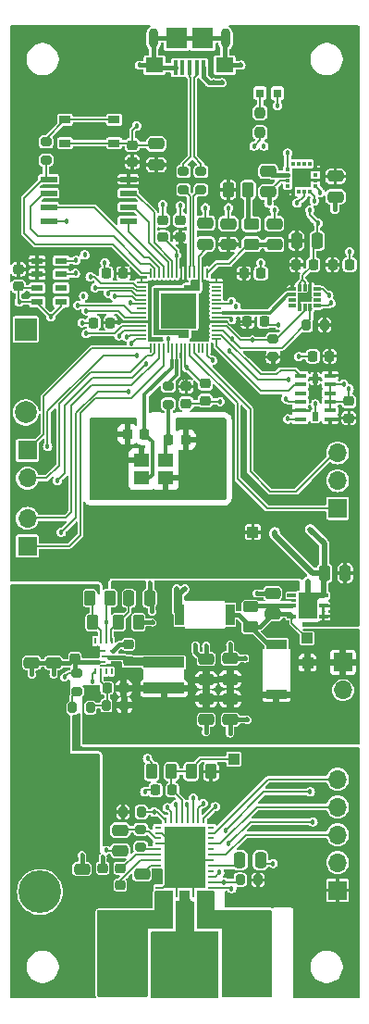
<source format=gbr>
%TF.GenerationSoftware,KiCad,Pcbnew,8.0.7*%
%TF.CreationDate,2025-01-08T02:27:13-05:00*%
%TF.ProjectId,active-drag-system,61637469-7665-42d6-9472-61672d737973,rev?*%
%TF.SameCoordinates,Original*%
%TF.FileFunction,Copper,L1,Top*%
%TF.FilePolarity,Positive*%
%FSLAX46Y46*%
G04 Gerber Fmt 4.6, Leading zero omitted, Abs format (unit mm)*
G04 Created by KiCad (PCBNEW 8.0.7) date 2025-01-08 02:27:13*
%MOMM*%
%LPD*%
G01*
G04 APERTURE LIST*
G04 Aperture macros list*
%AMRoundRect*
0 Rectangle with rounded corners*
0 $1 Rounding radius*
0 $2 $3 $4 $5 $6 $7 $8 $9 X,Y pos of 4 corners*
0 Add a 4 corners polygon primitive as box body*
4,1,4,$2,$3,$4,$5,$6,$7,$8,$9,$2,$3,0*
0 Add four circle primitives for the rounded corners*
1,1,$1+$1,$2,$3*
1,1,$1+$1,$4,$5*
1,1,$1+$1,$6,$7*
1,1,$1+$1,$8,$9*
0 Add four rect primitives between the rounded corners*
20,1,$1+$1,$2,$3,$4,$5,0*
20,1,$1+$1,$4,$5,$6,$7,0*
20,1,$1+$1,$6,$7,$8,$9,0*
20,1,$1+$1,$8,$9,$2,$3,0*%
G04 Aperture macros list end*
%TA.AperFunction,SMDPad,CuDef*%
%ADD10RoundRect,0.250000X0.475000X-0.250000X0.475000X0.250000X-0.475000X0.250000X-0.475000X-0.250000X0*%
%TD*%
%TA.AperFunction,ComponentPad*%
%ADD11RoundRect,0.250002X-1.699998X-1.699998X1.699998X-1.699998X1.699998X1.699998X-1.699998X1.699998X0*%
%TD*%
%TA.AperFunction,ComponentPad*%
%ADD12C,3.900000*%
%TD*%
%TA.AperFunction,SMDPad,CuDef*%
%ADD13R,1.092200X0.609600*%
%TD*%
%TA.AperFunction,SMDPad,CuDef*%
%ADD14RoundRect,0.225000X0.250000X-0.225000X0.250000X0.225000X-0.250000X0.225000X-0.250000X-0.225000X0*%
%TD*%
%TA.AperFunction,SMDPad,CuDef*%
%ADD15RoundRect,0.200000X-0.275000X0.200000X-0.275000X-0.200000X0.275000X-0.200000X0.275000X0.200000X0*%
%TD*%
%TA.AperFunction,SMDPad,CuDef*%
%ADD16R,1.524000X0.533400*%
%TD*%
%TA.AperFunction,SMDPad,CuDef*%
%ADD17R,0.812800X1.905000*%
%TD*%
%TA.AperFunction,SMDPad,CuDef*%
%ADD18R,1.117800X0.449200*%
%TD*%
%TA.AperFunction,SMDPad,CuDef*%
%ADD19R,0.500000X0.813000*%
%TD*%
%TA.AperFunction,SMDPad,CuDef*%
%ADD20RoundRect,0.250000X-0.262500X-0.450000X0.262500X-0.450000X0.262500X0.450000X-0.262500X0.450000X0*%
%TD*%
%TA.AperFunction,SMDPad,CuDef*%
%ADD21RoundRect,0.225000X-0.250000X0.225000X-0.250000X-0.225000X0.250000X-0.225000X0.250000X0.225000X0*%
%TD*%
%TA.AperFunction,SMDPad,CuDef*%
%ADD22R,1.000000X1.000000*%
%TD*%
%TA.AperFunction,SMDPad,CuDef*%
%ADD23RoundRect,0.200000X-0.200000X-0.275000X0.200000X-0.275000X0.200000X0.275000X-0.200000X0.275000X0*%
%TD*%
%TA.AperFunction,SMDPad,CuDef*%
%ADD24RoundRect,0.225000X-0.225000X-0.250000X0.225000X-0.250000X0.225000X0.250000X-0.225000X0.250000X0*%
%TD*%
%TA.AperFunction,SMDPad,CuDef*%
%ADD25RoundRect,0.200000X0.275000X-0.200000X0.275000X0.200000X-0.275000X0.200000X-0.275000X-0.200000X0*%
%TD*%
%TA.AperFunction,SMDPad,CuDef*%
%ADD26RoundRect,0.250000X0.262500X0.450000X-0.262500X0.450000X-0.262500X-0.450000X0.262500X-0.450000X0*%
%TD*%
%TA.AperFunction,SMDPad,CuDef*%
%ADD27RoundRect,0.250000X-0.475000X0.250000X-0.475000X-0.250000X0.475000X-0.250000X0.475000X0.250000X0*%
%TD*%
%TA.AperFunction,ComponentPad*%
%ADD28R,1.700000X1.700000*%
%TD*%
%TA.AperFunction,ComponentPad*%
%ADD29O,1.700000X1.700000*%
%TD*%
%TA.AperFunction,SMDPad,CuDef*%
%ADD30RoundRect,0.200000X0.200000X0.275000X-0.200000X0.275000X-0.200000X-0.275000X0.200000X-0.275000X0*%
%TD*%
%TA.AperFunction,SMDPad,CuDef*%
%ADD31RoundRect,0.225000X0.225000X0.250000X-0.225000X0.250000X-0.225000X-0.250000X0.225000X-0.250000X0*%
%TD*%
%TA.AperFunction,ComponentPad*%
%ADD32RoundRect,0.250002X-1.699998X1.699998X-1.699998X-1.699998X1.699998X-1.699998X1.699998X1.699998X0*%
%TD*%
%TA.AperFunction,SMDPad,CuDef*%
%ADD33R,0.599999X0.249999*%
%TD*%
%TA.AperFunction,SMDPad,CuDef*%
%ADD34R,0.249999X0.599999*%
%TD*%
%TA.AperFunction,HeatsinkPad*%
%ADD35C,0.457200*%
%TD*%
%TA.AperFunction,SMDPad,CuDef*%
%ADD36R,3.700000X5.699998*%
%TD*%
%TA.AperFunction,SMDPad,CuDef*%
%ADD37R,0.812800X0.406400*%
%TD*%
%TA.AperFunction,SMDPad,CuDef*%
%ADD38R,1.752600X2.489200*%
%TD*%
%TA.AperFunction,SMDPad,CuDef*%
%ADD39R,0.800000X0.800000*%
%TD*%
%TA.AperFunction,SMDPad,CuDef*%
%ADD40RoundRect,0.026250X0.263750X0.148750X-0.263750X0.148750X-0.263750X-0.148750X0.263750X-0.148750X0*%
%TD*%
%TA.AperFunction,SMDPad,CuDef*%
%ADD41RoundRect,0.026250X0.148750X0.263750X-0.148750X0.263750X-0.148750X-0.263750X0.148750X-0.263750X0*%
%TD*%
%TA.AperFunction,SMDPad,CuDef*%
%ADD42RoundRect,0.250000X0.250000X0.475000X-0.250000X0.475000X-0.250000X-0.475000X0.250000X-0.475000X0*%
%TD*%
%TA.AperFunction,SMDPad,CuDef*%
%ADD43R,1.400000X1.200000*%
%TD*%
%TA.AperFunction,SMDPad,CuDef*%
%ADD44R,1.397000X0.254000*%
%TD*%
%TA.AperFunction,SMDPad,CuDef*%
%ADD45R,0.254000X0.609600*%
%TD*%
%TA.AperFunction,SMDPad,CuDef*%
%ADD46R,0.609600X0.254000*%
%TD*%
%TA.AperFunction,SMDPad,CuDef*%
%ADD47R,0.990600X0.711200*%
%TD*%
%TA.AperFunction,SMDPad,CuDef*%
%ADD48RoundRect,0.050000X-0.387500X-0.050000X0.387500X-0.050000X0.387500X0.050000X-0.387500X0.050000X0*%
%TD*%
%TA.AperFunction,SMDPad,CuDef*%
%ADD49RoundRect,0.050000X-0.050000X-0.387500X0.050000X-0.387500X0.050000X0.387500X-0.050000X0.387500X0*%
%TD*%
%TA.AperFunction,HeatsinkPad*%
%ADD50R,3.200000X3.200000*%
%TD*%
%TA.AperFunction,SMDPad,CuDef*%
%ADD51R,3.700000X0.980000*%
%TD*%
%TA.AperFunction,SMDPad,CuDef*%
%ADD52RoundRect,0.250000X0.450000X-0.262500X0.450000X0.262500X-0.450000X0.262500X-0.450000X-0.262500X0*%
%TD*%
%TA.AperFunction,SMDPad,CuDef*%
%ADD53R,0.400000X1.350000*%
%TD*%
%TA.AperFunction,SMDPad,CuDef*%
%ADD54R,1.600000X1.400000*%
%TD*%
%TA.AperFunction,SMDPad,CuDef*%
%ADD55R,1.900000X1.900000*%
%TD*%
%TA.AperFunction,ComponentPad*%
%ADD56O,0.900000X1.800000*%
%TD*%
%TA.AperFunction,SMDPad,CuDef*%
%ADD57RoundRect,0.250000X-0.450000X0.262500X-0.450000X-0.262500X0.450000X-0.262500X0.450000X0.262500X0*%
%TD*%
%TA.AperFunction,SMDPad,CuDef*%
%ADD58RoundRect,0.250000X-0.250000X-0.475000X0.250000X-0.475000X0.250000X0.475000X-0.250000X0.475000X0*%
%TD*%
%TA.AperFunction,SMDPad,CuDef*%
%ADD59RoundRect,0.237500X0.237500X-0.250000X0.237500X0.250000X-0.237500X0.250000X-0.237500X-0.250000X0*%
%TD*%
%TA.AperFunction,SMDPad,CuDef*%
%ADD60R,1.905000X0.812800*%
%TD*%
%TA.AperFunction,SMDPad,CuDef*%
%ADD61R,0.457200X0.304800*%
%TD*%
%TA.AperFunction,SMDPad,CuDef*%
%ADD62R,0.304800X0.457200*%
%TD*%
%TA.AperFunction,ComponentPad*%
%ADD63R,2.000000X2.000000*%
%TD*%
%TA.AperFunction,ComponentPad*%
%ADD64C,2.000000*%
%TD*%
%TA.AperFunction,ViaPad*%
%ADD65C,0.457200*%
%TD*%
%TA.AperFunction,Conductor*%
%ADD66C,0.550000*%
%TD*%
%TA.AperFunction,Conductor*%
%ADD67C,0.150000*%
%TD*%
%TA.AperFunction,Conductor*%
%ADD68C,0.400000*%
%TD*%
%TA.AperFunction,Conductor*%
%ADD69C,0.200000*%
%TD*%
%TA.AperFunction,Conductor*%
%ADD70C,0.127000*%
%TD*%
%TA.AperFunction,Conductor*%
%ADD71C,0.330000*%
%TD*%
%TA.AperFunction,Conductor*%
%ADD72C,0.800000*%
%TD*%
G04 APERTURE END LIST*
D10*
%TO.P,C29,1*%
%TO.N,GND*%
X161800000Y-76600000D03*
%TO.P,C29,2*%
%TO.N,/+3V3*%
X161800000Y-74700000D03*
%TD*%
D11*
%TO.P,J7,1,Pin_1*%
%TO.N,/Motor Driver/PHASE_A*%
X142500000Y-147500000D03*
D12*
%TO.P,J7,2,Pin_2*%
%TO.N,/Motor Driver/PHASE_B*%
X148000000Y-147500000D03*
%TO.P,J7,3,Pin_3*%
%TO.N,/Motor Driver/PHASE_C*%
X153500000Y-147500000D03*
%TD*%
D13*
%TO.P,U6,1,VDD*%
%TO.N,/+3V3*%
X134500000Y-82425000D03*
%TO.P,U6,2,PS*%
X134500000Y-83675000D03*
%TO.P,U6,3,GND*%
%TO.N,GND*%
X134500000Y-84925000D03*
%TO.P,U6,4,CSB*%
X134500000Y-86175000D03*
%TO.P,U6,5,CSB*%
X136700000Y-86175000D03*
%TO.P,U6,6,SDO*%
%TO.N,unconnected-(U6-SDO-Pad6)*%
X136700000Y-84925000D03*
%TO.P,U6,7,SDI/SDA*%
%TO.N,/MCU_RP2040/I2C0_SDA*%
X136700000Y-83675000D03*
%TO.P,U6,8,SCLK*%
%TO.N,/MCU_RP2040/I2C0_SCL*%
X136700000Y-82425000D03*
%TD*%
D14*
%TO.P,C32,1*%
%TO.N,/+3V3*%
X163050000Y-96825000D03*
%TO.P,C32,2*%
%TO.N,GND*%
X163050000Y-95275000D03*
%TD*%
D15*
%TO.P,R8,1*%
%TO.N,/MCU_RP2040/XOUT*%
X146500000Y-93900000D03*
%TO.P,R8,2*%
%TO.N,Net-(C11-Pad1)*%
X146500000Y-95550000D03*
%TD*%
D16*
%TO.P,U2,1,/CS*%
%TO.N,/MCU_RP2040/QSPI_SS*%
X135555100Y-74995000D03*
%TO.P,U2,2,DO_(IO1)*%
%TO.N,/MCU_RP2040/QSPI_SD1*%
X135555100Y-76265000D03*
%TO.P,U2,3,/WP_(IO2)*%
%TO.N,/MCU_RP2040/QSPI_SD2*%
X135555100Y-77535000D03*
%TO.P,U2,4,GND*%
%TO.N,GND*%
X135555100Y-78805000D03*
%TO.P,U2,5,DI_(IO0)*%
%TO.N,/MCU_RP2040/QSPI_SD0*%
X142844900Y-78805000D03*
%TO.P,U2,6,CLK*%
%TO.N,/MCU_RP2040/QSPI_SCLK*%
X142844900Y-77535000D03*
%TO.P,U2,7,/HOLD_or_/RESET_(IO3)*%
%TO.N,/MCU_RP2040/QSPI_SD3*%
X142844900Y-76265000D03*
%TO.P,U2,8,VCC*%
%TO.N,/+3V3*%
X142844900Y-74995000D03*
%TD*%
D17*
%TO.P,CR2,1*%
%TO.N,Net-(U4-IN)*%
X152148700Y-114800000D03*
%TO.P,CR2,2*%
%TO.N,/VBUS*%
X147551300Y-114800000D03*
%TD*%
D18*
%TO.P,U7,1,VDD_I/O*%
%TO.N,/+3V3*%
X161320901Y-96931503D03*
%TO.P,U7,2,GND*%
%TO.N,GND*%
X161320901Y-96131502D03*
%TO.P,U7,3,RESERVED*%
X161320901Y-95331501D03*
%TO.P,U7,4,GND*%
X161320901Y-94531503D03*
%TO.P,U7,5,GND*%
X161320901Y-93731502D03*
%TO.P,U7,6,VS*%
%TO.N,/+3V3*%
X161320901Y-92931503D03*
D19*
%TO.P,U7,7,\u002ACS*%
X159950000Y-93213004D03*
D18*
%TO.P,U7,8,INT1*%
%TO.N,/HG1*%
X158579099Y-92931501D03*
%TO.P,U7,9,INT2*%
%TO.N,/HG2*%
X158579099Y-93731502D03*
%TO.P,U7,10,NC*%
%TO.N,unconnected-(U7-NC-Pad10)*%
X158579099Y-94531503D03*
%TO.P,U7,11,RESERVED*%
%TO.N,GND*%
X158579099Y-95331501D03*
%TO.P,U7,12,SDO/ALT_ADDRESS*%
%TO.N,/+3V3*%
X158579099Y-96131502D03*
%TO.P,U7,13,SDA/SDI/SDIO*%
%TO.N,/MCU_RP2040/I2C0_SDA*%
X158579099Y-96931501D03*
D19*
%TO.P,U7,14,SCL/SCLK*%
%TO.N,/MCU_RP2040/I2C0_SCL*%
X159950000Y-96650000D03*
%TD*%
D10*
%TO.P,C13,1*%
%TO.N,/+3V3*%
X145400000Y-73650000D03*
%TO.P,C13,2*%
%TO.N,GND*%
X145400000Y-71750000D03*
%TD*%
D20*
%TO.P,R12,1*%
%TO.N,Net-(U3-EN)*%
X139341601Y-113300126D03*
%TO.P,R12,2*%
%TO.N,GND*%
X141166601Y-113300126D03*
%TD*%
D21*
%TO.P,C19,1*%
%TO.N,/VBAT*%
X137954101Y-117225126D03*
%TO.P,C19,2*%
%TO.N,GND*%
X137954101Y-118775126D03*
%TD*%
D15*
%TO.P,R9,1*%
%TO.N,Net-(R9-Pad1)*%
X135300000Y-71575000D03*
%TO.P,R9,2*%
%TO.N,/MCU_RP2040/QSPI_SS*%
X135300000Y-73225000D03*
%TD*%
D22*
%TO.P,TP7,1,1*%
%TO.N,Net-(U9-ILIM)*%
X152500000Y-128000000D03*
%TD*%
D23*
%TO.P,R11,1*%
%TO.N,Net-(U3-FB)*%
X140829101Y-123100126D03*
%TO.P,R11,2*%
%TO.N,/+5V*%
X142479101Y-123100126D03*
%TD*%
D24*
%TO.P,C31,1*%
%TO.N,/+3V3*%
X161550000Y-82800000D03*
%TO.P,C31,2*%
%TO.N,GND*%
X163100000Y-82800000D03*
%TD*%
D22*
%TO.P,TP6,1,1*%
%TO.N,Net-(U4-IN)*%
X159197800Y-116950000D03*
%TD*%
D14*
%TO.P,C38,1*%
%TO.N,Net-(U9-CPH)*%
X142100000Y-139525000D03*
%TO.P,C38,2*%
%TO.N,Net-(U9-CPL)*%
X142100000Y-137975000D03*
%TD*%
D25*
%TO.P,R20,1*%
%TO.N,Net-(U9-SW_BK)*%
X144000000Y-136075000D03*
%TO.P,R20,2*%
%TO.N,Net-(U9-FB_BK)*%
X144000000Y-134425000D03*
%TD*%
D26*
%TO.P,R18,1*%
%TO.N,Net-(U9-ILIM)*%
X146800000Y-129150000D03*
%TO.P,R18,2*%
%TO.N,GND*%
X144975000Y-129150000D03*
%TD*%
D27*
%TO.P,C22,1*%
%TO.N,/+5V*%
X152175887Y-122500000D03*
%TO.P,C22,2*%
%TO.N,GND*%
X152175887Y-124400000D03*
%TD*%
D10*
%TO.P,C20,1*%
%TO.N,/+5V*%
X149975887Y-120750000D03*
%TO.P,C20,2*%
%TO.N,GND*%
X149975887Y-118850000D03*
%TD*%
D28*
%TO.P,J5,1,Pin_1*%
%TO.N,/MCU_RP2040/UART0_TX*%
X133600000Y-99775000D03*
D29*
%TO.P,J5,2,Pin_2*%
%TO.N,/MCU_RP2040/UART0_RX*%
X133600000Y-102315000D03*
%TD*%
D30*
%TO.P,R6,1*%
%TO.N,/+3V3*%
X160800000Y-88300000D03*
%TO.P,R6,2*%
%TO.N,/MCU_RP2040/I2C0_SDA*%
X159150000Y-88300000D03*
%TD*%
D15*
%TO.P,R3,1*%
%TO.N,/MCU_RP2040/USB_D+*%
X147900000Y-74275000D03*
%TO.P,R3,2*%
%TO.N,/MCU_RP2040/USB_DP*%
X147900000Y-75925000D03*
%TD*%
D31*
%TO.P,C10,1*%
%TO.N,/MCU_RP2040/XIN*%
X144325000Y-98300000D03*
%TO.P,C10,2*%
%TO.N,GND*%
X142775000Y-98300000D03*
%TD*%
D21*
%TO.P,C16,1*%
%TO.N,Net-(U3-VBST)*%
X142854101Y-117525126D03*
%TO.P,C16,2*%
%TO.N,Net-(U3-SW)*%
X142854101Y-119075126D03*
%TD*%
D32*
%TO.P,J2,1,Pin_1*%
%TO.N,/VBAT*%
X134750000Y-132350000D03*
D12*
%TO.P,J2,2,Pin_2*%
%TO.N,GND*%
X134750000Y-140150000D03*
%TD*%
D33*
%TO.P,U9,1,NC*%
%TO.N,unconnected-(U9-NC-Pad1)*%
X145600000Y-134250000D03*
%TO.P,U9,2,AGND*%
%TO.N,GND*%
X145600000Y-134749999D03*
%TO.P,U9,3,FB_BK*%
%TO.N,Net-(U9-FB_BK)*%
X145600000Y-135250001D03*
%TO.P,U9,4,GND_BK*%
%TO.N,GND*%
X145600000Y-135750000D03*
%TO.P,U9,5,SW_BK*%
%TO.N,Net-(U9-SW_BK)*%
X145600000Y-136249999D03*
%TO.P,U9,6,CPL*%
%TO.N,Net-(U9-CPL)*%
X145600000Y-136750000D03*
%TO.P,U9,7,CPH*%
%TO.N,Net-(U9-CPH)*%
X145600000Y-137250000D03*
%TO.P,U9,8,CP*%
%TO.N,Net-(U9-CP)*%
X145600000Y-137750001D03*
%TO.P,U9,9,VM*%
%TO.N,/VBAT*%
X145600000Y-138250000D03*
%TO.P,U9,10,VM*%
X145600000Y-138749999D03*
%TO.P,U9,11,VM*%
X145600000Y-139250001D03*
%TO.P,U9,12,PGND*%
%TO.N,GND*%
X145600000Y-139750000D03*
D34*
%TO.P,U9,13,OUTA*%
%TO.N,/Motor Driver/PHASE_A*%
X146250001Y-140400001D03*
%TO.P,U9,14,OUTA*%
X146750000Y-140400001D03*
%TO.P,U9,15,PGND*%
%TO.N,GND*%
X147249999Y-140400001D03*
%TO.P,U9,16,OUTB*%
%TO.N,/Motor Driver/PHASE_B*%
X147750000Y-140400001D03*
%TO.P,U9,17,OUTB*%
X148250000Y-140400001D03*
%TO.P,U9,18,PGND*%
%TO.N,GND*%
X148750001Y-140400001D03*
%TO.P,U9,19,OUTC*%
%TO.N,/Motor Driver/PHASE_C*%
X149250000Y-140400001D03*
%TO.P,U9,20,OUTC*%
X149749999Y-140400001D03*
D33*
%TO.P,U9,21,DRVOFF*%
%TO.N,/MCU_RP2040/DRVOFF*%
X150400000Y-139750000D03*
%TO.P,U9,22,nFAULT*%
%TO.N,/MCU_RP2040/nFAULT*%
X150400000Y-139250001D03*
%TO.P,U9,23,nSLEEP*%
%TO.N,/MCU_RP2040/nSLEEP*%
X150400000Y-138749999D03*
%TO.P,U9,24,NC*%
%TO.N,unconnected-(U9-NC-Pad24)*%
X150400000Y-138250000D03*
%TO.P,U9,25,AVDD*%
%TO.N,Net-(U9-AVDD)*%
X150400000Y-137750001D03*
%TO.P,U9,26,AGND*%
%TO.N,GND*%
X150400000Y-137250000D03*
%TO.P,U9,27,HPA*%
%TO.N,/Motor Driver/HALL_SENSE_A*%
X150400000Y-136750000D03*
%TO.P,U9,28,HNA*%
%TO.N,unconnected-(U9-HNA-Pad28)*%
X150400000Y-136249999D03*
%TO.P,U9,29,HPB*%
%TO.N,/Motor Driver/HALL_SENSE_B*%
X150400000Y-135750000D03*
%TO.P,U9,30,HNB*%
%TO.N,unconnected-(U9-HNB-Pad30)*%
X150400000Y-135250001D03*
%TO.P,U9,31,HPC*%
%TO.N,/Motor Driver/HALL_SENSE_C*%
X150400000Y-134749999D03*
%TO.P,U9,32,HNC*%
%TO.N,unconnected-(U9-HNC-Pad32)*%
X150400000Y-134250000D03*
D34*
%TO.P,U9,33,SDO*%
%TO.N,/MCU_RP2040/SPI0_RX*%
X149749999Y-133599999D03*
%TO.P,U9,34,SDI*%
%TO.N,/MCU_RP2040/SPI0_TX*%
X149250000Y-133599999D03*
%TO.P,U9,35,SCLK*%
%TO.N,/MCU_RP2040/SPI0_SCK*%
X148750001Y-133599999D03*
%TO.P,U9,36,nSCS*%
%TO.N,/MCU_RP2040/SPI0_CSn0*%
X148250000Y-133599999D03*
%TO.P,U9,37,ILIM*%
%TO.N,Net-(U9-ILIM)*%
X147750000Y-133599999D03*
%TO.P,U9,38,BRAKE*%
%TO.N,/MCU_RP2040/BRAKE*%
X147249999Y-133599999D03*
%TO.P,U9,39,PWM*%
%TO.N,/MCU_RP2040/MOTOR_PWM*%
X146750000Y-133599999D03*
%TO.P,U9,40,FGOUT*%
%TO.N,/MCU_RP2040/FGOUT*%
X146250001Y-133599999D03*
D35*
%TO.P,U9,41,ThermalPad*%
%TO.N,GND*%
X146750000Y-135750000D03*
X146750000Y-137000000D03*
X146750000Y-138500000D03*
X147250000Y-134500000D03*
X147250000Y-139500000D03*
X148000000Y-135750000D03*
X148000000Y-137000000D03*
D36*
X148000000Y-137000000D03*
D35*
X148000000Y-138500000D03*
X148750000Y-134500000D03*
X148750000Y-139500000D03*
X149250000Y-135750000D03*
X149250000Y-137000000D03*
X149250000Y-138500000D03*
%TD*%
D26*
%TO.P,R13,1*%
%TO.N,Net-(U3-PG)*%
X143766601Y-115500126D03*
%TO.P,R13,2*%
%TO.N,Net-(U3-VCC)*%
X141941601Y-115500126D03*
%TD*%
D27*
%TO.P,C30,1*%
%TO.N,Net-(U5-CAP)*%
X155650000Y-74250000D03*
%TO.P,C30,2*%
%TO.N,GND*%
X155650000Y-76150000D03*
%TD*%
D28*
%TO.P,J6,1,Pin_1*%
%TO.N,/MCU_RP2040/I2C1_SCL*%
X133600000Y-108525000D03*
D29*
%TO.P,J6,2,Pin_2*%
%TO.N,/MCU_RP2040/I2C1_SDA*%
X133600000Y-105985000D03*
%TD*%
D24*
%TO.P,C33,1*%
%TO.N,/+3V3*%
X158225000Y-82800000D03*
%TO.P,C33,2*%
%TO.N,GND*%
X159775000Y-82800000D03*
%TD*%
D30*
%TO.P,R21,1*%
%TO.N,/+3V3*%
X154725000Y-139050000D03*
%TO.P,R21,2*%
%TO.N,/MCU_RP2040/nFAULT*%
X153075000Y-139050000D03*
%TD*%
D10*
%TO.P,C26,1*%
%TO.N,Net-(U4-IN)*%
X156049400Y-114750000D03*
%TO.P,C26,2*%
%TO.N,GND*%
X156049400Y-112850000D03*
%TD*%
D23*
%TO.P,R19,1*%
%TO.N,/+3V3*%
X142375000Y-132850000D03*
%TO.P,R19,2*%
%TO.N,/MCU_RP2040/FGOUT*%
X144025000Y-132850000D03*
%TD*%
D10*
%TO.P,C5,1*%
%TO.N,Net-(U1-ADC_AVDD)*%
X156200000Y-80950000D03*
%TO.P,C5,2*%
%TO.N,GND*%
X156200000Y-79050000D03*
%TD*%
D24*
%TO.P,C9,1*%
%TO.N,/+3V3*%
X153725000Y-88000000D03*
%TO.P,C9,2*%
%TO.N,GND*%
X155275000Y-88000000D03*
%TD*%
D22*
%TO.P,TP4,1,1*%
%TO.N,/+5V*%
X159247800Y-119200000D03*
%TD*%
D24*
%TO.P,C24,1*%
%TO.N,Net-(U3-FB)*%
X140879101Y-121500126D03*
%TO.P,C24,2*%
%TO.N,/+5V*%
X142429101Y-121500126D03*
%TD*%
D31*
%TO.P,C8,1*%
%TO.N,/+3V3*%
X141200000Y-88100000D03*
%TO.P,C8,2*%
%TO.N,GND*%
X139650000Y-88100000D03*
%TD*%
D37*
%TO.P,U4,1,OUT*%
%TO.N,/+3V3*%
X160697800Y-114950001D03*
%TO.P,U4,2,ADJ/SENSE*%
X160697800Y-114000000D03*
%TO.P,U4,3,GND*%
%TO.N,GND*%
X160697800Y-113049999D03*
%TO.P,U4,4,PG*%
%TO.N,unconnected-(U4-PG-Pad4)*%
X157802200Y-113049999D03*
%TO.P,U4,5,EN*%
%TO.N,Net-(U4-EN)*%
X157802200Y-114000000D03*
%TO.P,U4,6,IN*%
%TO.N,Net-(U4-IN)*%
X157802200Y-114950001D03*
D38*
%TO.P,U4,7,GND*%
%TO.N,GND*%
X159250000Y-114000000D03*
%TD*%
D10*
%TO.P,C39,1*%
%TO.N,/VBAT*%
X144100000Y-140450000D03*
%TO.P,C39,2*%
%TO.N,Net-(U9-CP)*%
X144100000Y-138550000D03*
%TD*%
D39*
%TO.P,D1,1*%
%TO.N,GND*%
X156500000Y-67100000D03*
%TO.P,D1,2*%
%TO.N,Net-(D1-Pad2)*%
X154900000Y-67100000D03*
%TD*%
D25*
%TO.P,R5,1*%
%TO.N,/+3V3*%
X156100000Y-91225000D03*
%TO.P,R5,2*%
%TO.N,/MCU_RP2040/I2C0_SCL*%
X156100000Y-89575000D03*
%TD*%
D40*
%TO.P,U8,1,AP_SDO/AP_AD0*%
%TO.N,GND*%
X160160000Y-86540000D03*
%TO.P,U8,2,AUX1_SDIO*%
%TO.N,unconnected-(U8-AUX1_SDIO-Pad2)*%
X160160000Y-86040000D03*
%TO.P,U8,3,AUX1_SCLK*%
%TO.N,unconnected-(U8-AUX1_SCLK-Pad3)*%
X160160000Y-85540000D03*
%TO.P,U8,4,INT1/INT*%
%TO.N,/MG*%
X160160000Y-85040000D03*
D41*
%TO.P,U8,5,VDDIO*%
%TO.N,/+3V3*%
X159500000Y-84880000D03*
%TO.P,U8,6,GND*%
%TO.N,GND*%
X159000000Y-84880000D03*
%TO.P,U8,7,RESV*%
X158500000Y-84880000D03*
D40*
%TO.P,U8,8,VDD*%
%TO.N,/+3V3*%
X157840000Y-85040000D03*
%TO.P,U8,9,INT2/FSYNC/CLKIN*%
%TO.N,/MCU_RP2040/CLKOUT*%
X157840000Y-85540000D03*
%TO.P,U8,10,AUX1_CS*%
%TO.N,unconnected-(U8-AUX1_CS-Pad10)*%
X157840000Y-86040000D03*
%TO.P,U8,11,AUX1_SDO*%
%TO.N,unconnected-(U8-AUX1_SDO-Pad11)*%
X157840000Y-86540000D03*
D41*
%TO.P,U8,12,AP_CS*%
%TO.N,/+3V3*%
X158500000Y-86700000D03*
%TO.P,U8,13,AP_SCL/AP_SCLK*%
%TO.N,/MCU_RP2040/I2C0_SCL*%
X159000000Y-86700000D03*
%TO.P,U8,14,AP_SDA/AP_SDIO/AP_SDI*%
%TO.N,/MCU_RP2040/I2C0_SDA*%
X159500000Y-86700000D03*
%TD*%
D21*
%TO.P,C15,1*%
%TO.N,+1V1*%
X149900000Y-93675000D03*
%TO.P,C15,2*%
%TO.N,GND*%
X149900000Y-95225000D03*
%TD*%
D30*
%TO.P,R14,1*%
%TO.N,Net-(U3-FB)*%
X139379101Y-123300126D03*
%TO.P,R14,2*%
%TO.N,Net-(R14-Pad2)*%
X137729101Y-123300126D03*
%TD*%
D10*
%TO.P,C3,1*%
%TO.N,+1V1*%
X149900000Y-80900000D03*
%TO.P,C3,2*%
%TO.N,GND*%
X149900000Y-79000000D03*
%TD*%
D14*
%TO.P,C2,1*%
%TO.N,+1V1*%
X146000000Y-80275000D03*
%TO.P,C2,2*%
%TO.N,GND*%
X146000000Y-78725000D03*
%TD*%
D27*
%TO.P,C21,1*%
%TO.N,/+5V*%
X149975887Y-122500000D03*
%TO.P,C21,2*%
%TO.N,GND*%
X149975887Y-124400000D03*
%TD*%
D42*
%TO.P,C41,1*%
%TO.N,GND*%
X154950000Y-137250000D03*
%TO.P,C41,2*%
%TO.N,Net-(U9-AVDD)*%
X153050000Y-137250000D03*
%TD*%
D27*
%TO.P,C18,1*%
%TO.N,/VBAT*%
X134000000Y-117300000D03*
%TO.P,C18,2*%
%TO.N,GND*%
X134000000Y-119200000D03*
%TD*%
D43*
%TO.P,X1,1*%
%TO.N,/MCU_RP2040/XIN*%
X144050000Y-102300000D03*
%TO.P,X1,2,GND*%
%TO.N,GND*%
X146250000Y-102300000D03*
%TO.P,X1,3*%
%TO.N,Net-(C11-Pad1)*%
X146250000Y-100700000D03*
%TO.P,X1,4,GND__1*%
%TO.N,GND*%
X144050000Y-100700000D03*
%TD*%
D31*
%TO.P,C6,1*%
%TO.N,/+3V3*%
X142375000Y-83600000D03*
%TO.P,C6,2*%
%TO.N,GND*%
X140825000Y-83600000D03*
%TD*%
%TO.P,C35,1*%
%TO.N,/+3V3*%
X161275000Y-91150000D03*
%TO.P,C35,2*%
%TO.N,GND*%
X159725000Y-91150000D03*
%TD*%
D44*
%TO.P,U3,1,VIN*%
%TO.N,/VBAT*%
X140047800Y-118100000D03*
%TO.P,U3,2,PGND*%
%TO.N,GND*%
X140047800Y-119100252D03*
D45*
%TO.P,U3,3,PG*%
%TO.N,Net-(U3-PG)*%
X139803912Y-120000126D03*
%TO.P,U3,4,FB*%
%TO.N,Net-(U3-FB)*%
X140304038Y-120000126D03*
%TO.P,U3,5,SS*%
%TO.N,unconnected-(U3-SS-Pad5)*%
X140804164Y-120000126D03*
%TO.P,U3,6,NC*%
%TO.N,unconnected-(U3-NC-Pad6)*%
X141304290Y-120000126D03*
D44*
%TO.P,U3,7,SW*%
%TO.N,Net-(U3-SW)*%
X141060402Y-118600126D03*
D46*
%TO.P,U3,8,VBST*%
%TO.N,Net-(U3-VBST)*%
X141454102Y-118100000D03*
D45*
%TO.P,U3,9,VCC*%
%TO.N,Net-(U3-VCC)*%
X141304290Y-117200126D03*
%TO.P,U3,10,AGND*%
%TO.N,GND*%
X140804164Y-117200126D03*
%TO.P,U3,11,EN*%
%TO.N,Net-(U3-EN)*%
X140304038Y-117200126D03*
%TO.P,U3,12,MODE*%
%TO.N,unconnected-(U3-MODE-Pad12)*%
X139803912Y-117200126D03*
%TD*%
D10*
%TO.P,C4,1*%
%TO.N,/+3V3*%
X152000000Y-80950000D03*
%TO.P,C4,2*%
%TO.N,GND*%
X152000000Y-79050000D03*
%TD*%
D47*
%TO.P,SW1,1,1*%
%TO.N,Net-(R9-Pad1)*%
X137049999Y-69525001D03*
%TO.P,SW1,2,2*%
X141550001Y-69525001D03*
%TO.P,SW1,3,3*%
%TO.N,GND*%
X137049999Y-71674999D03*
%TO.P,SW1,4,4*%
X141550001Y-71674999D03*
%TD*%
D28*
%TO.P,J4,1,Pin_1*%
%TO.N,/+3V3*%
X162000000Y-140000000D03*
D29*
%TO.P,J4,2,Pin_2*%
%TO.N,GND*%
X162000000Y-137460000D03*
%TO.P,J4,3,Pin_3*%
%TO.N,/Motor Driver/HALL_SENSE_A*%
X162000000Y-134920000D03*
%TO.P,J4,4,Pin_4*%
%TO.N,/Motor Driver/HALL_SENSE_B*%
X162000000Y-132380000D03*
%TO.P,J4,5,Pin_5*%
%TO.N,/Motor Driver/HALL_SENSE_C*%
X162000000Y-129840000D03*
%TD*%
D48*
%TO.P,U1,1,IOVDD*%
%TO.N,/+3V3*%
X144025000Y-84400000D03*
%TO.P,U1,2,GPIO0*%
%TO.N,/MCU_RP2040/BUZZ_OUT*%
X144025000Y-84800000D03*
%TO.P,U1,3,GPIO1*%
%TO.N,/MCU_RP2040/SPI0_CSn0*%
X144025000Y-85200000D03*
%TO.P,U1,4,GPIO2*%
%TO.N,/MCU_RP2040/SPI0_SCK*%
X144025000Y-85600000D03*
%TO.P,U1,5,GPIO3*%
%TO.N,/MCU_RP2040/SPI0_TX*%
X144025000Y-86000000D03*
%TO.P,U1,6,GPIO4*%
%TO.N,/MCU_RP2040/SPI0_RX*%
X144025000Y-86400000D03*
%TO.P,U1,7,GPIO5*%
%TO.N,unconnected-(U1-GPIO5-Pad7)*%
X144025000Y-86800000D03*
%TO.P,U1,8,GPIO6*%
%TO.N,/MCU_RP2040/FGOUT*%
X144025000Y-87200000D03*
%TO.P,U1,9,GPIO7*%
%TO.N,/MCU_RP2040/MOTOR_PWM*%
X144025000Y-87600000D03*
%TO.P,U1,10,IOVDD*%
%TO.N,/+3V3*%
X144025000Y-88000000D03*
%TO.P,U1,11,GPIO8*%
%TO.N,/MCU_RP2040/BRAKE*%
X144025000Y-88400000D03*
%TO.P,U1,12,GPIO9*%
%TO.N,/MCU_RP2040/nSLEEP*%
X144025000Y-88800000D03*
%TO.P,U1,13,GPIO10*%
%TO.N,/MCU_RP2040/nFAULT*%
X144025000Y-89200000D03*
%TO.P,U1,14,GPIO11*%
%TO.N,/MCU_RP2040/DRVOFF*%
X144025000Y-89600000D03*
D49*
%TO.P,U1,15,GPIO12*%
%TO.N,/MCU_RP2040/UART0_TX*%
X144862500Y-90437500D03*
%TO.P,U1,16,GPIO13*%
%TO.N,/MCU_RP2040/UART0_RX*%
X145262500Y-90437500D03*
%TO.P,U1,17,GPIO14*%
%TO.N,/MCU_RP2040/I2C1_SDA*%
X145662500Y-90437500D03*
%TO.P,U1,18,GPIO15*%
%TO.N,/MCU_RP2040/I2C1_SCL*%
X146062500Y-90437500D03*
%TO.P,U1,19,TESTEN*%
%TO.N,GND*%
X146462500Y-90437500D03*
%TO.P,U1,20,XIN*%
%TO.N,/MCU_RP2040/XIN*%
X146862500Y-90437500D03*
%TO.P,U1,21,XOUT*%
%TO.N,/MCU_RP2040/XOUT*%
X147262500Y-90437500D03*
%TO.P,U1,22,IOVDD*%
%TO.N,/+3V3*%
X147662500Y-90437500D03*
%TO.P,U1,23,DVDD*%
%TO.N,+1V1*%
X148062500Y-90437500D03*
%TO.P,U1,24,SWCLK*%
%TO.N,/MCU_RP2040/SWCLK*%
X148462500Y-90437500D03*
%TO.P,U1,25,SWD*%
%TO.N,/MCU_RP2040/SWDIO*%
X148862500Y-90437500D03*
%TO.P,U1,26,RUN*%
%TO.N,unconnected-(U1-RUN-Pad26)*%
X149262500Y-90437500D03*
%TO.P,U1,27,GPIO16*%
%TO.N,unconnected-(U1-GPIO16-Pad27)*%
X149662500Y-90437500D03*
%TO.P,U1,28,GPIO17*%
%TO.N,/MAG*%
X150062500Y-90437500D03*
D48*
%TO.P,U1,29,GPIO18*%
%TO.N,/HG2*%
X150900000Y-89600000D03*
%TO.P,U1,30,GPIO19*%
%TO.N,/HG1*%
X150900000Y-89200000D03*
%TO.P,U1,31,GPIO20*%
%TO.N,/MCU_RP2040/I2C0_SDA*%
X150900000Y-88800000D03*
%TO.P,U1,32,GPIO21*%
%TO.N,/MCU_RP2040/I2C0_SCL*%
X150900000Y-88400000D03*
%TO.P,U1,33,IOVDD*%
%TO.N,/+3V3*%
X150900000Y-88000000D03*
%TO.P,U1,34,GPIO22*%
%TO.N,/MG*%
X150900000Y-87600000D03*
%TO.P,U1,35,GPIO23*%
%TO.N,/MCU_RP2040/CLKOUT*%
X150900000Y-87200000D03*
%TO.P,U1,36,GPIO24*%
%TO.N,unconnected-(U1-GPIO24-Pad36)*%
X150900000Y-86800000D03*
%TO.P,U1,37,GPIO25*%
%TO.N,/MCU_RP2040/LED_OUT*%
X150900000Y-86400000D03*
%TO.P,U1,38,GPIO26_ADC0*%
%TO.N,unconnected-(U1-GPIO26_ADC0-Pad38)*%
X150900000Y-86000000D03*
%TO.P,U1,39,GPIO27_ADC1*%
%TO.N,unconnected-(U1-GPIO27_ADC1-Pad39)*%
X150900000Y-85600000D03*
%TO.P,U1,40,GPIO28_ADC2*%
%TO.N,unconnected-(U1-GPIO28_ADC2-Pad40)*%
X150900000Y-85200000D03*
%TO.P,U1,41,GPIO29_ADC3*%
%TO.N,unconnected-(U1-GPIO29_ADC3-Pad41)*%
X150900000Y-84800000D03*
%TO.P,U1,42,IOVDD*%
%TO.N,/+3V3*%
X150900000Y-84400000D03*
D49*
%TO.P,U1,43,ADC_AVDD*%
%TO.N,Net-(U1-ADC_AVDD)*%
X150062500Y-83562500D03*
%TO.P,U1,44,VREG_IN*%
%TO.N,/+3V3*%
X149662500Y-83562500D03*
%TO.P,U1,45,VREG_VOUT*%
%TO.N,+1V1*%
X149262500Y-83562500D03*
%TO.P,U1,46,USB_DM*%
%TO.N,/MCU_RP2040/USB_DN*%
X148862500Y-83562500D03*
%TO.P,U1,47,USB_DP*%
%TO.N,/MCU_RP2040/USB_DP*%
X148462500Y-83562500D03*
%TO.P,U1,48,USB_VDD*%
%TO.N,/+3V3*%
X148062500Y-83562500D03*
%TO.P,U1,49,IOVDD*%
X147662500Y-83562500D03*
%TO.P,U1,50,DVDD*%
%TO.N,+1V1*%
X147262500Y-83562500D03*
%TO.P,U1,51,QSPI_SD3*%
%TO.N,/MCU_RP2040/QSPI_SD3*%
X146862500Y-83562500D03*
%TO.P,U1,52,QSPI_SCLK*%
%TO.N,/MCU_RP2040/QSPI_SCLK*%
X146462500Y-83562500D03*
%TO.P,U1,53,QSPI_SD0*%
%TO.N,/MCU_RP2040/QSPI_SD0*%
X146062500Y-83562500D03*
%TO.P,U1,54,QSPI_SD2*%
%TO.N,/MCU_RP2040/QSPI_SD2*%
X145662500Y-83562500D03*
%TO.P,U1,55,QSPI_SD1*%
%TO.N,/MCU_RP2040/QSPI_SD1*%
X145262500Y-83562500D03*
%TO.P,U1,56,QSPI_SS*%
%TO.N,/MCU_RP2040/QSPI_SS*%
X144862500Y-83562500D03*
D35*
%TO.P,U1,57,GND*%
%TO.N,GND*%
X146212500Y-85750000D03*
X146212500Y-87000000D03*
X146212500Y-88250000D03*
X147462500Y-85750000D03*
X147462500Y-87000000D03*
D50*
X147462500Y-87000000D03*
D35*
X147462500Y-88250000D03*
X148712500Y-85750000D03*
X148712500Y-87000000D03*
X148712500Y-88250000D03*
%TD*%
D10*
%TO.P,C23,1*%
%TO.N,/+5V*%
X152175887Y-120700000D03*
%TO.P,C23,2*%
%TO.N,GND*%
X152175887Y-118800000D03*
%TD*%
D51*
%TO.P,L1,1*%
%TO.N,Net-(U3-SW)*%
X146097800Y-119165000D03*
%TO.P,L1,2*%
%TO.N,/+5V*%
X146097800Y-121535000D03*
%TD*%
D20*
%TO.P,R17,1*%
%TO.N,Net-(U9-ILIM)*%
X148587500Y-129150000D03*
%TO.P,R17,2*%
%TO.N,/+3V3*%
X150412500Y-129150000D03*
%TD*%
D14*
%TO.P,C1,1*%
%TO.N,/+3V3*%
X147600000Y-80275000D03*
%TO.P,C1,2*%
%TO.N,GND*%
X147600000Y-78725000D03*
%TD*%
D27*
%TO.P,C17,1*%
%TO.N,/VBAT*%
X136000000Y-117300000D03*
%TO.P,C17,2*%
%TO.N,GND*%
X136000000Y-119200000D03*
%TD*%
D28*
%TO.P,J1,1,Pin_1*%
%TO.N,/+5V*%
X162500000Y-119160000D03*
D29*
%TO.P,J1,2,Pin_2*%
%TO.N,GND*%
X162500000Y-121700000D03*
%TD*%
D28*
%TO.P,J8,1,Pin_1*%
%TO.N,/MCU_RP2040/SWCLK*%
X162000000Y-105080000D03*
D29*
%TO.P,J8,2,Pin_2*%
%TO.N,GND*%
X162000000Y-102540000D03*
%TO.P,J8,3,Pin_3*%
%TO.N,/MCU_RP2040/SWDIO*%
X162000000Y-100000000D03*
%TD*%
D10*
%TO.P,C37,1*%
%TO.N,/VBAT*%
X138600000Y-139950000D03*
%TO.P,C37,2*%
%TO.N,GND*%
X138600000Y-138050000D03*
%TD*%
D22*
%TO.P,TP5,1,1*%
%TO.N,/+3V3*%
X154250000Y-107250000D03*
%TD*%
D52*
%TO.P,R16,1*%
%TO.N,Net-(U4-IN)*%
X154049400Y-115912500D03*
%TO.P,R16,2*%
%TO.N,Net-(U4-EN)*%
X154049400Y-114087500D03*
%TD*%
D53*
%TO.P,J3,1,VUSB*%
%TO.N,/VBUS*%
X149750000Y-64775000D03*
%TO.P,J3,2,D-*%
%TO.N,/MCU_RP2040/USB_D-*%
X149100000Y-64775000D03*
%TO.P,J3,3,D+*%
%TO.N,/MCU_RP2040/USB_D+*%
X148450000Y-64775000D03*
%TO.P,J3,4,ID*%
%TO.N,unconnected-(J3-ID-Pad4)*%
X147800000Y-64775000D03*
%TO.P,J3,5,GND*%
%TO.N,GND*%
X147150000Y-64775000D03*
D54*
%TO.P,J3,S1,SHIELD*%
X151650000Y-64550000D03*
%TO.P,J3,S2,SHIELD__1*%
X145250000Y-64550000D03*
D55*
%TO.P,J3,S3,SHIELD__2*%
X147250000Y-62100000D03*
%TO.P,J3,S4,SHIELD__3*%
X149650000Y-62100000D03*
D56*
%TO.P,J3,S5,SHIELD__4*%
X151750000Y-62100000D03*
%TO.P,J3,S6,SHIELD__5*%
X145150000Y-62100000D03*
%TD*%
D21*
%TO.P,C28,1*%
%TO.N,/+3V3*%
X132800000Y-83225000D03*
%TO.P,C28,2*%
%TO.N,GND*%
X132800000Y-84775000D03*
%TD*%
D57*
%TO.P,R7,1*%
%TO.N,/MCU_RP2040/ADC_VREF*%
X154100000Y-79087500D03*
%TO.P,R7,2*%
%TO.N,Net-(U1-ADC_AVDD)*%
X154100000Y-80912500D03*
%TD*%
D58*
%TO.P,C34,1*%
%TO.N,/+3V3*%
X158250000Y-80600000D03*
%TO.P,C34,2*%
%TO.N,GND*%
X160150000Y-80600000D03*
%TD*%
D24*
%TO.P,C11,1*%
%TO.N,Net-(C11-Pad1)*%
X146525000Y-98800000D03*
%TO.P,C11,2*%
%TO.N,GND*%
X148075000Y-98800000D03*
%TD*%
D20*
%TO.P,R2,1*%
%TO.N,/+3V3*%
X151987500Y-75950000D03*
%TO.P,R2,2*%
%TO.N,/MCU_RP2040/ADC_VREF*%
X153812500Y-75950000D03*
%TD*%
D59*
%TO.P,R1,1*%
%TO.N,/MCU_RP2040/LED_OUT*%
X154900000Y-70712500D03*
%TO.P,R1,2*%
%TO.N,Net-(D1-Pad2)*%
X154900000Y-68887500D03*
%TD*%
D15*
%TO.P,R4,1*%
%TO.N,/MCU_RP2040/USB_D-*%
X149500000Y-74275000D03*
%TO.P,R4,2*%
%TO.N,/MCU_RP2040/USB_DN*%
X149500000Y-75925000D03*
%TD*%
D31*
%TO.P,C40,1*%
%TO.N,Net-(U9-ILIM)*%
X146875000Y-130850000D03*
%TO.P,C40,2*%
%TO.N,GND*%
X145325000Y-130850000D03*
%TD*%
D60*
%TO.P,CR1,1*%
%TO.N,Net-(U4-IN)*%
X156397800Y-117501300D03*
%TO.P,CR1,2*%
%TO.N,/+5V*%
X156397800Y-122098700D03*
%TD*%
D21*
%TO.P,C14,1*%
%TO.N,/+3V3*%
X148150000Y-93925000D03*
%TO.P,C14,2*%
%TO.N,GND*%
X148150000Y-95475000D03*
%TD*%
D58*
%TO.P,C25,1*%
%TO.N,Net-(U3-VCC)*%
X142904101Y-113300126D03*
%TO.P,C25,2*%
%TO.N,GND*%
X144804101Y-113300126D03*
%TD*%
D25*
%TO.P,R15,1*%
%TO.N,Net-(R14-Pad2)*%
X138154101Y-121825126D03*
%TO.P,R15,2*%
%TO.N,GND*%
X138154101Y-120175126D03*
%TD*%
D61*
%TO.P,U5,1,SCL/SPI_SCK*%
%TO.N,/MCU_RP2040/I2C0_SCL*%
X159974999Y-75575002D03*
%TO.P,U5,2,VDD*%
%TO.N,/+3V3*%
X159974999Y-75075001D03*
%TO.P,U5,3,NC*%
%TO.N,unconnected-(U5-NC-Pad3)*%
X159974999Y-74575001D03*
%TO.P,U5,4,SPI_CS*%
%TO.N,/+3V3*%
X159974999Y-74075000D03*
D62*
%TO.P,U5,5,SPI_SDO*%
%TO.N,unconnected-(U5-SPI_SDO-Pad5)*%
X159450001Y-73550002D03*
%TO.P,U5,6,NC*%
%TO.N,unconnected-(U5-NC-Pad6)*%
X158950000Y-73550002D03*
%TO.P,U5,7,NC*%
%TO.N,unconnected-(U5-NC-Pad7)*%
X158450000Y-73550002D03*
%TO.P,U5,8,NC*%
%TO.N,unconnected-(U5-NC-Pad8)*%
X157949999Y-73550002D03*
D61*
%TO.P,U5,9,GND*%
%TO.N,GND*%
X157425001Y-74075000D03*
%TO.P,U5,10,CAP*%
%TO.N,Net-(U5-CAP)*%
X157425001Y-74575001D03*
%TO.P,U5,11,GND*%
%TO.N,GND*%
X157425001Y-75075001D03*
%TO.P,U5,12,NC*%
%TO.N,unconnected-(U5-NC-Pad12)*%
X157425001Y-75575002D03*
D62*
%TO.P,U5,13,VDDIO*%
%TO.N,/+3V3*%
X157949999Y-76100000D03*
%TO.P,U5,14,NC*%
%TO.N,unconnected-(U5-NC-Pad14)*%
X158450000Y-76100000D03*
%TO.P,U5,15,INT*%
%TO.N,/MAG*%
X158950000Y-76100000D03*
%TO.P,U5,16,SDA/SPI_SDI*%
%TO.N,/MCU_RP2040/I2C0_SDA*%
X159450001Y-76100000D03*
%TD*%
D42*
%TO.P,C27,1*%
%TO.N,/+3V3*%
X162697800Y-111000000D03*
%TO.P,C27,2*%
%TO.N,GND*%
X160797800Y-111000000D03*
%TD*%
D14*
%TO.P,C12,1*%
%TO.N,/+3V3*%
X143200000Y-73400000D03*
%TO.P,C12,2*%
%TO.N,GND*%
X143200000Y-71850000D03*
%TD*%
D24*
%TO.P,C7,1*%
%TO.N,/+3V3*%
X153425000Y-83600000D03*
%TO.P,C7,2*%
%TO.N,GND*%
X154975000Y-83600000D03*
%TD*%
D27*
%TO.P,C42,1*%
%TO.N,Net-(U9-FB_BK)*%
X142100000Y-134500000D03*
%TO.P,C42,2*%
%TO.N,GND*%
X142100000Y-136400000D03*
%TD*%
D14*
%TO.P,C36,1*%
%TO.N,/VBAT*%
X140500000Y-139525000D03*
%TO.P,C36,2*%
%TO.N,GND*%
X140500000Y-137975000D03*
%TD*%
D20*
%TO.P,R10,1*%
%TO.N,/VBAT*%
X137754101Y-115500126D03*
%TO.P,R10,2*%
%TO.N,Net-(U3-EN)*%
X139579101Y-115500126D03*
%TD*%
D63*
%TO.P,BZ1,1,+*%
%TO.N,/MCU_RP2040/BUZZ_OUT*%
X133450000Y-88700000D03*
D64*
%TO.P,BZ1,2,-*%
%TO.N,GND*%
X133450000Y-96300000D03*
%TD*%
D65*
%TO.N,GND*%
X161750000Y-77750000D03*
X156250000Y-107250000D03*
X146000000Y-77300000D03*
X140800000Y-136350000D03*
X146462500Y-89562500D03*
X159750000Y-133750000D03*
X160200000Y-79000000D03*
X156100000Y-137550000D03*
X137000000Y-120500000D03*
X137200000Y-78800000D03*
X154975000Y-82625000D03*
X159247800Y-111800000D03*
X163050000Y-94150000D03*
X135750000Y-87550000D03*
X138750000Y-85650000D03*
X153150000Y-64550000D03*
X155700000Y-77150000D03*
X136350000Y-102550000D03*
X148997800Y-117600000D03*
X152169586Y-117549874D03*
X138600000Y-88100000D03*
X140300000Y-103050000D03*
X140300000Y-98050000D03*
X159500000Y-107000000D03*
X143850000Y-64550000D03*
X140500000Y-137000000D03*
X143650000Y-91100000D03*
X151250000Y-95300000D03*
X157250000Y-95050000D03*
X144600000Y-127950000D03*
X155250000Y-71950000D03*
X152000000Y-77600000D03*
X150800000Y-103050000D03*
X151750000Y-134500000D03*
X152000000Y-135750000D03*
X160797800Y-109500000D03*
X161400000Y-86300000D03*
X150800000Y-98050000D03*
X149969586Y-117649874D03*
X153519460Y-118800000D03*
X138600000Y-136800000D03*
X135450000Y-99400000D03*
X158450000Y-91200000D03*
X149900000Y-77600000D03*
X156200000Y-77800000D03*
X159450000Y-77800000D03*
X149949688Y-125543699D03*
X157425001Y-72575001D03*
X136700000Y-107250000D03*
X156500000Y-68250000D03*
X154597800Y-112850000D03*
X134000000Y-120250000D03*
X138850000Y-81900000D03*
X163100000Y-81600000D03*
X157550000Y-93300000D03*
X153719460Y-124400000D03*
X156600000Y-88300000D03*
X143600000Y-70100000D03*
X159647800Y-110950000D03*
X140700000Y-82600000D03*
X142850000Y-94400000D03*
X144353651Y-130996349D03*
X145000000Y-114500000D03*
X144847800Y-111900000D03*
X152143387Y-125650000D03*
X136000000Y-120250000D03*
X159500000Y-131000000D03*
X147600000Y-77400000D03*
X140804164Y-115450000D03*
X152050000Y-90650000D03*
X152713094Y-86613094D03*
X132850000Y-86200000D03*
X144500000Y-91850000D03*
X162550000Y-93700000D03*
%TO.N,/MCU_RP2040/BUZZ_OUT*%
X139350000Y-83900000D03*
%TO.N,+1V1*%
X147262500Y-81937500D03*
X148187500Y-92200000D03*
X148200000Y-84949998D03*
X147900000Y-89200000D03*
%TO.N,/Motor Driver/PHASE_A*%
X146000000Y-142700000D03*
X140700000Y-144800000D03*
X143400000Y-142700000D03*
X140700000Y-143600000D03*
X142600000Y-144800000D03*
X141600000Y-142700000D03*
X142600000Y-143600000D03*
X144200000Y-144800000D03*
X146000000Y-141500000D03*
X144800000Y-142700000D03*
X144200000Y-143600000D03*
%TO.N,/Motor Driver/PHASE_B*%
X147500000Y-141500000D03*
X148500000Y-144500000D03*
X147500000Y-143500000D03*
X148500000Y-141500000D03*
X150000000Y-145250000D03*
X147500000Y-142500000D03*
X148500000Y-142500000D03*
X146000000Y-145250000D03*
X148500000Y-143500000D03*
X147500000Y-144500000D03*
%TO.N,/Motor Driver/PHASE_C*%
X150000000Y-141300000D03*
X151800000Y-144800000D03*
X150000000Y-142700000D03*
X153300000Y-143600000D03*
X154900000Y-143600000D03*
X151800000Y-143600000D03*
X154000000Y-142700000D03*
X154900000Y-144800000D03*
X151200000Y-142700000D03*
X153300000Y-144800000D03*
X152600000Y-142700000D03*
%TO.N,/MCU_RP2040/I2C0_SCL*%
X159950000Y-95531502D03*
X160400000Y-76200000D03*
X138050000Y-82400000D03*
X154200000Y-89700000D03*
%TO.N,/MCU_RP2040/I2C0_SDA*%
X138000000Y-83600000D03*
X157450000Y-96900000D03*
X152323231Y-89576769D03*
X159850000Y-76950000D03*
%TO.N,Net-(U3-PG)*%
X139547800Y-120900000D03*
X145047800Y-115500000D03*
%TO.N,/MCU_RP2040/nFAULT*%
X142700000Y-89400000D03*
X151600000Y-139250001D03*
%TO.N,/MCU_RP2040/FGOUT*%
X138200000Y-86500000D03*
X145200000Y-132850000D03*
%TO.N,/MCU_RP2040/LED_OUT*%
X154350000Y-71950000D03*
X152300000Y-86200000D03*
%TO.N,/MCU_RP2040/MOTOR_PWM*%
X146400000Y-132450000D03*
X139000000Y-87000000D03*
%TO.N,/MCU_RP2040/DRVOFF*%
X152300000Y-139850000D03*
X143100000Y-90000000D03*
%TO.N,/MG*%
X161200000Y-85600000D03*
X152300000Y-87800000D03*
%TO.N,/MCU_RP2040/BRAKE*%
X147200000Y-132150000D03*
X139000000Y-89100000D03*
%TO.N,/MCU_RP2040/nSLEEP*%
X141996349Y-89296349D03*
X151200000Y-138350000D03*
%TO.N,/MCU_RP2040/SPI0_RX*%
X143000000Y-86300000D03*
X150800000Y-132350000D03*
%TO.N,/MCU_RP2040/SPI0_TX*%
X141600000Y-85700000D03*
X149700000Y-132050000D03*
%TO.N,/MCU_RP2040/SPI0_CSn0*%
X139800000Y-84900000D03*
X148200000Y-132150000D03*
%TO.N,/MCU_RP2040/SPI0_SCK*%
X141000000Y-85400000D03*
X148800000Y-131550000D03*
%TO.N,/+3V3*%
X159000000Y-139500000D03*
X152150000Y-85300000D03*
X156150000Y-92300000D03*
X156250000Y-139500000D03*
X162697800Y-108300000D03*
X162000000Y-142500000D03*
X159000000Y-142500000D03*
X154750000Y-140500000D03*
X162197800Y-114800000D03*
X162847800Y-114200000D03*
%TO.N,/VBUS*%
X150650000Y-66150000D03*
X147997800Y-112450000D03*
X147297800Y-112450000D03*
X151400000Y-66150000D03*
%TO.N,/MAG*%
X158304481Y-77145519D03*
X150550000Y-91550000D03*
%TD*%
D66*
%TO.N,GND*%
X159250000Y-114000000D02*
X159250000Y-111802200D01*
D67*
X132800000Y-86150000D02*
X132850000Y-86200000D01*
D68*
X149949688Y-125543699D02*
X149949688Y-124500126D01*
D69*
X156724999Y-75075001D02*
X155650000Y-76150000D01*
D70*
X135450000Y-99400000D02*
X135450000Y-96190790D01*
D69*
X152000000Y-79050000D02*
X152000000Y-77600000D01*
D70*
X146462500Y-89562500D02*
X146462500Y-90437500D01*
D69*
X156200000Y-79050000D02*
X156200000Y-77800000D01*
D66*
X160797800Y-109750000D02*
X160797800Y-108297800D01*
D69*
X142100000Y-136400000D02*
X140850000Y-136400000D01*
D67*
X145300000Y-71850000D02*
X145400000Y-71750000D01*
D69*
X149900000Y-79000000D02*
X149900000Y-77600000D01*
D67*
X158800000Y-84200000D02*
X158800000Y-83775000D01*
D70*
X138050000Y-96390790D02*
X138050000Y-105900000D01*
D67*
X160150000Y-80600000D02*
X160150000Y-79050000D01*
D68*
X152175887Y-118800000D02*
X152175887Y-117556175D01*
D67*
X140700000Y-82600000D02*
X140700000Y-83475000D01*
X143200000Y-70500000D02*
X143200000Y-71850000D01*
D69*
X146026999Y-139750000D02*
X148000000Y-137776999D01*
D67*
X136700000Y-86600000D02*
X135750000Y-87550000D01*
D69*
X150400000Y-137250000D02*
X148250000Y-137250000D01*
X156500000Y-68250000D02*
X156500000Y-67100000D01*
D68*
X138279227Y-119100252D02*
X140047800Y-119100252D01*
D69*
X145600000Y-134749999D02*
X145905996Y-134749999D01*
D67*
X159000000Y-84400000D02*
X159000000Y-84880000D01*
X163050000Y-95275000D02*
X163050000Y-94150000D01*
D70*
X148250000Y-137250000D02*
X148000000Y-137000000D01*
D67*
X147250000Y-62100000D02*
X147250000Y-62550000D01*
X136700000Y-86175000D02*
X136700000Y-86600000D01*
D68*
X137479227Y-119250000D02*
X136050000Y-119250000D01*
X154597800Y-112850000D02*
X156049400Y-112850000D01*
D67*
X163100000Y-82800000D02*
X163100000Y-81600000D01*
D68*
X153150000Y-64550000D02*
X151650000Y-64550000D01*
X144847800Y-113256427D02*
X144804101Y-113300126D01*
D67*
X160150000Y-79050000D02*
X160200000Y-79000000D01*
D70*
X140040790Y-94400000D02*
X138050000Y-96390790D01*
D69*
X148750001Y-140400001D02*
X148750001Y-139500001D01*
X146000000Y-78725000D02*
X146000000Y-77300000D01*
D68*
X152143387Y-125650000D02*
X152143387Y-124506427D01*
D66*
X160797800Y-108297800D02*
X159500000Y-107000000D01*
D69*
X147249999Y-140400001D02*
X147249999Y-139500001D01*
D67*
X140804164Y-115450000D02*
X140804164Y-117200126D01*
X141550001Y-71674999D02*
X143024999Y-71674999D01*
X161160000Y-86540000D02*
X160160000Y-86540000D01*
X134500000Y-86175000D02*
X134500000Y-86300000D01*
D66*
X160697800Y-113049999D02*
X160697800Y-111100000D01*
D67*
X162518498Y-93731502D02*
X162550000Y-93700000D01*
X140700000Y-83475000D02*
X140825000Y-83600000D01*
D66*
X159250000Y-111802200D02*
X159247800Y-111800000D01*
D70*
X136350000Y-102550000D02*
X137050000Y-101850000D01*
D68*
X145000000Y-113496025D02*
X144804101Y-113300126D01*
D67*
X134500000Y-86300000D02*
X135750000Y-87550000D01*
D69*
X159500000Y-131000000D02*
X155250000Y-131000000D01*
D68*
X143850000Y-64550000D02*
X145250000Y-64550000D01*
X153519460Y-118800000D02*
X152175887Y-118800000D01*
X152169586Y-124406301D02*
X152175887Y-124400000D01*
X149975887Y-117656175D02*
X149969586Y-117649874D01*
D67*
X143200000Y-71850000D02*
X145300000Y-71850000D01*
X132950000Y-84925000D02*
X132800000Y-84775000D01*
D69*
X159450000Y-77800000D02*
X159450000Y-78250000D01*
X157425001Y-72575001D02*
X157425001Y-74075000D01*
X138154101Y-120175126D02*
X137324874Y-120175126D01*
D70*
X137050000Y-101850000D02*
X137050000Y-95650000D01*
X135450000Y-96190790D02*
X140540790Y-91100000D01*
X148750001Y-139500001D02*
X148750000Y-139500000D01*
D69*
X137324874Y-120175126D02*
X137000000Y-120500000D01*
D68*
X136050000Y-119250000D02*
X136000000Y-119200000D01*
X147150000Y-64775000D02*
X145475000Y-64775000D01*
D67*
X158500000Y-84880000D02*
X158500000Y-84500000D01*
D69*
X151250000Y-95300000D02*
X149975000Y-95300000D01*
D68*
X145150000Y-64450000D02*
X145250000Y-64550000D01*
D70*
X142850000Y-94400000D02*
X140040790Y-94400000D01*
D67*
X140804164Y-115450000D02*
X140804164Y-113662563D01*
D69*
X154975000Y-82625000D02*
X154975000Y-83600000D01*
D67*
X140804164Y-113662563D02*
X141166601Y-113300126D01*
D68*
X137954101Y-118775126D02*
X137479227Y-119250000D01*
D66*
X160797800Y-111000000D02*
X159697800Y-111000000D01*
D67*
X155275000Y-88300000D02*
X156600000Y-88300000D01*
D69*
X154000000Y-133750000D02*
X152000000Y-135750000D01*
D68*
X136000000Y-119200000D02*
X136000000Y-120250000D01*
D69*
X145600000Y-135750000D02*
X146750000Y-135750000D01*
D67*
X161400000Y-86300000D02*
X161160000Y-86540000D01*
X132875000Y-86175000D02*
X132850000Y-86200000D01*
D69*
X155700000Y-76200000D02*
X155650000Y-76150000D01*
D67*
X143600000Y-70100000D02*
X143200000Y-70500000D01*
D66*
X159697800Y-111000000D02*
X159647800Y-110950000D01*
D67*
X158500000Y-84500000D02*
X158800000Y-84200000D01*
D66*
X159647800Y-110950000D02*
X159647800Y-110897800D01*
D69*
X159750000Y-133750000D02*
X154000000Y-133750000D01*
D67*
X135655100Y-78805000D02*
X137195000Y-78805000D01*
X159775000Y-80975000D02*
X160150000Y-80600000D01*
X162993499Y-95331501D02*
X163050000Y-95275000D01*
D68*
X149650000Y-62100000D02*
X147250000Y-62100000D01*
D69*
X155250000Y-131000000D02*
X151750000Y-134500000D01*
D67*
X143024999Y-71674999D02*
X143200000Y-71850000D01*
X158500000Y-91150000D02*
X158450000Y-91200000D01*
D68*
X152175887Y-117556175D02*
X152169586Y-117549874D01*
X149647800Y-118850000D02*
X149975887Y-118850000D01*
D69*
X145905996Y-134749999D02*
X148000000Y-136844003D01*
X145600000Y-139750000D02*
X146026999Y-139750000D01*
D66*
X160697800Y-111100000D02*
X160797800Y-111000000D01*
D69*
X157425001Y-75075001D02*
X156724999Y-75075001D01*
D68*
X153719460Y-124400000D02*
X152175887Y-124400000D01*
X137954101Y-118775126D02*
X137954101Y-119975126D01*
D69*
X148150000Y-95475000D02*
X149650000Y-95475000D01*
D70*
X144500000Y-130850000D02*
X145325000Y-130850000D01*
D67*
X132800000Y-84775000D02*
X132800000Y-86150000D01*
D66*
X160797800Y-111000000D02*
X160797800Y-109750000D01*
D67*
X157531501Y-95331501D02*
X157250000Y-95050000D01*
D70*
X144975000Y-128325000D02*
X144975000Y-129150000D01*
D69*
X149650000Y-95475000D02*
X149900000Y-95225000D01*
D70*
X148000000Y-136844003D02*
X148000000Y-137000000D01*
D67*
X157550000Y-93300000D02*
X154700000Y-93300000D01*
D70*
X139550000Y-93150000D02*
X143200000Y-93150000D01*
D68*
X144847800Y-111900000D02*
X144847800Y-113256427D01*
D69*
X147600000Y-78725000D02*
X147600000Y-77400000D01*
D68*
X161800000Y-76600000D02*
X161750000Y-76650000D01*
D67*
X158800000Y-84200000D02*
X159000000Y-84400000D01*
X161320901Y-96131502D02*
X161320901Y-93731502D01*
D70*
X137050000Y-95650000D02*
X139550000Y-93150000D01*
X147249999Y-139500001D02*
X147250000Y-139500000D01*
D68*
X148997800Y-117600000D02*
X148997800Y-118200000D01*
D67*
X161320901Y-93731502D02*
X162518498Y-93731502D01*
D69*
X159450000Y-78250000D02*
X160200000Y-79000000D01*
X149975000Y-95300000D02*
X149900000Y-95225000D01*
D70*
X138050000Y-105900000D02*
X136700000Y-107250000D01*
D69*
X155250000Y-137550000D02*
X154950000Y-137250000D01*
D67*
X145475000Y-64775000D02*
X145250000Y-64550000D01*
D68*
X151750000Y-62100000D02*
X149650000Y-62100000D01*
D66*
X159647800Y-110897800D02*
X156250000Y-107500000D01*
D68*
X145000000Y-114500000D02*
X145000000Y-113496025D01*
D67*
X141550001Y-71674999D02*
X137049999Y-71674999D01*
D66*
X160797800Y-109750000D02*
X160797800Y-109500000D01*
D68*
X137954101Y-118775126D02*
X138279227Y-119100252D01*
X148997800Y-118200000D02*
X149647800Y-118850000D01*
D70*
X146750000Y-135750000D02*
X148000000Y-137000000D01*
D66*
X160200001Y-113049999D02*
X159250000Y-114000000D01*
D67*
X154700000Y-93300000D02*
X152050000Y-90650000D01*
X161320901Y-95331501D02*
X162993499Y-95331501D01*
X158800000Y-83775000D02*
X159775000Y-82800000D01*
X159775000Y-82800000D02*
X159775000Y-80975000D01*
D66*
X156250000Y-107500000D02*
X156250000Y-107250000D01*
D70*
X140540790Y-91100000D02*
X143650000Y-91100000D01*
D68*
X136000000Y-119200000D02*
X134000000Y-119200000D01*
X161750000Y-76650000D02*
X161750000Y-77750000D01*
D66*
X160697800Y-113049999D02*
X160200001Y-113049999D01*
D68*
X134000000Y-119200000D02*
X134000000Y-120250000D01*
X149975887Y-118850000D02*
X149975887Y-117656175D01*
X138600000Y-138050000D02*
X138600000Y-136800000D01*
D70*
X148000000Y-137776999D02*
X148000000Y-137000000D01*
D67*
X139650000Y-88100000D02*
X138600000Y-88100000D01*
D68*
X147250000Y-62100000D02*
X145150000Y-62100000D01*
D69*
X137954101Y-119975126D02*
X138154101Y-120175126D01*
D67*
X158579099Y-95331501D02*
X157531501Y-95331501D01*
D68*
X151650000Y-62200000D02*
X151750000Y-62100000D01*
X145150000Y-62100000D02*
X145150000Y-64450000D01*
D70*
X140850000Y-136400000D02*
X140800000Y-136350000D01*
X144600000Y-127950000D02*
X144975000Y-128325000D01*
D67*
X134500000Y-84925000D02*
X132950000Y-84925000D01*
X159725000Y-91150000D02*
X158500000Y-91150000D01*
X134500000Y-86175000D02*
X132875000Y-86175000D01*
D68*
X151650000Y-64550000D02*
X151650000Y-62200000D01*
D70*
X143200000Y-93150000D02*
X144500000Y-91850000D01*
D69*
X156100000Y-137550000D02*
X155250000Y-137550000D01*
D68*
X140500000Y-137000000D02*
X140500000Y-137975000D01*
D70*
X144353651Y-130996349D02*
X144500000Y-130850000D01*
D68*
X155700000Y-77150000D02*
X155700000Y-76200000D01*
D70*
%TO.N,/MCU_RP2040/BUZZ_OUT*%
X143587500Y-84800000D02*
X143287500Y-84500000D01*
X140300000Y-84500000D02*
X139700000Y-83900000D01*
X144025000Y-84800000D02*
X143587500Y-84800000D01*
X143287500Y-84500000D02*
X140300000Y-84500000D01*
X139700000Y-83900000D02*
X139350000Y-83900000D01*
D69*
%TO.N,+1V1*%
X149600000Y-93650000D02*
X150150000Y-93650000D01*
X149262500Y-83562500D02*
X149262500Y-84337500D01*
X149262500Y-82037500D02*
X149900000Y-81400000D01*
D67*
X148062500Y-90437500D02*
X148062500Y-92075000D01*
X148187500Y-92200000D02*
X148187500Y-92237500D01*
X148187500Y-92237500D02*
X149600000Y-93650000D01*
X147262500Y-81537500D02*
X146400000Y-80675000D01*
X148062500Y-92075000D02*
X148187500Y-92200000D01*
D69*
X149262500Y-84337500D02*
X149150000Y-84450000D01*
D67*
X147262500Y-81937500D02*
X147262500Y-81537500D01*
D69*
X149900000Y-81400000D02*
X149900000Y-80900000D01*
X149262500Y-83562500D02*
X149262500Y-82037500D01*
D67*
X147262500Y-81937500D02*
X147262500Y-83562500D01*
D68*
%TO.N,Net-(U1-ADC_AVDD)*%
X154100000Y-80912500D02*
X156162500Y-80912500D01*
D69*
X150062500Y-83562500D02*
X150925000Y-82700000D01*
D67*
X156162500Y-80912500D02*
X156200000Y-80950000D01*
D69*
X150925000Y-82700000D02*
X152100000Y-82700000D01*
X153487500Y-81312500D02*
X153700000Y-81312500D01*
X152100000Y-82700000D02*
X153487500Y-81312500D01*
D67*
X154187500Y-81000000D02*
X154100000Y-80912500D01*
D70*
%TO.N,/MCU_RP2040/XIN*%
X146862500Y-91443000D02*
X146805500Y-91500000D01*
D71*
X145042000Y-99017000D02*
X144325000Y-98300000D01*
X144050000Y-102300000D02*
X144750000Y-102300000D01*
D70*
X146862500Y-90437500D02*
X146862500Y-91443000D01*
D71*
X144325000Y-94675000D02*
X146805500Y-92194500D01*
X144325000Y-98300000D02*
X144325000Y-94675000D01*
X145042000Y-102008000D02*
X145042000Y-99017000D01*
X146805500Y-92194500D02*
X146805500Y-91500000D01*
X144750000Y-102300000D02*
X145042000Y-102008000D01*
D68*
%TO.N,/VBAT*%
X144100000Y-140150000D02*
X144100000Y-140450000D01*
D69*
%TO.N,Net-(U3-VCC)*%
X142904101Y-113300126D02*
X142904101Y-114537626D01*
X141247800Y-117143636D02*
X141304290Y-117200126D01*
X142904101Y-114537626D02*
X141941601Y-115500126D01*
X141941601Y-115500126D02*
X141247800Y-116193927D01*
X141247800Y-116193927D02*
X141247800Y-117143636D01*
D72*
%TO.N,Net-(U3-SW)*%
X142854101Y-119075126D02*
X144794101Y-119075126D01*
D68*
X144794101Y-119075126D02*
X144969101Y-118900126D01*
X142479101Y-118700126D02*
X142854101Y-119075126D01*
X141054101Y-118700126D02*
X142479101Y-118700126D01*
%TO.N,Net-(U3-VBST)*%
X142028976Y-117525126D02*
X142854101Y-117525126D01*
X141454102Y-118100000D02*
X142028976Y-117525126D01*
D69*
%TO.N,Net-(U3-FB)*%
X140879101Y-121500126D02*
X140879101Y-123050126D01*
X140829101Y-123100126D02*
X139579101Y-123100126D01*
X140304038Y-120000126D02*
X140304038Y-120925063D01*
X139579101Y-123100126D02*
X139379101Y-123300126D01*
X140879101Y-123050126D02*
X140829101Y-123100126D01*
X140304038Y-120925063D02*
X140879101Y-121500126D01*
D68*
%TO.N,Net-(U4-IN)*%
X154886900Y-115912500D02*
X156049400Y-114750000D01*
X157602199Y-114750000D02*
X157802200Y-114950001D01*
D67*
X157802200Y-115554400D02*
X157802200Y-114950001D01*
D68*
X152936900Y-114800000D02*
X154049400Y-115912500D01*
X156049400Y-114750000D02*
X157602199Y-114750000D01*
X156397800Y-117501300D02*
X155638200Y-117501300D01*
X155638200Y-117501300D02*
X154049400Y-115912500D01*
X154049400Y-115912500D02*
X154886900Y-115912500D01*
X152148700Y-114800000D02*
X152936900Y-114800000D01*
D67*
X159197800Y-116950000D02*
X157802200Y-115554400D01*
D70*
%TO.N,Net-(U9-ILIM)*%
X148587500Y-129150000D02*
X148587500Y-128906250D01*
X146800000Y-130750000D02*
X146800000Y-129150000D01*
X148587500Y-128906250D02*
X149493750Y-128000000D01*
X146875000Y-130850000D02*
X146875000Y-130825000D01*
X149493750Y-128000000D02*
X152500000Y-128000000D01*
X146875000Y-130825000D02*
X146800000Y-130750000D01*
X147750000Y-131725000D02*
X147750000Y-133599999D01*
X146875000Y-130850000D02*
X147750000Y-131725000D01*
X146800000Y-129150000D02*
X148587500Y-129150000D01*
%TO.N,Net-(U9-AVDD)*%
X152650001Y-137750001D02*
X153050000Y-137350002D01*
X153050000Y-137350002D02*
X153050000Y-137250000D01*
D69*
X150400000Y-137750001D02*
X152650001Y-137750001D01*
D70*
%TO.N,Net-(U9-FB_BK)*%
X142175000Y-134425000D02*
X142100000Y-134500000D01*
X144225000Y-134650000D02*
X144000000Y-134425000D01*
D69*
X145300001Y-135250001D02*
X144700000Y-134650000D01*
X144000000Y-134425000D02*
X142175000Y-134425000D01*
D70*
X145600000Y-135250001D02*
X145300001Y-135250001D01*
D69*
X144700000Y-134650000D02*
X144225000Y-134650000D01*
D70*
%TO.N,Net-(U9-CPL)*%
X142300000Y-137975000D02*
X142300000Y-137950000D01*
D69*
X142300000Y-137950000D02*
X143500000Y-136750000D01*
X143500000Y-136750000D02*
X145600000Y-136750000D01*
%TO.N,Net-(U9-CPH)*%
X142100000Y-139325000D02*
X142100000Y-139100000D01*
D70*
X142300000Y-139525000D02*
X142100000Y-139325000D01*
D69*
X143950000Y-137250000D02*
X145600000Y-137250000D01*
X142100000Y-139100000D02*
X143950000Y-137250000D01*
%TO.N,Net-(U9-CP)*%
X144899999Y-137750001D02*
X145600000Y-137750001D01*
X144100000Y-138550000D02*
X144899999Y-137750001D01*
%TO.N,Net-(D1-Pad2)*%
X154900000Y-68887500D02*
X154900000Y-67100000D01*
D67*
%TO.N,/MCU_RP2040/SWCLK*%
X148462500Y-90437500D02*
X148462500Y-91062500D01*
X148462500Y-91062500D02*
X152850000Y-95450000D01*
X152850000Y-102350000D02*
X155550000Y-105050000D01*
X155550000Y-105050000D02*
X162600000Y-105050000D01*
X152850000Y-95450000D02*
X152850000Y-102350000D01*
%TO.N,/MCU_RP2040/SWDIO*%
X158200000Y-103550000D02*
X161780000Y-99970000D01*
X154000000Y-95970268D02*
X154000000Y-101700000D01*
X148862500Y-90437500D02*
X148862500Y-90832768D01*
X155850000Y-103550000D02*
X158200000Y-103550000D01*
X154000000Y-101700000D02*
X155850000Y-103550000D01*
X161780000Y-99970000D02*
X162600000Y-99970000D01*
X148862500Y-90832768D02*
X154000000Y-95970268D01*
D69*
%TO.N,/Motor Driver/HALL_SENSE_A*%
X151750000Y-136750000D02*
X153580000Y-134920000D01*
X153580000Y-134920000D02*
X162000000Y-134920000D01*
X150400000Y-136750000D02*
X151750000Y-136750000D01*
%TO.N,/Motor Driver/HALL_SENSE_C*%
X150600001Y-134749999D02*
X150750001Y-134749999D01*
X150750001Y-134749999D02*
X155660000Y-129840000D01*
D70*
X150400000Y-134749999D02*
X150600001Y-134749999D01*
D69*
X155660000Y-129840000D02*
X162000000Y-129840000D01*
%TO.N,/Motor Driver/HALL_SENSE_B*%
X154620000Y-132380000D02*
X162000000Y-132380000D01*
X150400000Y-135750000D02*
X151250000Y-135750000D01*
X151250000Y-135750000D02*
X154620000Y-132380000D01*
D67*
%TO.N,/MCU_RP2040/USB_D+*%
X147900000Y-74275000D02*
X147900000Y-73562499D01*
X148550000Y-65703096D02*
X148450000Y-65603096D01*
X147900000Y-73562499D02*
X148550000Y-72912499D01*
X148550000Y-72912499D02*
X148550000Y-65703096D01*
X148450000Y-65603096D02*
X148450000Y-64775000D01*
%TO.N,/MCU_RP2040/USB_D-*%
X148850000Y-65703096D02*
X149100000Y-65453096D01*
X149500000Y-74275000D02*
X149500000Y-73562499D01*
X148850000Y-72912499D02*
X148850000Y-65703096D01*
X149500000Y-73562499D02*
X148850000Y-72912499D01*
X149100000Y-65453096D02*
X149100000Y-64775000D01*
D70*
%TO.N,/MCU_RP2040/UART0_RX*%
X136500000Y-95500000D02*
X136500000Y-101150000D01*
X145013504Y-91065500D02*
X144584500Y-91065500D01*
X135335000Y-102315000D02*
X133600000Y-102315000D01*
X143050000Y-92600000D02*
X139400000Y-92600000D01*
X139400000Y-92600000D02*
X136500000Y-95500000D01*
X144584500Y-91065500D02*
X143050000Y-92600000D01*
X145262500Y-90816504D02*
X145013504Y-91065500D01*
X145262500Y-90437500D02*
X145262500Y-90816504D01*
X136500000Y-101150000D02*
X135335000Y-102315000D01*
%TO.N,/MCU_RP2040/UART0_TX*%
X139462500Y-90437500D02*
X135100000Y-94800000D01*
X144862500Y-90437500D02*
X139462500Y-90437500D01*
X135100000Y-94800000D02*
X135100000Y-98275000D01*
X135100000Y-98275000D02*
X133600000Y-99775000D01*
%TO.N,/MCU_RP2040/I2C1_SDA*%
X139450000Y-93850000D02*
X137600000Y-95700000D01*
X143150000Y-93850000D02*
X139450000Y-93850000D01*
X133635000Y-105950000D02*
X133600000Y-105985000D01*
X145662500Y-90437500D02*
X145662500Y-91337500D01*
X137600000Y-95700000D02*
X137600000Y-105450000D01*
X137600000Y-105450000D02*
X137100000Y-105950000D01*
X137100000Y-105950000D02*
X133635000Y-105950000D01*
X145662500Y-91337500D02*
X143150000Y-93850000D01*
%TO.N,/MCU_RP2040/I2C1_SCL*%
X146062500Y-90437500D02*
X146062500Y-92037500D01*
X146062500Y-92037500D02*
X143100000Y-95000000D01*
X137425000Y-108525000D02*
X133600000Y-108525000D01*
X143100000Y-95000000D02*
X139800000Y-95000000D01*
X138450000Y-107500000D02*
X137425000Y-108525000D01*
X139800000Y-95000000D02*
X138450000Y-96350000D01*
X138450000Y-96350000D02*
X138450000Y-107500000D01*
D68*
%TO.N,/MCU_RP2040/ADC_VREF*%
X153812500Y-78800000D02*
X153812500Y-75950000D01*
X154100000Y-79087500D02*
X153812500Y-78800000D01*
D70*
%TO.N,/MCU_RP2040/I2C0_SCL*%
X160400000Y-76200000D02*
X160400000Y-76000003D01*
D67*
X151808262Y-88400000D02*
X153108262Y-89700000D01*
X159950000Y-95531502D02*
X159950000Y-96650000D01*
X156290000Y-89700000D02*
X159000000Y-86990000D01*
D69*
X160400000Y-76000003D02*
X159974999Y-75575002D01*
D67*
X136700000Y-82425000D02*
X138025000Y-82425000D01*
X138025000Y-82425000D02*
X138050000Y-82400000D01*
X150900000Y-88400000D02*
X151808262Y-88400000D01*
X153108262Y-89700000D02*
X156290000Y-89700000D01*
X159000000Y-86990000D02*
X159000000Y-86700000D01*
%TO.N,/MCU_RP2040/I2C0_SDA*%
X156900000Y-90400000D02*
X159500000Y-87800000D01*
D69*
X159850000Y-76950000D02*
X159850000Y-76499999D01*
D67*
X157481501Y-96931501D02*
X157450000Y-96900000D01*
X150900000Y-88800000D02*
X151500000Y-88800000D01*
X153100000Y-90400000D02*
X156900000Y-90400000D01*
X137925000Y-83675000D02*
X138000000Y-83600000D01*
X159600001Y-86800001D02*
X159500000Y-86700000D01*
X151500000Y-88800000D02*
X153100000Y-90400000D01*
X158579099Y-96931501D02*
X157481501Y-96931501D01*
X136700000Y-83675000D02*
X137925000Y-83675000D01*
X159500000Y-87800000D02*
X159500000Y-86700000D01*
D69*
X159850000Y-76499999D02*
X159450001Y-76100000D01*
D71*
%TO.N,/MCU_RP2040/XOUT*%
X147262500Y-92837500D02*
X147262500Y-91500000D01*
X146500000Y-93600000D02*
X147262500Y-92837500D01*
D67*
X146500000Y-93900000D02*
X146500000Y-93600000D01*
D70*
X147262500Y-90437500D02*
X147262500Y-91500000D01*
D67*
%TO.N,/MCU_RP2040/QSPI_SS*%
X144862500Y-83562500D02*
X144062500Y-83562500D01*
X144062500Y-83562500D02*
X141400000Y-80900000D01*
X135300000Y-74739900D02*
X135555100Y-74995000D01*
X135300000Y-73225000D02*
X135300000Y-74739900D01*
X133300000Y-76700000D02*
X135005000Y-74995000D01*
X134300000Y-80900000D02*
X133300000Y-79900000D01*
X141400000Y-80900000D02*
X134300000Y-80900000D01*
X133300000Y-79900000D02*
X133300000Y-76700000D01*
D69*
%TO.N,Net-(U3-EN)*%
X139579101Y-113537626D02*
X139341601Y-113300126D01*
X140304038Y-116225063D02*
X140304038Y-117200126D01*
X139579101Y-115500126D02*
X139579101Y-113537626D01*
X139579101Y-115500126D02*
X140304038Y-116225063D01*
D68*
%TO.N,Net-(U3-PG)*%
X143766601Y-115500126D02*
X145047674Y-115500126D01*
X145047674Y-115500126D02*
X145047800Y-115500000D01*
D69*
X139547800Y-120900000D02*
X139547800Y-120256238D01*
X139547800Y-120256238D02*
X139803912Y-120000126D01*
D68*
%TO.N,Net-(U4-EN)*%
X154213900Y-113923000D02*
X157725200Y-113923000D01*
X154049400Y-114087500D02*
X154213900Y-113923000D01*
X157725200Y-113923000D02*
X157802200Y-114000000D01*
D70*
%TO.N,/MCU_RP2040/nFAULT*%
X143000000Y-89200000D02*
X142800000Y-89400000D01*
D67*
X150400000Y-139250001D02*
X152975000Y-139250001D01*
D70*
X144025000Y-89200000D02*
X143000000Y-89200000D01*
%TO.N,/MCU_RP2040/FGOUT*%
X145200000Y-132850000D02*
X145500002Y-132850000D01*
X144025000Y-87200000D02*
X143100000Y-87200000D01*
X145200000Y-132850000D02*
X144025000Y-132850000D01*
X145500002Y-132850000D02*
X146250001Y-133599999D01*
X143100000Y-87200000D02*
X142400000Y-86500000D01*
X142400000Y-86500000D02*
X138200000Y-86500000D01*
%TO.N,Net-(U9-SW_BK)*%
X144174999Y-136249999D02*
X144000000Y-136075000D01*
X145600000Y-136249999D02*
X144174999Y-136249999D01*
D67*
%TO.N,/MCU_RP2040/LED_OUT*%
X152100000Y-86400000D02*
X152300000Y-86200000D01*
X154900000Y-71400000D02*
X154900000Y-70712500D01*
X154350000Y-71950000D02*
X154900000Y-71400000D01*
X150900000Y-86400000D02*
X152100000Y-86400000D01*
D70*
%TO.N,/MCU_RP2040/MOTOR_PWM*%
X146750000Y-132800000D02*
X146750000Y-133599999D01*
X142500000Y-87600000D02*
X144025000Y-87600000D01*
X146400000Y-132450000D02*
X146750000Y-132800000D01*
X141900000Y-87000000D02*
X142500000Y-87600000D01*
X139000000Y-87000000D02*
X141900000Y-87000000D01*
D67*
%TO.N,/MCU_RP2040/QSPI_SD1*%
X145262500Y-83562500D02*
X145262500Y-83162500D01*
X134600000Y-80200000D02*
X133900000Y-79500000D01*
X145262500Y-83162500D02*
X144800000Y-82700000D01*
X144000000Y-82700000D02*
X141500000Y-80200000D01*
X133900000Y-79500000D02*
X133900000Y-77500000D01*
X133900000Y-77500000D02*
X134935000Y-76465000D01*
X144800000Y-82700000D02*
X144000000Y-82700000D01*
X141500000Y-80200000D02*
X134600000Y-80200000D01*
D70*
%TO.N,/MCU_RP2040/DRVOFF*%
X143500000Y-89600000D02*
X143100000Y-90000000D01*
D69*
X152200000Y-139750000D02*
X152300000Y-139850000D01*
D70*
X144025000Y-89600000D02*
X143500000Y-89600000D01*
D69*
X150400000Y-139750000D02*
X152200000Y-139750000D01*
D67*
%TO.N,/HG1*%
X156450000Y-92800000D02*
X156800000Y-92450000D01*
X158100000Y-92450000D02*
X158579099Y-92929099D01*
X158579099Y-92929099D02*
X158579099Y-92931501D01*
X150900000Y-89200000D02*
X151337500Y-89200000D01*
X154937500Y-92800000D02*
X156450000Y-92800000D01*
X156800000Y-92450000D02*
X158100000Y-92450000D01*
X151337500Y-89200000D02*
X154937500Y-92800000D01*
D71*
%TO.N,/MCU_RP2040/CLKOUT*%
X157460000Y-85540000D02*
X157840000Y-85540000D01*
D67*
X150900000Y-87200000D02*
X151500000Y-87200000D01*
D71*
X151500000Y-87200000D02*
X155800000Y-87200000D01*
X155800000Y-87200000D02*
X157460000Y-85540000D01*
D67*
%TO.N,/MCU_RP2040/QSPI_SD2*%
X145662500Y-83562500D02*
X145662500Y-83062500D01*
X144300000Y-82100000D02*
X139735000Y-77535000D01*
X139735000Y-77535000D02*
X135555100Y-77535000D01*
X144700000Y-82100000D02*
X144300000Y-82100000D01*
X145662500Y-83062500D02*
X144700000Y-82100000D01*
%TO.N,/MCU_RP2040/QSPI_SD0*%
X146062500Y-82962500D02*
X142844900Y-79744900D01*
X146062500Y-83562500D02*
X146062500Y-82962500D01*
X142844900Y-79744900D02*
X142844900Y-78805000D01*
%TO.N,/MCU_RP2040/QSPI_SD3*%
X143465000Y-76265000D02*
X142844900Y-76265000D01*
X146862500Y-82462500D02*
X145200000Y-80800000D01*
X146862500Y-83562500D02*
X146862500Y-82462500D01*
X145200000Y-78000000D02*
X143465000Y-76265000D01*
X145200000Y-80800000D02*
X145200000Y-78000000D01*
%TO.N,/HG2*%
X157500000Y-94350000D02*
X158118498Y-93731502D01*
X158118498Y-93731502D02*
X158579099Y-93731502D01*
X150900000Y-89600000D02*
X150900000Y-90250000D01*
X155000000Y-94350000D02*
X157500000Y-94350000D01*
X150900000Y-90250000D02*
X155000000Y-94350000D01*
%TO.N,/MCU_RP2040/QSPI_SCLK*%
X144700000Y-80800000D02*
X144700000Y-78900000D01*
X146462500Y-82562500D02*
X144700000Y-80800000D01*
X146462500Y-83562500D02*
X146462500Y-82562500D01*
X143335000Y-77535000D02*
X142844900Y-77535000D01*
X144700000Y-78900000D02*
X143335000Y-77535000D01*
%TO.N,/MG*%
X161200000Y-85600000D02*
X160640000Y-85040000D01*
X152100000Y-87600000D02*
X152300000Y-87800000D01*
X160640000Y-85040000D02*
X160160000Y-85040000D01*
X150900000Y-87600000D02*
X152100000Y-87600000D01*
D70*
%TO.N,/MCU_RP2040/BRAKE*%
X142300000Y-88400000D02*
X144025000Y-88400000D01*
X147200000Y-132150000D02*
X147249999Y-132199999D01*
X141600000Y-89100000D02*
X142300000Y-88400000D01*
X139000000Y-89100000D02*
X141600000Y-89100000D01*
X147249999Y-132199999D02*
X147249999Y-133599999D01*
%TO.N,/MCU_RP2040/nSLEEP*%
X144025000Y-88800000D02*
X142400000Y-88800000D01*
D69*
X150400000Y-138749999D02*
X150800001Y-138749999D01*
X150800001Y-138749999D02*
X151200000Y-138350000D01*
D70*
X142400000Y-88800000D02*
X142000000Y-89200000D01*
%TO.N,/MCU_RP2040/SPI0_RX*%
X149749999Y-133400001D02*
X149749999Y-133599999D01*
X144025000Y-86400000D02*
X143100000Y-86400000D01*
X150800000Y-132350000D02*
X149749999Y-133400001D01*
X143100000Y-86400000D02*
X143000000Y-86300000D01*
%TO.N,/MCU_RP2040/SPI0_TX*%
X143540790Y-86000000D02*
X143240790Y-85700000D01*
X149250000Y-132500000D02*
X149250000Y-133599999D01*
X149700000Y-132050000D02*
X149250000Y-132500000D01*
X143240790Y-85700000D02*
X141600000Y-85700000D01*
X144025000Y-86000000D02*
X143540790Y-86000000D01*
%TO.N,/MCU_RP2040/SPI0_CSn0*%
X143628290Y-85200000D02*
X144025000Y-85200000D01*
X148200000Y-132150000D02*
X148250000Y-132200000D01*
X143328290Y-84900000D02*
X143628290Y-85200000D01*
X148250000Y-132200000D02*
X148250000Y-133599999D01*
X139800000Y-84900000D02*
X143328290Y-84900000D01*
%TO.N,/MCU_RP2040/SPI0_SCK*%
X143100000Y-85200000D02*
X141200000Y-85200000D01*
X148800000Y-131550000D02*
X148750001Y-131599999D01*
X143500000Y-85600000D02*
X143100000Y-85200000D01*
X144025000Y-85600000D02*
X143500000Y-85600000D01*
X141200000Y-85200000D02*
X141000000Y-85400000D01*
X148750001Y-131599999D02*
X148750001Y-133599999D01*
D67*
%TO.N,/MCU_RP2040/USB_DP*%
X147800000Y-75925000D02*
X147890499Y-75925000D01*
X147890499Y-75925000D02*
X148512500Y-76547001D01*
X148462500Y-82906249D02*
X148512500Y-82856249D01*
X148462500Y-83562500D02*
X148462500Y-82906249D01*
X148512500Y-82856249D02*
X148512500Y-76547001D01*
%TO.N,/MCU_RP2040/USB_DN*%
X148862500Y-83562500D02*
X148862500Y-82906249D01*
X148812500Y-82856249D02*
X148812500Y-76547001D01*
X149400000Y-75959501D02*
X148812500Y-76547001D01*
X149400000Y-75925000D02*
X149400000Y-75959501D01*
X148862500Y-82906249D02*
X148812500Y-82856249D01*
D70*
%TO.N,/+3V3*%
X161424999Y-75075001D02*
X161800000Y-74700000D01*
D67*
X149662500Y-84362500D02*
X149800000Y-84500000D01*
D68*
X158175000Y-82850000D02*
X158225000Y-82800000D01*
D67*
X161275000Y-92885602D02*
X161320901Y-92931503D01*
X153725000Y-88300000D02*
X152100000Y-88300000D01*
D68*
X132750000Y-83175000D02*
X132800000Y-83225000D01*
X156100000Y-91225000D02*
X156100000Y-92250000D01*
D67*
X148062500Y-81062500D02*
X148062500Y-83562500D01*
X147662500Y-90437500D02*
X147662500Y-93175000D01*
X149662500Y-83562500D02*
X149662500Y-84362500D01*
D69*
X159500000Y-85151378D02*
X159500000Y-84880000D01*
X158500000Y-86151378D02*
X159500000Y-85151378D01*
D67*
X147600000Y-80600000D02*
X148062500Y-81062500D01*
X145250000Y-73500000D02*
X145400000Y-73650000D01*
X162943497Y-96931503D02*
X163050000Y-96825000D01*
D66*
X160697800Y-114950001D02*
X160704199Y-114950001D01*
D67*
X141300000Y-88000000D02*
X141200000Y-88100000D01*
X151879732Y-80950000D02*
X152000000Y-80950000D01*
X161390000Y-82800000D02*
X161550000Y-82800000D01*
D68*
X156100000Y-92250000D02*
X156150000Y-92300000D01*
D67*
X147662500Y-93175000D02*
X148137500Y-93650000D01*
X159500000Y-84880000D02*
X159500000Y-84690000D01*
X158000000Y-80850000D02*
X158250000Y-80600000D01*
X144025000Y-84400000D02*
X143700000Y-84400000D01*
X152100000Y-88300000D02*
X151800000Y-88000000D01*
D69*
X148137500Y-93650000D02*
X148400000Y-93650000D01*
X158500000Y-86700000D02*
X158500000Y-86151378D01*
D67*
X151800000Y-88000000D02*
X150900000Y-88000000D01*
X144025000Y-88000000D02*
X141300000Y-88000000D01*
X159950000Y-93213004D02*
X159950000Y-93200000D01*
D68*
%TO.N,/+5V*%
X142429101Y-123050126D02*
X142479101Y-123100126D01*
%TO.N,/VBUS*%
X150250000Y-66150000D02*
X149750000Y-65650000D01*
D66*
X147297800Y-114546500D02*
X147551300Y-114800000D01*
D68*
X149750000Y-64775000D02*
X149750000Y-65650000D01*
D66*
X147997800Y-112450000D02*
X147551300Y-112896500D01*
D68*
X151400000Y-66150000D02*
X150250000Y-66150000D01*
D66*
X147551300Y-112896500D02*
X147551300Y-114800000D01*
X147297800Y-112450000D02*
X147297800Y-114546500D01*
D68*
%TO.N,Net-(U5-CAP)*%
X157425001Y-74575001D02*
X155975001Y-74575001D01*
D70*
X155975001Y-74575001D02*
X155650000Y-74250000D01*
D67*
%TO.N,/MAG*%
X150062500Y-90437500D02*
X150062500Y-91062500D01*
D69*
X158950000Y-76500000D02*
X158950000Y-76100000D01*
D67*
X150062500Y-91062500D02*
X150550000Y-91550000D01*
D69*
X158304481Y-77145519D02*
X158950000Y-76500000D01*
D71*
%TO.N,Net-(C11-Pad1)*%
X146525000Y-98800000D02*
X146525000Y-95575000D01*
D69*
X146525000Y-95575000D02*
X146500000Y-95550000D01*
X146650000Y-95700000D02*
X146500000Y-95550000D01*
D71*
X146250000Y-100700000D02*
X146250000Y-99075000D01*
D69*
X146250000Y-99075000D02*
X146525000Y-98800000D01*
D67*
%TO.N,Net-(R9-Pad1)*%
X141550001Y-69525001D02*
X137049999Y-69525001D01*
X135300000Y-71575000D02*
X135300000Y-71275000D01*
X135300000Y-71275000D02*
X137049999Y-69525001D01*
D69*
%TO.N,Net-(R14-Pad2)*%
X137729101Y-123300126D02*
X137729101Y-122250126D01*
X137729101Y-122250126D02*
X138154101Y-121825126D01*
%TD*%
%TA.AperFunction,Conductor*%
%TO.N,/Motor Driver/PHASE_A*%
G36*
X146134170Y-140000499D02*
G01*
X146135180Y-140000499D01*
X146776000Y-140000499D01*
X146843039Y-140020184D01*
X146888794Y-140072988D01*
X146900000Y-140124499D01*
X146900000Y-143426000D01*
X146880315Y-143493039D01*
X146827511Y-143538794D01*
X146776000Y-143550000D01*
X144600000Y-143550000D01*
X144600000Y-149626000D01*
X144580315Y-149693039D01*
X144527511Y-149738794D01*
X144476000Y-149750000D01*
X140124000Y-149750000D01*
X140056961Y-149730315D01*
X140011206Y-149677511D01*
X140000000Y-149626000D01*
X140000000Y-141924000D01*
X140019685Y-141856961D01*
X140072489Y-141811206D01*
X140124000Y-141800000D01*
X145250000Y-141800000D01*
X145250000Y-140149500D01*
X145269685Y-140082461D01*
X145322489Y-140036706D01*
X145374000Y-140025500D01*
X145914820Y-140025500D01*
X145958722Y-140016767D01*
X145958726Y-140016763D01*
X145970009Y-140012092D01*
X145971329Y-140015279D01*
X146018475Y-140000520D01*
X146020683Y-140000500D01*
X146086479Y-140000500D01*
X146091554Y-140000000D01*
X146124023Y-140000000D01*
X146134170Y-140000499D01*
G37*
%TD.AperFunction*%
%TD*%
%TA.AperFunction,Conductor*%
%TO.N,+1V1*%
G36*
X149378326Y-84221674D02*
G01*
X149400000Y-84274000D01*
X149400000Y-85126000D01*
X149378326Y-85178326D01*
X149326000Y-85200000D01*
X145650000Y-85200000D01*
X145650000Y-88700000D01*
X145718821Y-88700000D01*
X145759933Y-88712471D01*
X145803778Y-88741767D01*
X145847680Y-88750500D01*
X145847681Y-88750500D01*
X148326000Y-88750500D01*
X148378326Y-88772174D01*
X148400000Y-88824500D01*
X148400000Y-89376000D01*
X148378326Y-89428326D01*
X148326000Y-89450000D01*
X147474000Y-89450000D01*
X147421674Y-89428326D01*
X147400000Y-89376000D01*
X147400000Y-89200000D01*
X146600646Y-89200000D01*
X146586946Y-89197829D01*
X146586861Y-89198371D01*
X146462500Y-89178674D01*
X146338139Y-89198371D01*
X146338053Y-89197829D01*
X146324354Y-89200000D01*
X145224000Y-89200000D01*
X145171674Y-89178326D01*
X145150000Y-89126000D01*
X145150000Y-84974000D01*
X145171674Y-84921674D01*
X145224000Y-84900000D01*
X147950000Y-84900000D01*
X147950000Y-84724000D01*
X147971674Y-84671674D01*
X148024000Y-84650000D01*
X148550000Y-84650000D01*
X148550000Y-84274000D01*
X148571674Y-84221674D01*
X148624000Y-84200000D01*
X149326000Y-84200000D01*
X149378326Y-84221674D01*
G37*
%TD.AperFunction*%
%TD*%
%TA.AperFunction,Conductor*%
%TO.N,GND*%
G36*
X143602539Y-96819685D02*
G01*
X143648294Y-96872489D01*
X143659500Y-96924000D01*
X143659500Y-97384833D01*
X143639815Y-97451872D01*
X143587011Y-97497627D01*
X143517853Y-97507571D01*
X143459259Y-97480812D01*
X143458395Y-97481905D01*
X143452728Y-97477424D01*
X143308492Y-97388457D01*
X143308481Y-97388452D01*
X143147606Y-97335144D01*
X143048322Y-97325000D01*
X143025000Y-97325000D01*
X143025000Y-99274999D01*
X143048308Y-99274999D01*
X143048322Y-99274998D01*
X143147607Y-99264855D01*
X143308481Y-99211547D01*
X143308492Y-99211542D01*
X143452731Y-99122573D01*
X143461959Y-99113345D01*
X143523279Y-99079856D01*
X143592971Y-99084835D01*
X143637327Y-99113339D01*
X143646955Y-99122967D01*
X143646959Y-99122970D01*
X143791294Y-99211998D01*
X143791297Y-99211999D01*
X143791303Y-99212003D01*
X143952292Y-99265349D01*
X144051655Y-99275500D01*
X144252500Y-99275499D01*
X144319539Y-99295183D01*
X144365294Y-99347987D01*
X144376500Y-99399499D01*
X144376500Y-99476000D01*
X144356815Y-99543039D01*
X144334774Y-99562136D01*
X144336319Y-99563681D01*
X144300000Y-99600000D01*
X144300000Y-100576000D01*
X144280315Y-100643039D01*
X144227511Y-100688794D01*
X144176000Y-100700000D01*
X144050000Y-100700000D01*
X144050000Y-100826000D01*
X144030315Y-100893039D01*
X143977511Y-100938794D01*
X143926000Y-100950000D01*
X142850000Y-100950000D01*
X142850000Y-101347844D01*
X142856401Y-101407372D01*
X142856403Y-101407383D01*
X142874519Y-101455953D01*
X142879503Y-101525644D01*
X142874520Y-101542616D01*
X142855908Y-101592517D01*
X142849501Y-101652116D01*
X142849500Y-101652135D01*
X142849500Y-102947870D01*
X142849501Y-102947876D01*
X142855908Y-103007483D01*
X142906202Y-103142328D01*
X142906206Y-103142335D01*
X142992452Y-103257544D01*
X142992455Y-103257547D01*
X143107664Y-103343793D01*
X143107671Y-103343797D01*
X143242517Y-103394091D01*
X143242516Y-103394091D01*
X143249444Y-103394835D01*
X143302127Y-103400500D01*
X144797872Y-103400499D01*
X144857483Y-103394091D01*
X144992331Y-103343796D01*
X145076105Y-103281082D01*
X145141569Y-103256665D01*
X145209842Y-103271516D01*
X145224727Y-103281082D01*
X145307910Y-103343352D01*
X145307913Y-103343354D01*
X145442620Y-103393596D01*
X145442627Y-103393598D01*
X145502155Y-103399999D01*
X145502172Y-103400000D01*
X146000000Y-103400000D01*
X146500000Y-103400000D01*
X146997828Y-103400000D01*
X146997844Y-103399999D01*
X147057372Y-103393598D01*
X147057379Y-103393596D01*
X147192086Y-103343354D01*
X147192093Y-103343350D01*
X147307187Y-103257190D01*
X147307190Y-103257187D01*
X147393350Y-103142093D01*
X147393354Y-103142086D01*
X147443596Y-103007379D01*
X147443598Y-103007372D01*
X147449999Y-102947844D01*
X147450000Y-102947827D01*
X147450000Y-102550000D01*
X146500000Y-102550000D01*
X146500000Y-103400000D01*
X146000000Y-103400000D01*
X146000000Y-102424000D01*
X146019685Y-102356961D01*
X146072489Y-102311206D01*
X146124000Y-102300000D01*
X146250000Y-102300000D01*
X146250000Y-102174000D01*
X146269685Y-102106961D01*
X146322489Y-102061206D01*
X146374000Y-102050000D01*
X147450000Y-102050000D01*
X147450000Y-101652172D01*
X147449999Y-101652155D01*
X147443598Y-101592627D01*
X147425479Y-101544048D01*
X147420495Y-101474356D01*
X147425476Y-101457391D01*
X147444091Y-101407483D01*
X147450500Y-101347873D01*
X147450499Y-100052128D01*
X147444091Y-99992517D01*
X147401197Y-99877512D01*
X147396213Y-99807820D01*
X147429698Y-99746497D01*
X147491021Y-99713013D01*
X147556383Y-99716473D01*
X147702393Y-99764855D01*
X147801683Y-99774999D01*
X148325000Y-99774999D01*
X148348308Y-99774999D01*
X148348322Y-99774998D01*
X148447607Y-99764855D01*
X148608481Y-99711547D01*
X148608492Y-99711542D01*
X148752728Y-99622575D01*
X148752732Y-99622572D01*
X148872572Y-99502732D01*
X148872575Y-99502728D01*
X148961542Y-99358492D01*
X148961547Y-99358481D01*
X149014855Y-99197606D01*
X149024999Y-99098322D01*
X149025000Y-99098309D01*
X149025000Y-99050000D01*
X148325000Y-99050000D01*
X148325000Y-99774999D01*
X147801683Y-99774999D01*
X147825000Y-99774998D01*
X147825000Y-98550000D01*
X148325000Y-98550000D01*
X149024999Y-98550000D01*
X149024999Y-98501692D01*
X149024998Y-98501677D01*
X149014855Y-98402392D01*
X148961547Y-98241518D01*
X148961542Y-98241507D01*
X148872575Y-98097271D01*
X148872572Y-98097267D01*
X148752732Y-97977427D01*
X148752728Y-97977424D01*
X148608492Y-97888457D01*
X148608481Y-97888452D01*
X148447606Y-97835144D01*
X148348322Y-97825000D01*
X148325000Y-97825000D01*
X148325000Y-98550000D01*
X147825000Y-98550000D01*
X147825000Y-97824999D01*
X147801693Y-97825000D01*
X147801674Y-97825001D01*
X147702392Y-97835144D01*
X147541518Y-97888452D01*
X147541507Y-97888457D01*
X147397271Y-97977424D01*
X147391605Y-97981905D01*
X147389641Y-97979421D01*
X147340545Y-98006066D01*
X147270866Y-98000901D01*
X147215041Y-97958886D01*
X147190793Y-97893358D01*
X147190500Y-97884832D01*
X147190500Y-96924000D01*
X147210185Y-96856961D01*
X147262989Y-96811206D01*
X147314500Y-96800000D01*
X151676000Y-96800000D01*
X151743039Y-96819685D01*
X151788794Y-96872489D01*
X151800000Y-96924000D01*
X151800000Y-104176000D01*
X151780315Y-104243039D01*
X151727511Y-104288794D01*
X151676000Y-104300000D01*
X139424000Y-104300000D01*
X139356961Y-104280315D01*
X139311206Y-104227511D01*
X139300000Y-104176000D01*
X139300000Y-100052155D01*
X142850000Y-100052155D01*
X142850000Y-100450000D01*
X143800000Y-100450000D01*
X143800000Y-99600000D01*
X143302155Y-99600000D01*
X143242627Y-99606401D01*
X143242620Y-99606403D01*
X143107913Y-99656645D01*
X143107906Y-99656649D01*
X142992812Y-99742809D01*
X142992809Y-99742812D01*
X142906649Y-99857906D01*
X142906645Y-99857913D01*
X142856403Y-99992620D01*
X142856401Y-99992627D01*
X142850000Y-100052155D01*
X139300000Y-100052155D01*
X139300000Y-98598322D01*
X141825001Y-98598322D01*
X141835144Y-98697607D01*
X141888452Y-98858481D01*
X141888457Y-98858492D01*
X141977424Y-99002728D01*
X141977427Y-99002732D01*
X142097267Y-99122572D01*
X142097271Y-99122575D01*
X142241507Y-99211542D01*
X142241518Y-99211547D01*
X142402393Y-99264855D01*
X142501683Y-99274999D01*
X142525000Y-99274998D01*
X142525000Y-98550000D01*
X141825001Y-98550000D01*
X141825001Y-98598322D01*
X139300000Y-98598322D01*
X139300000Y-98001677D01*
X141825000Y-98001677D01*
X141825000Y-98050000D01*
X142525000Y-98050000D01*
X142525000Y-97324999D01*
X142501693Y-97325000D01*
X142501674Y-97325001D01*
X142402392Y-97335144D01*
X142241518Y-97388452D01*
X142241507Y-97388457D01*
X142097271Y-97477424D01*
X142097267Y-97477427D01*
X141977427Y-97597267D01*
X141977424Y-97597271D01*
X141888457Y-97741507D01*
X141888452Y-97741518D01*
X141835144Y-97902393D01*
X141825000Y-98001677D01*
X139300000Y-98001677D01*
X139300000Y-96924000D01*
X139319685Y-96856961D01*
X139372489Y-96811206D01*
X139424000Y-96800000D01*
X143535500Y-96800000D01*
X143602539Y-96819685D01*
G37*
%TD.AperFunction*%
%TD*%
%TA.AperFunction,Conductor*%
%TO.N,/+3V3*%
G36*
X138413301Y-123792450D02*
G01*
X138441081Y-123846966D01*
X138442300Y-123862456D01*
X138442300Y-126626000D01*
X138457943Y-126704642D01*
X138479615Y-126756964D01*
X138479617Y-126756967D01*
X138516245Y-126815261D01*
X138590833Y-126868183D01*
X138643159Y-126889857D01*
X138721800Y-126905500D01*
X138721801Y-126905500D01*
X163900500Y-126905500D01*
X163958691Y-126924407D01*
X163994655Y-126973907D01*
X163999500Y-127004500D01*
X163999500Y-149800500D01*
X163980593Y-149858691D01*
X163931093Y-149894655D01*
X163900500Y-149899500D01*
X158051923Y-149899500D01*
X157993732Y-149880593D01*
X157957768Y-149831093D01*
X157953931Y-149786410D01*
X157955500Y-149775498D01*
X157955500Y-146883714D01*
X159522500Y-146883714D01*
X159522500Y-147116285D01*
X159558879Y-147345977D01*
X159558881Y-147345982D01*
X159630747Y-147567163D01*
X159736328Y-147774379D01*
X159873026Y-147962527D01*
X160037473Y-148126974D01*
X160225621Y-148263672D01*
X160432837Y-148369253D01*
X160654018Y-148441119D01*
X160654019Y-148441119D01*
X160654022Y-148441120D01*
X160883715Y-148477500D01*
X160883718Y-148477500D01*
X161116285Y-148477500D01*
X161345977Y-148441120D01*
X161345978Y-148441119D01*
X161345982Y-148441119D01*
X161567163Y-148369253D01*
X161774379Y-148263672D01*
X161962527Y-148126974D01*
X162126974Y-147962527D01*
X162263672Y-147774379D01*
X162369253Y-147567163D01*
X162441119Y-147345982D01*
X162477500Y-147116282D01*
X162477500Y-146883718D01*
X162477500Y-146883714D01*
X162441120Y-146654022D01*
X162441119Y-146654018D01*
X162369253Y-146432837D01*
X162263672Y-146225621D01*
X162126974Y-146037473D01*
X161962527Y-145873026D01*
X161774379Y-145736328D01*
X161774378Y-145736327D01*
X161774376Y-145736326D01*
X161567163Y-145630747D01*
X161345977Y-145558879D01*
X161116285Y-145522500D01*
X161116282Y-145522500D01*
X160883718Y-145522500D01*
X160883715Y-145522500D01*
X160654022Y-145558879D01*
X160432836Y-145630747D01*
X160225623Y-145736326D01*
X160037474Y-145873025D01*
X159873025Y-146037474D01*
X159736326Y-146225623D01*
X159630747Y-146432836D01*
X159558879Y-146654022D01*
X159522500Y-146883714D01*
X157955500Y-146883714D01*
X157955500Y-141874005D01*
X157955500Y-141874000D01*
X157950803Y-141830316D01*
X157939597Y-141778805D01*
X157937110Y-141768627D01*
X157894100Y-141687915D01*
X157848345Y-141635111D01*
X157830754Y-141617157D01*
X157830753Y-141617156D01*
X157830752Y-141617155D01*
X157830750Y-141617153D01*
X157750941Y-141572511D01*
X157750937Y-141572509D01*
X157683904Y-141552826D01*
X157683895Y-141552824D01*
X157637684Y-141546180D01*
X157626000Y-141544500D01*
X156274817Y-141544500D01*
X156273668Y-141544505D01*
X156272931Y-141544509D01*
X156270640Y-141544529D01*
X156210966Y-141553954D01*
X156144296Y-141574883D01*
X156144286Y-141574887D01*
X156120831Y-141583860D01*
X156120822Y-141583865D01*
X156090683Y-141606823D01*
X156032935Y-141627043D01*
X156002803Y-141623058D01*
X155933895Y-141602824D01*
X155887684Y-141596180D01*
X155876000Y-141594500D01*
X155875999Y-141594500D01*
X151804500Y-141594500D01*
X151746309Y-141575593D01*
X151710345Y-141526093D01*
X151705500Y-141495500D01*
X151705500Y-140149500D01*
X151724407Y-140091309D01*
X151773907Y-140055345D01*
X151804500Y-140050500D01*
X151860741Y-140050500D01*
X151918932Y-140069407D01*
X151935559Y-140084667D01*
X152016109Y-140177627D01*
X152119912Y-140244337D01*
X152238305Y-140279100D01*
X152238306Y-140279100D01*
X152361694Y-140279100D01*
X152361695Y-140279100D01*
X152480088Y-140244337D01*
X152583891Y-140177627D01*
X152664694Y-140084375D01*
X152715953Y-139972135D01*
X152733513Y-139850000D01*
X152731737Y-139837645D01*
X152742170Y-139777355D01*
X152786049Y-139734713D01*
X152839485Y-139726644D01*
X152839599Y-139725195D01*
X152843473Y-139725498D01*
X152843481Y-139725500D01*
X153306518Y-139725499D01*
X153306520Y-139725499D01*
X153306521Y-139725498D01*
X153353411Y-139718072D01*
X153400299Y-139710647D01*
X153400299Y-139710646D01*
X153400304Y-139710646D01*
X153513342Y-139653050D01*
X153603050Y-139563342D01*
X153660646Y-139450304D01*
X153675500Y-139356519D01*
X153675500Y-139200001D01*
X154125001Y-139200001D01*
X154125001Y-139356485D01*
X154139833Y-139450141D01*
X154139836Y-139450151D01*
X154197358Y-139563043D01*
X154286956Y-139652641D01*
X154399848Y-139710163D01*
X154399852Y-139710164D01*
X154493515Y-139724999D01*
X154574999Y-139724998D01*
X154575000Y-139724998D01*
X154575000Y-139200001D01*
X154875000Y-139200001D01*
X154875000Y-139724998D01*
X154875001Y-139724999D01*
X154956483Y-139724999D01*
X154956485Y-139724998D01*
X155050141Y-139710166D01*
X155050151Y-139710163D01*
X155163043Y-139652641D01*
X155252641Y-139563043D01*
X155310163Y-139450151D01*
X155310164Y-139450147D01*
X155325000Y-139356484D01*
X155325000Y-139200001D01*
X155324999Y-139200000D01*
X154875001Y-139200000D01*
X154875000Y-139200001D01*
X154575000Y-139200001D01*
X154574999Y-139200000D01*
X154125002Y-139200000D01*
X154125001Y-139200001D01*
X153675500Y-139200001D01*
X153675500Y-139130299D01*
X160950000Y-139130299D01*
X160950000Y-139849999D01*
X160950001Y-139850000D01*
X161522555Y-139850000D01*
X161500000Y-139934174D01*
X161500000Y-140065826D01*
X161522555Y-140150000D01*
X160950001Y-140150000D01*
X160950000Y-140150001D01*
X160950000Y-140869700D01*
X160961603Y-140928036D01*
X161005806Y-140994189D01*
X161005810Y-140994193D01*
X161071963Y-141038396D01*
X161130299Y-141049999D01*
X161130303Y-141050000D01*
X161849999Y-141050000D01*
X161850000Y-141049999D01*
X161850000Y-140477445D01*
X161934174Y-140500000D01*
X162065826Y-140500000D01*
X162150000Y-140477445D01*
X162150000Y-141049999D01*
X162150001Y-141050000D01*
X162869697Y-141050000D01*
X162869700Y-141049999D01*
X162928036Y-141038396D01*
X162994189Y-140994193D01*
X162994193Y-140994189D01*
X163038396Y-140928036D01*
X163049999Y-140869700D01*
X163050000Y-140869697D01*
X163050000Y-140150001D01*
X163049999Y-140150000D01*
X162477445Y-140150000D01*
X162500000Y-140065826D01*
X162500000Y-139934174D01*
X162477445Y-139850000D01*
X163049999Y-139850000D01*
X163050000Y-139849999D01*
X163050000Y-139130302D01*
X163049999Y-139130299D01*
X163038396Y-139071963D01*
X162994193Y-139005810D01*
X162994189Y-139005806D01*
X162928036Y-138961603D01*
X162869700Y-138950000D01*
X162150001Y-138950000D01*
X162150000Y-138950001D01*
X162150000Y-139522554D01*
X162065826Y-139500000D01*
X161934174Y-139500000D01*
X161850000Y-139522554D01*
X161850000Y-138950001D01*
X161849999Y-138950000D01*
X161130299Y-138950000D01*
X161071963Y-138961603D01*
X161005810Y-139005806D01*
X161005806Y-139005810D01*
X160961603Y-139071963D01*
X160950000Y-139130299D01*
X153675500Y-139130299D01*
X153675499Y-138743515D01*
X154125000Y-138743515D01*
X154125000Y-138899999D01*
X154125001Y-138900000D01*
X154574999Y-138900000D01*
X154575000Y-138899999D01*
X154575000Y-138375001D01*
X154875000Y-138375001D01*
X154875000Y-138899999D01*
X154875001Y-138900000D01*
X155324998Y-138900000D01*
X155324999Y-138899999D01*
X155324999Y-138743516D01*
X155324998Y-138743514D01*
X155310166Y-138649858D01*
X155310163Y-138649848D01*
X155252641Y-138536956D01*
X155163043Y-138447358D01*
X155050151Y-138389836D01*
X155050147Y-138389835D01*
X154956484Y-138375000D01*
X154875001Y-138375000D01*
X154875000Y-138375001D01*
X154575000Y-138375001D01*
X154574998Y-138374999D01*
X154493517Y-138375000D01*
X154493514Y-138375001D01*
X154399858Y-138389833D01*
X154399848Y-138389836D01*
X154286956Y-138447358D01*
X154197358Y-138536956D01*
X154139836Y-138649848D01*
X154139835Y-138649852D01*
X154125000Y-138743515D01*
X153675499Y-138743515D01*
X153675499Y-138743482D01*
X153675498Y-138743478D01*
X153675498Y-138743476D01*
X153660647Y-138649700D01*
X153660646Y-138649698D01*
X153660646Y-138649696D01*
X153603050Y-138536658D01*
X153513342Y-138446950D01*
X153400304Y-138389354D01*
X153400305Y-138389354D01*
X153306522Y-138374500D01*
X152843479Y-138374500D01*
X152843476Y-138374501D01*
X152749700Y-138389352D01*
X152749695Y-138389354D01*
X152636659Y-138446949D01*
X152546949Y-138536659D01*
X152489354Y-138649695D01*
X152474500Y-138743478D01*
X152474500Y-138875501D01*
X152455593Y-138933692D01*
X152406093Y-138969656D01*
X152375500Y-138974501D01*
X151974271Y-138974501D01*
X151916080Y-138955594D01*
X151899453Y-138940334D01*
X151883891Y-138922374D01*
X151883890Y-138922373D01*
X151883889Y-138922372D01*
X151780092Y-138855666D01*
X151780089Y-138855665D01*
X151780088Y-138855664D01*
X151720891Y-138838282D01*
X151661696Y-138820901D01*
X151661695Y-138820901D01*
X151576522Y-138820901D01*
X151518331Y-138801994D01*
X151482367Y-138752494D01*
X151482367Y-138691308D01*
X151501700Y-138657074D01*
X151564694Y-138584375D01*
X151615953Y-138472135D01*
X151627855Y-138389352D01*
X151633513Y-138350002D01*
X151633513Y-138349997D01*
X151615954Y-138227867D01*
X151598947Y-138190627D01*
X151591973Y-138129840D01*
X151622060Y-138076564D01*
X151677716Y-138051146D01*
X151689001Y-138050501D01*
X152449814Y-138050501D01*
X152508005Y-138069408D01*
X152508569Y-138069822D01*
X152526521Y-138083071D01*
X152587116Y-138127792D01*
X152587117Y-138127792D01*
X152587118Y-138127793D01*
X152715301Y-138172646D01*
X152745725Y-138175499D01*
X152745727Y-138175500D01*
X152745734Y-138175500D01*
X153354273Y-138175500D01*
X153354273Y-138175499D01*
X153384699Y-138172646D01*
X153512882Y-138127793D01*
X153622150Y-138047150D01*
X153702793Y-137937882D01*
X153747646Y-137809699D01*
X153750499Y-137779273D01*
X153750500Y-137779273D01*
X153750500Y-136720727D01*
X153750499Y-136720725D01*
X154249500Y-136720725D01*
X154249500Y-137779274D01*
X154252353Y-137809694D01*
X154252355Y-137809703D01*
X154297207Y-137937883D01*
X154377845Y-138047144D01*
X154377847Y-138047146D01*
X154377850Y-138047150D01*
X154377853Y-138047152D01*
X154377855Y-138047154D01*
X154487116Y-138127792D01*
X154487117Y-138127792D01*
X154487118Y-138127793D01*
X154615301Y-138172646D01*
X154645725Y-138175499D01*
X154645727Y-138175500D01*
X154645734Y-138175500D01*
X155254273Y-138175500D01*
X155254273Y-138175499D01*
X155284699Y-138172646D01*
X155412882Y-138127793D01*
X155522150Y-138047150D01*
X155602793Y-137937882D01*
X155610169Y-137916801D01*
X155647233Y-137868122D01*
X155703613Y-137850500D01*
X155747877Y-137850500D01*
X155806068Y-137869407D01*
X155812705Y-137874678D01*
X155816108Y-137877627D01*
X155909869Y-137937883D01*
X155919912Y-137944337D01*
X156038305Y-137979100D01*
X156038306Y-137979100D01*
X156161694Y-137979100D01*
X156161695Y-137979100D01*
X156280088Y-137944337D01*
X156383891Y-137877627D01*
X156464694Y-137784375D01*
X156515953Y-137672135D01*
X156533513Y-137550000D01*
X156520573Y-137459996D01*
X160944417Y-137459996D01*
X160944417Y-137460003D01*
X160964698Y-137665929D01*
X160964699Y-137665934D01*
X161024768Y-137863954D01*
X161122316Y-138046452D01*
X161179085Y-138115625D01*
X161253590Y-138206410D01*
X161253595Y-138206414D01*
X161413547Y-138337683D01*
X161413548Y-138337683D01*
X161413550Y-138337685D01*
X161596046Y-138435232D01*
X161733997Y-138477078D01*
X161794065Y-138495300D01*
X161794070Y-138495301D01*
X161999997Y-138515583D01*
X162000000Y-138515583D01*
X162000003Y-138515583D01*
X162205929Y-138495301D01*
X162205934Y-138495300D01*
X162403954Y-138435232D01*
X162586450Y-138337685D01*
X162746410Y-138206410D01*
X162877685Y-138046450D01*
X162975232Y-137863954D01*
X163035300Y-137665934D01*
X163035301Y-137665929D01*
X163055583Y-137460003D01*
X163055583Y-137459996D01*
X163035301Y-137254070D01*
X163035300Y-137254065D01*
X163005450Y-137155663D01*
X162975232Y-137056046D01*
X162877685Y-136873550D01*
X162746410Y-136713590D01*
X162667379Y-136648731D01*
X162586452Y-136582316D01*
X162403954Y-136484768D01*
X162205934Y-136424699D01*
X162205929Y-136424698D01*
X162000003Y-136404417D01*
X161999997Y-136404417D01*
X161794070Y-136424698D01*
X161794065Y-136424699D01*
X161596045Y-136484768D01*
X161413547Y-136582316D01*
X161253595Y-136713585D01*
X161253585Y-136713595D01*
X161122316Y-136873547D01*
X161024768Y-137056045D01*
X160964699Y-137254065D01*
X160964698Y-137254070D01*
X160944417Y-137459996D01*
X156520573Y-137459996D01*
X156515953Y-137427865D01*
X156464694Y-137315625D01*
X156383891Y-137222373D01*
X156329828Y-137187629D01*
X156280092Y-137155665D01*
X156280089Y-137155664D01*
X156280088Y-137155663D01*
X156220891Y-137138281D01*
X156161696Y-137120900D01*
X156161695Y-137120900D01*
X156038305Y-137120900D01*
X156038303Y-137120900D01*
X155919912Y-137155663D01*
X155919907Y-137155665D01*
X155816109Y-137222372D01*
X155814329Y-137223915D01*
X155812518Y-137224679D01*
X155810152Y-137226201D01*
X155809888Y-137225791D01*
X155757969Y-137247731D01*
X155698375Y-137233871D01*
X155658308Y-137187629D01*
X155650500Y-137149094D01*
X155650500Y-136720727D01*
X155650499Y-136720725D01*
X155647646Y-136690301D01*
X155602793Y-136562118D01*
X155601614Y-136560521D01*
X155522154Y-136452855D01*
X155522152Y-136452853D01*
X155522150Y-136452850D01*
X155522146Y-136452847D01*
X155522144Y-136452845D01*
X155412883Y-136372207D01*
X155284703Y-136327355D01*
X155284694Y-136327353D01*
X155254274Y-136324500D01*
X155254266Y-136324500D01*
X154645734Y-136324500D01*
X154645725Y-136324500D01*
X154615305Y-136327353D01*
X154615296Y-136327355D01*
X154487116Y-136372207D01*
X154377855Y-136452845D01*
X154377845Y-136452855D01*
X154297207Y-136562116D01*
X154252355Y-136690296D01*
X154252353Y-136690305D01*
X154249500Y-136720725D01*
X153750499Y-136720725D01*
X153747646Y-136690301D01*
X153702793Y-136562118D01*
X153701614Y-136560521D01*
X153622154Y-136452855D01*
X153622152Y-136452853D01*
X153622150Y-136452850D01*
X153622146Y-136452847D01*
X153622144Y-136452845D01*
X153512883Y-136372207D01*
X153384703Y-136327355D01*
X153384694Y-136327353D01*
X153354274Y-136324500D01*
X153354266Y-136324500D01*
X152839479Y-136324500D01*
X152781288Y-136305593D01*
X152745324Y-136256093D01*
X152745324Y-136194907D01*
X152769475Y-136155496D01*
X153675475Y-135249496D01*
X153729992Y-135221719D01*
X153745479Y-135220500D01*
X160919963Y-135220500D01*
X160978154Y-135239407D01*
X161014118Y-135288907D01*
X161014700Y-135290763D01*
X161024767Y-135323952D01*
X161024768Y-135323954D01*
X161122316Y-135506452D01*
X161155551Y-135546949D01*
X161253590Y-135666410D01*
X161253595Y-135666414D01*
X161413547Y-135797683D01*
X161413548Y-135797683D01*
X161413550Y-135797685D01*
X161596046Y-135895232D01*
X161721627Y-135933326D01*
X161794065Y-135955300D01*
X161794070Y-135955301D01*
X161999997Y-135975583D01*
X162000000Y-135975583D01*
X162000003Y-135975583D01*
X162205929Y-135955301D01*
X162205934Y-135955300D01*
X162218352Y-135951533D01*
X162403954Y-135895232D01*
X162586450Y-135797685D01*
X162746410Y-135666410D01*
X162877685Y-135506450D01*
X162975232Y-135323954D01*
X163035300Y-135125934D01*
X163035301Y-135125929D01*
X163055583Y-134920003D01*
X163055583Y-134919996D01*
X163035301Y-134714070D01*
X163035300Y-134714065D01*
X163017078Y-134653997D01*
X162975232Y-134516046D01*
X162877685Y-134333550D01*
X162865474Y-134318671D01*
X162746414Y-134173595D01*
X162746410Y-134173590D01*
X162710761Y-134144334D01*
X162586452Y-134042316D01*
X162403954Y-133944768D01*
X162205934Y-133884699D01*
X162205929Y-133884698D01*
X162000003Y-133864417D01*
X161999997Y-133864417D01*
X161794070Y-133884698D01*
X161794065Y-133884699D01*
X161596045Y-133944768D01*
X161413547Y-134042316D01*
X161253595Y-134173585D01*
X161253585Y-134173595D01*
X161122316Y-134333547D01*
X161024768Y-134516045D01*
X161024767Y-134516047D01*
X161014700Y-134549237D01*
X160979716Y-134599434D01*
X160921908Y-134619481D01*
X160919963Y-134619500D01*
X153794479Y-134619500D01*
X153736288Y-134600593D01*
X153700324Y-134551093D01*
X153700324Y-134489907D01*
X153724475Y-134450496D01*
X154095475Y-134079496D01*
X154149992Y-134051719D01*
X154165479Y-134050500D01*
X159397877Y-134050500D01*
X159456068Y-134069407D01*
X159462705Y-134074678D01*
X159466108Y-134077627D01*
X159569907Y-134144334D01*
X159569912Y-134144337D01*
X159688305Y-134179100D01*
X159688306Y-134179100D01*
X159811694Y-134179100D01*
X159811695Y-134179100D01*
X159930088Y-134144337D01*
X160033891Y-134077627D01*
X160114694Y-133984375D01*
X160165953Y-133872135D01*
X160183513Y-133750000D01*
X160174722Y-133688858D01*
X160165953Y-133627865D01*
X160161838Y-133618854D01*
X160114694Y-133515625D01*
X160033891Y-133422373D01*
X159969658Y-133381093D01*
X159930092Y-133355665D01*
X159930089Y-133355664D01*
X159930088Y-133355663D01*
X159870891Y-133338281D01*
X159811696Y-133320900D01*
X159811695Y-133320900D01*
X159688305Y-133320900D01*
X159688303Y-133320900D01*
X159569912Y-133355663D01*
X159569907Y-133355665D01*
X159466108Y-133422372D01*
X159462705Y-133425322D01*
X159406345Y-133449137D01*
X159397877Y-133449500D01*
X154214479Y-133449500D01*
X154156288Y-133430593D01*
X154120324Y-133381093D01*
X154120324Y-133319907D01*
X154144475Y-133280496D01*
X154715475Y-132709496D01*
X154769992Y-132681719D01*
X154785479Y-132680500D01*
X160919963Y-132680500D01*
X160978154Y-132699407D01*
X161014118Y-132748907D01*
X161014700Y-132750763D01*
X161024767Y-132783952D01*
X161024768Y-132783954D01*
X161122316Y-132966452D01*
X161230504Y-133098280D01*
X161253590Y-133126410D01*
X161253595Y-133126414D01*
X161413547Y-133257683D01*
X161413548Y-133257683D01*
X161413550Y-133257685D01*
X161596046Y-133355232D01*
X161733997Y-133397078D01*
X161794065Y-133415300D01*
X161794070Y-133415301D01*
X161999997Y-133435583D01*
X162000000Y-133435583D01*
X162000003Y-133435583D01*
X162205929Y-133415301D01*
X162205934Y-133415300D01*
X162403954Y-133355232D01*
X162586450Y-133257685D01*
X162746410Y-133126410D01*
X162877685Y-132966450D01*
X162975232Y-132783954D01*
X163035300Y-132585934D01*
X163035301Y-132585929D01*
X163055583Y-132380003D01*
X163055583Y-132379996D01*
X163035301Y-132174070D01*
X163035300Y-132174065D01*
X163006608Y-132079481D01*
X162975232Y-131976046D01*
X162877685Y-131793550D01*
X162871569Y-131786098D01*
X162746414Y-131633595D01*
X162746410Y-131633590D01*
X162708544Y-131602514D01*
X162586452Y-131502316D01*
X162403954Y-131404768D01*
X162205934Y-131344699D01*
X162205929Y-131344698D01*
X162000003Y-131324417D01*
X161999997Y-131324417D01*
X161794070Y-131344698D01*
X161794065Y-131344699D01*
X161596045Y-131404768D01*
X161413547Y-131502316D01*
X161253595Y-131633585D01*
X161253585Y-131633595D01*
X161122316Y-131793547D01*
X161024768Y-131976045D01*
X161024767Y-131976047D01*
X161014700Y-132009237D01*
X160979716Y-132059434D01*
X160921908Y-132079481D01*
X160919963Y-132079500D01*
X154834479Y-132079500D01*
X154776288Y-132060593D01*
X154740324Y-132011093D01*
X154740324Y-131949907D01*
X154764475Y-131910496D01*
X155345475Y-131329496D01*
X155399992Y-131301719D01*
X155415479Y-131300500D01*
X159147877Y-131300500D01*
X159206068Y-131319407D01*
X159212705Y-131324678D01*
X159216108Y-131327627D01*
X159314226Y-131390683D01*
X159319912Y-131394337D01*
X159438305Y-131429100D01*
X159438306Y-131429100D01*
X159561694Y-131429100D01*
X159561695Y-131429100D01*
X159680088Y-131394337D01*
X159783891Y-131327627D01*
X159864694Y-131234375D01*
X159915953Y-131122135D01*
X159933513Y-131000000D01*
X159932988Y-130996351D01*
X159915953Y-130877865D01*
X159887349Y-130815232D01*
X159864694Y-130765625D01*
X159783891Y-130672373D01*
X159719658Y-130631093D01*
X159680092Y-130605665D01*
X159680089Y-130605664D01*
X159680088Y-130605663D01*
X159608970Y-130584781D01*
X159561696Y-130570900D01*
X159561695Y-130570900D01*
X159438305Y-130570900D01*
X159438303Y-130570900D01*
X159319912Y-130605663D01*
X159319907Y-130605665D01*
X159216108Y-130672372D01*
X159212705Y-130675322D01*
X159156345Y-130699137D01*
X159147877Y-130699500D01*
X155464479Y-130699500D01*
X155406288Y-130680593D01*
X155370324Y-130631093D01*
X155370324Y-130569907D01*
X155394475Y-130530496D01*
X155755475Y-130169496D01*
X155809992Y-130141719D01*
X155825479Y-130140500D01*
X160919963Y-130140500D01*
X160978154Y-130159407D01*
X161014118Y-130208907D01*
X161014700Y-130210763D01*
X161024767Y-130243952D01*
X161024768Y-130243954D01*
X161122316Y-130426452D01*
X161253585Y-130586404D01*
X161253590Y-130586410D01*
X161253595Y-130586414D01*
X161413547Y-130717683D01*
X161413548Y-130717683D01*
X161413550Y-130717685D01*
X161596046Y-130815232D01*
X161733997Y-130857078D01*
X161794065Y-130875300D01*
X161794070Y-130875301D01*
X161999997Y-130895583D01*
X162000000Y-130895583D01*
X162000003Y-130895583D01*
X162205929Y-130875301D01*
X162205934Y-130875300D01*
X162209514Y-130874214D01*
X162403954Y-130815232D01*
X162586450Y-130717685D01*
X162746410Y-130586410D01*
X162877685Y-130426450D01*
X162975232Y-130243954D01*
X163035300Y-130045934D01*
X163035301Y-130045929D01*
X163055583Y-129840003D01*
X163055583Y-129839996D01*
X163035301Y-129634070D01*
X163035300Y-129634065D01*
X163017078Y-129573997D01*
X162975232Y-129436046D01*
X162877685Y-129253550D01*
X162746410Y-129093590D01*
X162632370Y-129000000D01*
X162586452Y-128962316D01*
X162403954Y-128864768D01*
X162205934Y-128804699D01*
X162205929Y-128804698D01*
X162000003Y-128784417D01*
X161999997Y-128784417D01*
X161794070Y-128804698D01*
X161794065Y-128804699D01*
X161596045Y-128864768D01*
X161413547Y-128962316D01*
X161253595Y-129093585D01*
X161253585Y-129093595D01*
X161122316Y-129253547D01*
X161024768Y-129436045D01*
X161024767Y-129436047D01*
X161014700Y-129469237D01*
X160979716Y-129519434D01*
X160921908Y-129539481D01*
X160919963Y-129539500D01*
X155620435Y-129539500D01*
X155544011Y-129559978D01*
X155544007Y-129559980D01*
X155475491Y-129599538D01*
X151029999Y-134045029D01*
X150975482Y-134072806D01*
X150915050Y-134063235D01*
X150877680Y-134030027D01*
X150844553Y-133980450D01*
X150844552Y-133980448D01*
X150791154Y-133944768D01*
X150778233Y-133936134D01*
X150778231Y-133936133D01*
X150778228Y-133936132D01*
X150778227Y-133936132D01*
X150719758Y-133924501D01*
X150719748Y-133924500D01*
X150174499Y-133924500D01*
X150116308Y-133905593D01*
X150080344Y-133856093D01*
X150075499Y-133825500D01*
X150075499Y-133488861D01*
X150094406Y-133430670D01*
X150104495Y-133418857D01*
X150715257Y-132808096D01*
X150769774Y-132780319D01*
X150785261Y-132779100D01*
X150861694Y-132779100D01*
X150861695Y-132779100D01*
X150980088Y-132744337D01*
X151083891Y-132677627D01*
X151164694Y-132584375D01*
X151215953Y-132472135D01*
X151233003Y-132353549D01*
X151233513Y-132350002D01*
X151233513Y-132349997D01*
X151215953Y-132227865D01*
X151208639Y-132211849D01*
X151164694Y-132115625D01*
X151083891Y-132022373D01*
X151012667Y-131976600D01*
X150980092Y-131955665D01*
X150980089Y-131955664D01*
X150980088Y-131955663D01*
X150873670Y-131924416D01*
X150861696Y-131920900D01*
X150861695Y-131920900D01*
X150738305Y-131920900D01*
X150738303Y-131920900D01*
X150619912Y-131955663D01*
X150619907Y-131955665D01*
X150516113Y-132022370D01*
X150516108Y-132022374D01*
X150435306Y-132115624D01*
X150384046Y-132227865D01*
X150366487Y-132349996D01*
X150366487Y-132350000D01*
X150366997Y-132353549D01*
X150366487Y-132356495D01*
X150366487Y-132357080D01*
X150366386Y-132357080D01*
X150356561Y-132413838D01*
X150339008Y-132437637D01*
X149706146Y-133070502D01*
X149651629Y-133098280D01*
X149636142Y-133099499D01*
X149613000Y-133099499D01*
X149554809Y-133080592D01*
X149518845Y-133031092D01*
X149514000Y-133000499D01*
X149514000Y-132650360D01*
X149532907Y-132592169D01*
X149542996Y-132580356D01*
X149615256Y-132508096D01*
X149669773Y-132480319D01*
X149685260Y-132479100D01*
X149761694Y-132479100D01*
X149761695Y-132479100D01*
X149880088Y-132444337D01*
X149983891Y-132377627D01*
X150064694Y-132284375D01*
X150115953Y-132172135D01*
X150124334Y-132113840D01*
X150133513Y-132050002D01*
X150133513Y-132049997D01*
X150115953Y-131927865D01*
X150111812Y-131918798D01*
X150064694Y-131815625D01*
X149983891Y-131722373D01*
X149924216Y-131684022D01*
X149880092Y-131655665D01*
X149880089Y-131655664D01*
X149880088Y-131655663D01*
X149804897Y-131633585D01*
X149761696Y-131620900D01*
X149761695Y-131620900D01*
X149638305Y-131620900D01*
X149638303Y-131620900D01*
X149519912Y-131655663D01*
X149519907Y-131655665D01*
X149416113Y-131722370D01*
X149416111Y-131722371D01*
X149416109Y-131722372D01*
X149416109Y-131722373D01*
X149388267Y-131754503D01*
X149335873Y-131786098D01*
X149274912Y-131780862D01*
X149228671Y-131740794D01*
X149214813Y-131681198D01*
X149215458Y-131675582D01*
X149233513Y-131550002D01*
X149233513Y-131549997D01*
X149215953Y-131427865D01*
X149200641Y-131394337D01*
X149164694Y-131315625D01*
X149083891Y-131222373D01*
X149055645Y-131204220D01*
X148980092Y-131155665D01*
X148980089Y-131155664D01*
X148980088Y-131155663D01*
X148882971Y-131127147D01*
X148861696Y-131120900D01*
X148861695Y-131120900D01*
X148738305Y-131120900D01*
X148738303Y-131120900D01*
X148619912Y-131155663D01*
X148619907Y-131155665D01*
X148516113Y-131222370D01*
X148516108Y-131222374D01*
X148435306Y-131315624D01*
X148384046Y-131427865D01*
X148370009Y-131525500D01*
X148366487Y-131550000D01*
X148370147Y-131575455D01*
X148374968Y-131608990D01*
X148364533Y-131669279D01*
X148320654Y-131711921D01*
X148268776Y-131720140D01*
X148268776Y-131720900D01*
X148263982Y-131720900D01*
X148262896Y-131721072D01*
X148261699Y-131720900D01*
X148261695Y-131720900D01*
X148138305Y-131720900D01*
X148138304Y-131720900D01*
X148138295Y-131720901D01*
X148130677Y-131723138D01*
X148069517Y-131721388D01*
X148021066Y-131684022D01*
X148011327Y-131666033D01*
X147999905Y-131638459D01*
X147985016Y-131602513D01*
X147973809Y-131575456D01*
X147554496Y-131156143D01*
X147526719Y-131101626D01*
X147525500Y-131086139D01*
X147525500Y-130566510D01*
X147519796Y-130530496D01*
X147509719Y-130466874D01*
X147509716Y-130466869D01*
X147509716Y-130466867D01*
X147448529Y-130346782D01*
X147448528Y-130346780D01*
X147353220Y-130251472D01*
X147326211Y-130237710D01*
X147238554Y-130193046D01*
X147195290Y-130149781D01*
X147185719Y-130089349D01*
X147213497Y-130034833D01*
X147250802Y-130011393D01*
X147275382Y-130002793D01*
X147384650Y-129922150D01*
X147465293Y-129812882D01*
X147510146Y-129684699D01*
X147512999Y-129654273D01*
X147513000Y-129654273D01*
X147513000Y-129513000D01*
X147531907Y-129454809D01*
X147581407Y-129418845D01*
X147612000Y-129414000D01*
X147775500Y-129414000D01*
X147833691Y-129432907D01*
X147869655Y-129482407D01*
X147874500Y-129513000D01*
X147874500Y-129654274D01*
X147877353Y-129684694D01*
X147877355Y-129684703D01*
X147922207Y-129812883D01*
X148002845Y-129922144D01*
X148002847Y-129922146D01*
X148002850Y-129922150D01*
X148002853Y-129922152D01*
X148002855Y-129922154D01*
X148112116Y-130002792D01*
X148112117Y-130002792D01*
X148112118Y-130002793D01*
X148240301Y-130047646D01*
X148270725Y-130050499D01*
X148270727Y-130050500D01*
X148270734Y-130050500D01*
X148904273Y-130050500D01*
X148904273Y-130050499D01*
X148934699Y-130047646D01*
X149062882Y-130002793D01*
X149172150Y-129922150D01*
X149252793Y-129812882D01*
X149297646Y-129684699D01*
X149300499Y-129654273D01*
X149300500Y-129654273D01*
X149300500Y-129300001D01*
X149700001Y-129300001D01*
X149700001Y-129654203D01*
X149702850Y-129684600D01*
X149702850Y-129684602D01*
X149747654Y-129812647D01*
X149828207Y-129921790D01*
X149828209Y-129921792D01*
X149937352Y-130002345D01*
X150065398Y-130047149D01*
X150095789Y-130049999D01*
X150262500Y-130049999D01*
X150262500Y-129300001D01*
X150562500Y-129300001D01*
X150562500Y-130049998D01*
X150562501Y-130049999D01*
X150729203Y-130049999D01*
X150759600Y-130047149D01*
X150759602Y-130047149D01*
X150887647Y-130002345D01*
X150996790Y-129921792D01*
X150996792Y-129921790D01*
X151077345Y-129812647D01*
X151122149Y-129684601D01*
X151124999Y-129654211D01*
X151125000Y-129654210D01*
X151125000Y-129300001D01*
X151124999Y-129300000D01*
X150562501Y-129300000D01*
X150562500Y-129300001D01*
X150262500Y-129300001D01*
X150262499Y-129300000D01*
X149700002Y-129300000D01*
X149700001Y-129300001D01*
X149300500Y-129300001D01*
X149300500Y-128645727D01*
X149300499Y-128645726D01*
X149298061Y-128619724D01*
X149311451Y-128560022D01*
X149326621Y-128540480D01*
X149574106Y-128292996D01*
X149628622Y-128265219D01*
X149644109Y-128264000D01*
X149716389Y-128264000D01*
X149774580Y-128282907D01*
X149810544Y-128332407D01*
X149810544Y-128393593D01*
X149796044Y-128421789D01*
X149747654Y-128487352D01*
X149702850Y-128615398D01*
X149700000Y-128645788D01*
X149700000Y-128999999D01*
X149700001Y-129000000D01*
X151124998Y-129000000D01*
X151124999Y-128999999D01*
X151124999Y-128645796D01*
X151122149Y-128615399D01*
X151122149Y-128615397D01*
X151077345Y-128487352D01*
X151028956Y-128421789D01*
X151009614Y-128363741D01*
X151028085Y-128305411D01*
X151077314Y-128269077D01*
X151108611Y-128264000D01*
X151700500Y-128264000D01*
X151758691Y-128282907D01*
X151794655Y-128332407D01*
X151799500Y-128363000D01*
X151799500Y-128519746D01*
X151799501Y-128519758D01*
X151811132Y-128578227D01*
X151811134Y-128578233D01*
X151835968Y-128615399D01*
X151855448Y-128644552D01*
X151921769Y-128688867D01*
X151966231Y-128697711D01*
X151980241Y-128700498D01*
X151980246Y-128700498D01*
X151980252Y-128700500D01*
X151980253Y-128700500D01*
X153019747Y-128700500D01*
X153019748Y-128700500D01*
X153078231Y-128688867D01*
X153144552Y-128644552D01*
X153188867Y-128578231D01*
X153200500Y-128519748D01*
X153200500Y-127480252D01*
X153188867Y-127421769D01*
X153144552Y-127355448D01*
X153144548Y-127355445D01*
X153078233Y-127311134D01*
X153078231Y-127311133D01*
X153078228Y-127311132D01*
X153078227Y-127311132D01*
X153019758Y-127299501D01*
X153019748Y-127299500D01*
X151980252Y-127299500D01*
X151980251Y-127299500D01*
X151980241Y-127299501D01*
X151921772Y-127311132D01*
X151921766Y-127311134D01*
X151855451Y-127355445D01*
X151855445Y-127355451D01*
X151811134Y-127421766D01*
X151811132Y-127421772D01*
X151799501Y-127480241D01*
X151799500Y-127480253D01*
X151799500Y-127637000D01*
X151780593Y-127695191D01*
X151731093Y-127731155D01*
X151700500Y-127736000D01*
X149546263Y-127736000D01*
X149441237Y-127736000D01*
X149412817Y-127747771D01*
X149344206Y-127776191D01*
X148899893Y-128220504D01*
X148845377Y-128248281D01*
X148829890Y-128249500D01*
X148270725Y-128249500D01*
X148240305Y-128252353D01*
X148240296Y-128252355D01*
X148112116Y-128297207D01*
X148002855Y-128377845D01*
X148002845Y-128377855D01*
X147922207Y-128487116D01*
X147877355Y-128615296D01*
X147877353Y-128615305D01*
X147874500Y-128645725D01*
X147874500Y-128787000D01*
X147855593Y-128845191D01*
X147806093Y-128881155D01*
X147775500Y-128886000D01*
X147612000Y-128886000D01*
X147553809Y-128867093D01*
X147517845Y-128817593D01*
X147513000Y-128787000D01*
X147513000Y-128645727D01*
X147512999Y-128645725D01*
X147512889Y-128644548D01*
X147510146Y-128615301D01*
X147465293Y-128487118D01*
X147421075Y-128427205D01*
X147384654Y-128377855D01*
X147384652Y-128377853D01*
X147384650Y-128377850D01*
X147384646Y-128377847D01*
X147384644Y-128377845D01*
X147275383Y-128297207D01*
X147147203Y-128252355D01*
X147147194Y-128252353D01*
X147116774Y-128249500D01*
X147116766Y-128249500D01*
X146483234Y-128249500D01*
X146483225Y-128249500D01*
X146452805Y-128252353D01*
X146452796Y-128252355D01*
X146324616Y-128297207D01*
X146215355Y-128377845D01*
X146215345Y-128377855D01*
X146134707Y-128487116D01*
X146089855Y-128615296D01*
X146089853Y-128615305D01*
X146087000Y-128645725D01*
X146087000Y-129654274D01*
X146089853Y-129684694D01*
X146089855Y-129684703D01*
X146134707Y-129812883D01*
X146215345Y-129922144D01*
X146215347Y-129922146D01*
X146215350Y-129922150D01*
X146215353Y-129922152D01*
X146215355Y-129922154D01*
X146324614Y-130002791D01*
X146324616Y-130002791D01*
X146324618Y-130002793D01*
X146438126Y-130042511D01*
X146486806Y-130079576D01*
X146504403Y-130138176D01*
X146484195Y-130195928D01*
X146450374Y-130224164D01*
X146396781Y-130251471D01*
X146301470Y-130346782D01*
X146240283Y-130466867D01*
X146240281Y-130466874D01*
X146226006Y-130557005D01*
X146224500Y-130566512D01*
X146224500Y-131133488D01*
X146238577Y-131222370D01*
X146240281Y-131233125D01*
X146240283Y-131233132D01*
X146301470Y-131353217D01*
X146301472Y-131353220D01*
X146396780Y-131448528D01*
X146396782Y-131448529D01*
X146516867Y-131509716D01*
X146516869Y-131509716D01*
X146516874Y-131509719D01*
X146592541Y-131521703D01*
X146616510Y-131525500D01*
X147115215Y-131525500D01*
X147173406Y-131544407D01*
X147209370Y-131593907D01*
X147209370Y-131655093D01*
X147173406Y-131704593D01*
X147143107Y-131719490D01*
X147019912Y-131755663D01*
X147019907Y-131755665D01*
X146916113Y-131822370D01*
X146916108Y-131822374D01*
X146835306Y-131915624D01*
X146784046Y-132027864D01*
X146782060Y-132034630D01*
X146747522Y-132085136D01*
X146689894Y-132105695D01*
X146633548Y-132090019D01*
X146580092Y-132055665D01*
X146580089Y-132055664D01*
X146580088Y-132055663D01*
X146485416Y-132027865D01*
X146461696Y-132020900D01*
X146461695Y-132020900D01*
X146338305Y-132020900D01*
X146338303Y-132020900D01*
X146219912Y-132055663D01*
X146219907Y-132055665D01*
X146116113Y-132122370D01*
X146116108Y-132122374D01*
X146035306Y-132215624D01*
X145984046Y-132327865D01*
X145966487Y-132449997D01*
X145966487Y-132450002D01*
X145984046Y-132572134D01*
X146019815Y-132650456D01*
X146035306Y-132684375D01*
X146116109Y-132777627D01*
X146219912Y-132844337D01*
X146338305Y-132879100D01*
X146387000Y-132879100D01*
X146445191Y-132898007D01*
X146481155Y-132947507D01*
X146486000Y-132978100D01*
X146486000Y-133000499D01*
X146467093Y-133058690D01*
X146417593Y-133094654D01*
X146387000Y-133099499D01*
X146163861Y-133099499D01*
X146105670Y-133080592D01*
X146093858Y-133070503D01*
X145649545Y-132626191D01*
X145553083Y-132586235D01*
X145516150Y-132559602D01*
X145502211Y-132543516D01*
X145483891Y-132522373D01*
X145416557Y-132479100D01*
X145380092Y-132455665D01*
X145380089Y-132455664D01*
X145380088Y-132455663D01*
X145318697Y-132437637D01*
X145261696Y-132420900D01*
X145261695Y-132420900D01*
X145138305Y-132420900D01*
X145138303Y-132420900D01*
X145019912Y-132455663D01*
X145019907Y-132455665D01*
X144916113Y-132522370D01*
X144916108Y-132522374D01*
X144910285Y-132529094D01*
X144897790Y-132543515D01*
X144890584Y-132551831D01*
X144838188Y-132583427D01*
X144815765Y-132586000D01*
X144716788Y-132586000D01*
X144658597Y-132567093D01*
X144622633Y-132517593D01*
X144619007Y-132502485D01*
X144610647Y-132449700D01*
X144610646Y-132449698D01*
X144610646Y-132449696D01*
X144553050Y-132336658D01*
X144463342Y-132246950D01*
X144350304Y-132189354D01*
X144350305Y-132189354D01*
X144256522Y-132174500D01*
X143793479Y-132174500D01*
X143793476Y-132174501D01*
X143699700Y-132189352D01*
X143699695Y-132189354D01*
X143586659Y-132246949D01*
X143496949Y-132336659D01*
X143439354Y-132449695D01*
X143424500Y-132543477D01*
X143424500Y-133156520D01*
X143424501Y-133156523D01*
X143439352Y-133250299D01*
X143439354Y-133250304D01*
X143496950Y-133363342D01*
X143586658Y-133453050D01*
X143699696Y-133510646D01*
X143793481Y-133525500D01*
X144256518Y-133525499D01*
X144256520Y-133525499D01*
X144256521Y-133525498D01*
X144303411Y-133518072D01*
X144350299Y-133510647D01*
X144350299Y-133510646D01*
X144350304Y-133510646D01*
X144463342Y-133453050D01*
X144553050Y-133363342D01*
X144610646Y-133250304D01*
X144619007Y-133197512D01*
X144646784Y-133142997D01*
X144701301Y-133115219D01*
X144716788Y-133114000D01*
X144815765Y-133114000D01*
X144873956Y-133132907D01*
X144890581Y-133148166D01*
X144916109Y-133177627D01*
X145019912Y-133244337D01*
X145138305Y-133279100D01*
X145138306Y-133279100D01*
X145261694Y-133279100D01*
X145261695Y-133279100D01*
X145380088Y-133244337D01*
X145398748Y-133232344D01*
X145457922Y-133216790D01*
X145514939Y-133238989D01*
X145522274Y-133245625D01*
X145895504Y-133618854D01*
X145923282Y-133673371D01*
X145924501Y-133688858D01*
X145924501Y-133825500D01*
X145905594Y-133883691D01*
X145856094Y-133919655D01*
X145825501Y-133924500D01*
X145280252Y-133924500D01*
X145280251Y-133924500D01*
X145280241Y-133924501D01*
X145221772Y-133936132D01*
X145221766Y-133936134D01*
X145155451Y-133980445D01*
X145155445Y-133980451D01*
X145111134Y-134046766D01*
X145111132Y-134046772D01*
X145099501Y-134105241D01*
X145099500Y-134105253D01*
X145099500Y-134385521D01*
X145080593Y-134443712D01*
X145031093Y-134479676D01*
X144969907Y-134479676D01*
X144930497Y-134455525D01*
X144884513Y-134409542D01*
X144884511Y-134409540D01*
X144844190Y-134386261D01*
X144844189Y-134386260D01*
X144844189Y-134386259D01*
X144844187Y-134386259D01*
X144834347Y-134380578D01*
X144815990Y-134369979D01*
X144815988Y-134369978D01*
X144748875Y-134351995D01*
X144697561Y-134318671D01*
X144675635Y-134261549D01*
X144675499Y-134256369D01*
X144675499Y-134193478D01*
X144675498Y-134193476D01*
X144660647Y-134099700D01*
X144660646Y-134099698D01*
X144660646Y-134099696D01*
X144603050Y-133986658D01*
X144513342Y-133896950D01*
X144400304Y-133839354D01*
X144400305Y-133839354D01*
X144306522Y-133824500D01*
X143693479Y-133824500D01*
X143693476Y-133824501D01*
X143599700Y-133839352D01*
X143599695Y-133839354D01*
X143486659Y-133896949D01*
X143486658Y-133896950D01*
X143396950Y-133986658D01*
X143354257Y-134070446D01*
X143310994Y-134113710D01*
X143266049Y-134124500D01*
X143078613Y-134124500D01*
X143020422Y-134105593D01*
X142985169Y-134058199D01*
X142977793Y-134037118D01*
X142977791Y-134037116D01*
X142977791Y-134037114D01*
X142897154Y-133927855D01*
X142897152Y-133927853D01*
X142897150Y-133927850D01*
X142897146Y-133927847D01*
X142897144Y-133927845D01*
X142787883Y-133847207D01*
X142659703Y-133802355D01*
X142659694Y-133802353D01*
X142629274Y-133799500D01*
X142629266Y-133799500D01*
X141570734Y-133799500D01*
X141570725Y-133799500D01*
X141540305Y-133802353D01*
X141540296Y-133802355D01*
X141412116Y-133847207D01*
X141302855Y-133927845D01*
X141302845Y-133927855D01*
X141222207Y-134037116D01*
X141177355Y-134165296D01*
X141177353Y-134165305D01*
X141174500Y-134195725D01*
X141174500Y-134804274D01*
X141177353Y-134834694D01*
X141177355Y-134834703D01*
X141222207Y-134962883D01*
X141302845Y-135072144D01*
X141302847Y-135072146D01*
X141302850Y-135072150D01*
X141302853Y-135072152D01*
X141302855Y-135072154D01*
X141412116Y-135152792D01*
X141412117Y-135152792D01*
X141412118Y-135152793D01*
X141540301Y-135197646D01*
X141570725Y-135200499D01*
X141570727Y-135200500D01*
X141570734Y-135200500D01*
X142629273Y-135200500D01*
X142629273Y-135200499D01*
X142659699Y-135197646D01*
X142787882Y-135152793D01*
X142897150Y-135072150D01*
X142977793Y-134962882D01*
X143022646Y-134834699D01*
X143023488Y-134825712D01*
X143024470Y-134815255D01*
X143048728Y-134759085D01*
X143101370Y-134727900D01*
X143123037Y-134725500D01*
X143266049Y-134725500D01*
X143324240Y-134744407D01*
X143354257Y-134779552D01*
X143396950Y-134863342D01*
X143486658Y-134953050D01*
X143599696Y-135010646D01*
X143693481Y-135025500D01*
X144306518Y-135025499D01*
X144306520Y-135025499D01*
X144306521Y-135025498D01*
X144353411Y-135018072D01*
X144400299Y-135010647D01*
X144400301Y-135010647D01*
X144400302Y-135010646D01*
X144400304Y-135010646D01*
X144492141Y-134963852D01*
X144552568Y-134954281D01*
X144607085Y-134982057D01*
X144607086Y-134982058D01*
X145083780Y-135458751D01*
X145111558Y-135513268D01*
X145110875Y-135548065D01*
X145101799Y-135593692D01*
X145099500Y-135605251D01*
X145099500Y-135886999D01*
X145080593Y-135945190D01*
X145031093Y-135981154D01*
X145000500Y-135985999D01*
X144774499Y-135985999D01*
X144716308Y-135967092D01*
X144680344Y-135917592D01*
X144675499Y-135886999D01*
X144675499Y-135843478D01*
X144675498Y-135843476D01*
X144660647Y-135749700D01*
X144660646Y-135749698D01*
X144660646Y-135749696D01*
X144603050Y-135636658D01*
X144513342Y-135546950D01*
X144400304Y-135489354D01*
X144400305Y-135489354D01*
X144306522Y-135474500D01*
X143693479Y-135474500D01*
X143693476Y-135474501D01*
X143599700Y-135489352D01*
X143599695Y-135489354D01*
X143486659Y-135546949D01*
X143396949Y-135636659D01*
X143339354Y-135749695D01*
X143324500Y-135843477D01*
X143324500Y-136306520D01*
X143324501Y-136306523D01*
X143339352Y-136400299D01*
X143341542Y-136407038D01*
X143341543Y-136468224D01*
X143317392Y-136507637D01*
X143194504Y-136630525D01*
X143139987Y-136658302D01*
X143079555Y-136648731D01*
X143036290Y-136605466D01*
X143025500Y-136560521D01*
X143025500Y-136095727D01*
X143025499Y-136095725D01*
X143023802Y-136077627D01*
X143022646Y-136065301D01*
X142977793Y-135937118D01*
X142974994Y-135933326D01*
X142897154Y-135827855D01*
X142897152Y-135827853D01*
X142897150Y-135827850D01*
X142897146Y-135827847D01*
X142897144Y-135827845D01*
X142787883Y-135747207D01*
X142659703Y-135702355D01*
X142659694Y-135702353D01*
X142629274Y-135699500D01*
X142629266Y-135699500D01*
X141570734Y-135699500D01*
X141570725Y-135699500D01*
X141540305Y-135702353D01*
X141540296Y-135702355D01*
X141412116Y-135747207D01*
X141302855Y-135827845D01*
X141302845Y-135827855D01*
X141222207Y-135937115D01*
X141213891Y-135960883D01*
X141176825Y-136009563D01*
X141118224Y-136027159D01*
X141066924Y-136011468D01*
X140980092Y-135955665D01*
X140980089Y-135955664D01*
X140980088Y-135955663D01*
X140908050Y-135934511D01*
X140861696Y-135920900D01*
X140861695Y-135920900D01*
X140738305Y-135920900D01*
X140738303Y-135920900D01*
X140619912Y-135955663D01*
X140619909Y-135955664D01*
X140608022Y-135963304D01*
X140548847Y-135978857D01*
X140491831Y-135956658D01*
X140458752Y-135905186D01*
X140455500Y-135880019D01*
X140455500Y-133000001D01*
X141775001Y-133000001D01*
X141775001Y-133156485D01*
X141789833Y-133250141D01*
X141789836Y-133250151D01*
X141847358Y-133363043D01*
X141936956Y-133452641D01*
X142049848Y-133510163D01*
X142049852Y-133510164D01*
X142143515Y-133524999D01*
X142224999Y-133524998D01*
X142225000Y-133524998D01*
X142225000Y-133000001D01*
X142525000Y-133000001D01*
X142525000Y-133524998D01*
X142525001Y-133524999D01*
X142606483Y-133524999D01*
X142606485Y-133524998D01*
X142700141Y-133510166D01*
X142700151Y-133510163D01*
X142813043Y-133452641D01*
X142902641Y-133363043D01*
X142960163Y-133250151D01*
X142960164Y-133250147D01*
X142975000Y-133156484D01*
X142975000Y-133000001D01*
X142974999Y-133000000D01*
X142525001Y-133000000D01*
X142525000Y-133000001D01*
X142225000Y-133000001D01*
X142224999Y-133000000D01*
X141775002Y-133000000D01*
X141775001Y-133000001D01*
X140455500Y-133000001D01*
X140455500Y-132543515D01*
X141775000Y-132543515D01*
X141775000Y-132699999D01*
X141775001Y-132700000D01*
X142224999Y-132700000D01*
X142225000Y-132699999D01*
X142225000Y-132175001D01*
X142525000Y-132175001D01*
X142525000Y-132699999D01*
X142525001Y-132700000D01*
X142974998Y-132700000D01*
X142974999Y-132699999D01*
X142974999Y-132543516D01*
X142974998Y-132543514D01*
X142960166Y-132449858D01*
X142960163Y-132449848D01*
X142902641Y-132336956D01*
X142813043Y-132247358D01*
X142700151Y-132189836D01*
X142700147Y-132189835D01*
X142606484Y-132175000D01*
X142525001Y-132175000D01*
X142525000Y-132175001D01*
X142225000Y-132175001D01*
X142224998Y-132174999D01*
X142143517Y-132175000D01*
X142143514Y-132175001D01*
X142049858Y-132189833D01*
X142049848Y-132189836D01*
X141936956Y-132247358D01*
X141847358Y-132336956D01*
X141789836Y-132449848D01*
X141789835Y-132449852D01*
X141775000Y-132543515D01*
X140455500Y-132543515D01*
X140455500Y-130996346D01*
X143920138Y-130996346D01*
X143920138Y-130996351D01*
X143937697Y-131118483D01*
X143985142Y-131222370D01*
X143988957Y-131230724D01*
X144069760Y-131323976D01*
X144173563Y-131390686D01*
X144291956Y-131425449D01*
X144291957Y-131425449D01*
X144415345Y-131425449D01*
X144415346Y-131425449D01*
X144533739Y-131390686D01*
X144622068Y-131333920D01*
X144681240Y-131318366D01*
X144738257Y-131340565D01*
X144745471Y-131348201D01*
X144745963Y-131347710D01*
X144751470Y-131353217D01*
X144751472Y-131353220D01*
X144846780Y-131448528D01*
X144846782Y-131448529D01*
X144966867Y-131509716D01*
X144966869Y-131509716D01*
X144966874Y-131509719D01*
X145042541Y-131521703D01*
X145066510Y-131525500D01*
X145066512Y-131525500D01*
X145583490Y-131525500D01*
X145604885Y-131522111D01*
X145683126Y-131509719D01*
X145803220Y-131448528D01*
X145898528Y-131353220D01*
X145959719Y-131233126D01*
X145975500Y-131133488D01*
X145975500Y-130566512D01*
X145959719Y-130466874D01*
X145959716Y-130466869D01*
X145959716Y-130466867D01*
X145898529Y-130346782D01*
X145898528Y-130346780D01*
X145803220Y-130251472D01*
X145803217Y-130251470D01*
X145683132Y-130190283D01*
X145683127Y-130190281D01*
X145683126Y-130190281D01*
X145649913Y-130185020D01*
X145583490Y-130174500D01*
X145583488Y-130174500D01*
X145518585Y-130174500D01*
X145460394Y-130155593D01*
X145424430Y-130106093D01*
X145424430Y-130044907D01*
X145459797Y-129995845D01*
X145515808Y-129954506D01*
X145559650Y-129922150D01*
X145640293Y-129812882D01*
X145685146Y-129684699D01*
X145687999Y-129654273D01*
X145688000Y-129654273D01*
X145688000Y-128645727D01*
X145687999Y-128645725D01*
X145687889Y-128644548D01*
X145685146Y-128615301D01*
X145640293Y-128487118D01*
X145596075Y-128427205D01*
X145559654Y-128377855D01*
X145559652Y-128377853D01*
X145559650Y-128377850D01*
X145559646Y-128377847D01*
X145559644Y-128377845D01*
X145450383Y-128297207D01*
X145322203Y-128252355D01*
X145322194Y-128252353D01*
X145291763Y-128249499D01*
X145291017Y-128249464D01*
X145290893Y-128249417D01*
X145289460Y-128249283D01*
X145289496Y-128248889D01*
X145233777Y-128227850D01*
X145204194Y-128188458D01*
X145198808Y-128175456D01*
X145124544Y-128101191D01*
X145124544Y-128101192D01*
X145060991Y-128037639D01*
X145033214Y-127983122D01*
X145033003Y-127953546D01*
X145033513Y-127950000D01*
X145015953Y-127827865D01*
X144964694Y-127715625D01*
X144883891Y-127622373D01*
X144818446Y-127580314D01*
X144780092Y-127555665D01*
X144780089Y-127555664D01*
X144780088Y-127555663D01*
X144720891Y-127538281D01*
X144661696Y-127520900D01*
X144661695Y-127520900D01*
X144538305Y-127520900D01*
X144538303Y-127520900D01*
X144419912Y-127555663D01*
X144419907Y-127555665D01*
X144316113Y-127622370D01*
X144316108Y-127622374D01*
X144235306Y-127715624D01*
X144184046Y-127827865D01*
X144166487Y-127949997D01*
X144166487Y-127950002D01*
X144184046Y-128072134D01*
X144197317Y-128101192D01*
X144235306Y-128184375D01*
X144316109Y-128277627D01*
X144327791Y-128285134D01*
X144366521Y-128332499D01*
X144370015Y-128393585D01*
X144353923Y-128427205D01*
X144309707Y-128487116D01*
X144264855Y-128615296D01*
X144264853Y-128615305D01*
X144262000Y-128645725D01*
X144262000Y-129654274D01*
X144264853Y-129684694D01*
X144264855Y-129684703D01*
X144309707Y-129812883D01*
X144390345Y-129922144D01*
X144390347Y-129922146D01*
X144390350Y-129922150D01*
X144390353Y-129922152D01*
X144390355Y-129922154D01*
X144499616Y-130002792D01*
X144499617Y-130002792D01*
X144499618Y-130002793D01*
X144627801Y-130047646D01*
X144658225Y-130050499D01*
X144658227Y-130050500D01*
X144828846Y-130050500D01*
X144887037Y-130069407D01*
X144923001Y-130118907D01*
X144923001Y-130180093D01*
X144887037Y-130229593D01*
X144873798Y-130237705D01*
X144846784Y-130251470D01*
X144846780Y-130251472D01*
X144751470Y-130346782D01*
X144690283Y-130466867D01*
X144690281Y-130466873D01*
X144684640Y-130502489D01*
X144656861Y-130557005D01*
X144602344Y-130584781D01*
X144586859Y-130586000D01*
X144493441Y-130586000D01*
X144465550Y-130581990D01*
X144415349Y-130567249D01*
X144415346Y-130567249D01*
X144291956Y-130567249D01*
X144291954Y-130567249D01*
X144173563Y-130602012D01*
X144173558Y-130602014D01*
X144069764Y-130668719D01*
X144069759Y-130668723D01*
X143988957Y-130761973D01*
X143937697Y-130874214D01*
X143920138Y-130996346D01*
X140455500Y-130996346D01*
X140455500Y-127624005D01*
X140455500Y-127624000D01*
X140450803Y-127580316D01*
X140439597Y-127528805D01*
X140437110Y-127518627D01*
X140394100Y-127437915D01*
X140348345Y-127385111D01*
X140330754Y-127367157D01*
X140330753Y-127367156D01*
X140330752Y-127367155D01*
X140330750Y-127367153D01*
X140250941Y-127322511D01*
X140250937Y-127322509D01*
X140183904Y-127302826D01*
X140183895Y-127302824D01*
X140137684Y-127296180D01*
X140126000Y-127294500D01*
X140125999Y-127294500D01*
X137804500Y-127294500D01*
X137746309Y-127275593D01*
X137710345Y-127226093D01*
X137705500Y-127195500D01*
X137705500Y-124074625D01*
X137724407Y-124016434D01*
X137773907Y-123980470D01*
X137804500Y-123975625D01*
X137960622Y-123975625D01*
X137960623Y-123975624D01*
X138007512Y-123968198D01*
X138054400Y-123960773D01*
X138054400Y-123960772D01*
X138054405Y-123960772D01*
X138167443Y-123903176D01*
X138257151Y-123813468D01*
X138257153Y-123813462D01*
X138261729Y-123807166D01*
X138263876Y-123808726D01*
X138298352Y-123774248D01*
X138358784Y-123764674D01*
X138413301Y-123792450D01*
G37*
%TD.AperFunction*%
%TA.AperFunction,Conductor*%
G36*
X147721191Y-90456407D02*
G01*
X147757155Y-90505907D01*
X147762000Y-90536500D01*
X147762000Y-90849670D01*
X147762023Y-90849904D01*
X147762500Y-90859613D01*
X147762500Y-91078623D01*
X147783792Y-91111884D01*
X147787000Y-91136882D01*
X147787000Y-91307986D01*
X147768093Y-91366177D01*
X147718593Y-91402141D01*
X147657407Y-91402141D01*
X147607907Y-91366177D01*
X147602264Y-91357487D01*
X147554974Y-91275579D01*
X147551024Y-91270432D01*
X147552160Y-91269559D01*
X147527717Y-91221572D01*
X147526500Y-91206097D01*
X147526500Y-91146320D01*
X147545407Y-91088129D01*
X147562500Y-91069999D01*
X147562500Y-90859613D01*
X147562977Y-90849904D01*
X147563000Y-90849670D01*
X147563000Y-90536500D01*
X147581907Y-90478309D01*
X147631407Y-90442345D01*
X147662000Y-90437500D01*
X147663000Y-90437500D01*
X147721191Y-90456407D01*
G37*
%TD.AperFunction*%
%TA.AperFunction,Conductor*%
G36*
X153041201Y-87584407D02*
G01*
X153077165Y-87633907D01*
X153080791Y-87679989D01*
X153075000Y-87716548D01*
X153075000Y-87849999D01*
X153075001Y-87850000D01*
X154374998Y-87850000D01*
X154374999Y-87849999D01*
X154374999Y-87716546D01*
X154374998Y-87716544D01*
X154369209Y-87679985D01*
X154378781Y-87619553D01*
X154422046Y-87576290D01*
X154466990Y-87565500D01*
X154532504Y-87565500D01*
X154590695Y-87584407D01*
X154626659Y-87633907D01*
X154630285Y-87679988D01*
X154624500Y-87716510D01*
X154624500Y-88283489D01*
X154640281Y-88383125D01*
X154640283Y-88383132D01*
X154701470Y-88503217D01*
X154701472Y-88503220D01*
X154796780Y-88598528D01*
X154796782Y-88598529D01*
X154916867Y-88659716D01*
X154916869Y-88659716D01*
X154916874Y-88659719D01*
X154987469Y-88670900D01*
X155016510Y-88675500D01*
X155016512Y-88675500D01*
X155533490Y-88675500D01*
X155562531Y-88670900D01*
X155633126Y-88659719D01*
X155753220Y-88598528D01*
X155753226Y-88598521D01*
X155758893Y-88594406D01*
X155817082Y-88575500D01*
X156225729Y-88575500D01*
X156283920Y-88594407D01*
X156300546Y-88609666D01*
X156309280Y-88619746D01*
X156316110Y-88627628D01*
X156419907Y-88694334D01*
X156419912Y-88694337D01*
X156538305Y-88729100D01*
X156538306Y-88729100D01*
X156632275Y-88729100D01*
X156690466Y-88748007D01*
X156726430Y-88797507D01*
X156726430Y-88858693D01*
X156702278Y-88898104D01*
X156624514Y-88975867D01*
X156569997Y-89003644D01*
X156509567Y-88994073D01*
X156500308Y-88989355D01*
X156500304Y-88989354D01*
X156427765Y-88977865D01*
X156406520Y-88974500D01*
X155793479Y-88974500D01*
X155793476Y-88974501D01*
X155699700Y-88989352D01*
X155699695Y-88989354D01*
X155586659Y-89046949D01*
X155496949Y-89136659D01*
X155439354Y-89249694D01*
X155424895Y-89340987D01*
X155397118Y-89395504D01*
X155342601Y-89423281D01*
X155327114Y-89424500D01*
X154574271Y-89424500D01*
X154516080Y-89405593D01*
X154499453Y-89390333D01*
X154483891Y-89372373D01*
X154483890Y-89372372D01*
X154483889Y-89372371D01*
X154380092Y-89305665D01*
X154380089Y-89305664D01*
X154380088Y-89305663D01*
X154320891Y-89288281D01*
X154261696Y-89270900D01*
X154261695Y-89270900D01*
X154138305Y-89270900D01*
X154138303Y-89270900D01*
X154019912Y-89305663D01*
X154019907Y-89305665D01*
X153916110Y-89372371D01*
X153912966Y-89376000D01*
X153900547Y-89390331D01*
X153848153Y-89421927D01*
X153825729Y-89424500D01*
X153263386Y-89424500D01*
X153205195Y-89405593D01*
X153193382Y-89395504D01*
X153002519Y-89204641D01*
X152195978Y-88398101D01*
X152168203Y-88343587D01*
X152177727Y-88283453D01*
X153075000Y-88283453D01*
X153090760Y-88382965D01*
X153090762Y-88382969D01*
X153151881Y-88502921D01*
X153247078Y-88598118D01*
X153367030Y-88659237D01*
X153367029Y-88659237D01*
X153466545Y-88674999D01*
X153575000Y-88674999D01*
X153575000Y-88150001D01*
X153875000Y-88150001D01*
X153875000Y-88674998D01*
X153875001Y-88674999D01*
X153983453Y-88674999D01*
X154082965Y-88659239D01*
X154082969Y-88659237D01*
X154202921Y-88598118D01*
X154298118Y-88502921D01*
X154359237Y-88382969D01*
X154375000Y-88283453D01*
X154375000Y-88150001D01*
X154374999Y-88150000D01*
X153875001Y-88150000D01*
X153875000Y-88150001D01*
X153575000Y-88150001D01*
X153574999Y-88150000D01*
X153075002Y-88150000D01*
X153075001Y-88150001D01*
X153075001Y-88283453D01*
X153075000Y-88283453D01*
X152177727Y-88283453D01*
X152177774Y-88283155D01*
X152221039Y-88239890D01*
X152265984Y-88229100D01*
X152361694Y-88229100D01*
X152361695Y-88229100D01*
X152480088Y-88194337D01*
X152583891Y-88127627D01*
X152664694Y-88034375D01*
X152715953Y-87922135D01*
X152725971Y-87852455D01*
X152733513Y-87800002D01*
X152733513Y-87799996D01*
X152716058Y-87678588D01*
X152726491Y-87618299D01*
X152770370Y-87575657D01*
X152814050Y-87565500D01*
X152983010Y-87565500D01*
X153041201Y-87584407D01*
G37*
%TD.AperFunction*%
%TA.AperFunction,Conductor*%
G36*
X144832669Y-60919407D02*
G01*
X144868633Y-60968907D01*
X144868633Y-61030093D01*
X144832669Y-61079593D01*
X144829480Y-61081815D01*
X144735331Y-61144724D01*
X144735327Y-61144727D01*
X144644727Y-61235327D01*
X144644724Y-61235331D01*
X144573538Y-61341866D01*
X144573534Y-61341874D01*
X144524500Y-61460252D01*
X144524499Y-61460255D01*
X144524499Y-61460256D01*
X144499500Y-61585931D01*
X144499500Y-62614069D01*
X144523819Y-62736328D01*
X144524499Y-62739742D01*
X144524500Y-62739747D01*
X144573534Y-62858125D01*
X144573538Y-62858133D01*
X144616365Y-62922226D01*
X144644724Y-62964669D01*
X144644727Y-62964672D01*
X144644731Y-62964677D01*
X144720503Y-63040448D01*
X144748281Y-63094964D01*
X144749500Y-63110452D01*
X144749500Y-63550500D01*
X144730593Y-63608691D01*
X144681093Y-63644655D01*
X144650500Y-63649500D01*
X144430252Y-63649500D01*
X144430251Y-63649500D01*
X144430241Y-63649501D01*
X144371772Y-63661132D01*
X144371766Y-63661134D01*
X144305451Y-63705445D01*
X144305445Y-63705451D01*
X144261134Y-63771766D01*
X144261132Y-63771772D01*
X144249501Y-63830241D01*
X144249500Y-63830253D01*
X144249500Y-64050500D01*
X144230593Y-64108691D01*
X144181093Y-64144655D01*
X144150500Y-64149500D01*
X144023333Y-64149500D01*
X143995442Y-64145490D01*
X143911698Y-64120900D01*
X143911695Y-64120900D01*
X143788305Y-64120900D01*
X143788303Y-64120900D01*
X143669912Y-64155663D01*
X143669907Y-64155665D01*
X143566113Y-64222370D01*
X143566108Y-64222374D01*
X143485306Y-64315624D01*
X143434046Y-64427865D01*
X143416487Y-64549997D01*
X143416487Y-64550002D01*
X143434046Y-64672134D01*
X143480741Y-64774379D01*
X143485306Y-64784375D01*
X143566109Y-64877627D01*
X143669912Y-64944337D01*
X143788305Y-64979100D01*
X143788306Y-64979100D01*
X143911693Y-64979100D01*
X143911695Y-64979100D01*
X143995442Y-64954509D01*
X144023333Y-64950500D01*
X144150500Y-64950500D01*
X144208691Y-64969407D01*
X144244655Y-65018907D01*
X144249500Y-65049500D01*
X144249500Y-65269746D01*
X144249501Y-65269758D01*
X144261132Y-65328227D01*
X144261134Y-65328233D01*
X144288543Y-65369253D01*
X144305448Y-65394552D01*
X144371769Y-65438867D01*
X144416231Y-65447711D01*
X144430241Y-65450498D01*
X144430246Y-65450498D01*
X144430252Y-65450500D01*
X144430253Y-65450500D01*
X146069747Y-65450500D01*
X146069748Y-65450500D01*
X146128231Y-65438867D01*
X146194552Y-65394552D01*
X146238867Y-65328231D01*
X146250500Y-65269748D01*
X146250500Y-65269737D01*
X146250976Y-65264912D01*
X146253533Y-65265163D01*
X146269407Y-65216309D01*
X146318907Y-65180345D01*
X146349500Y-65175500D01*
X146650500Y-65175500D01*
X146708691Y-65194407D01*
X146744655Y-65243907D01*
X146749500Y-65274500D01*
X146749500Y-65469746D01*
X146749501Y-65469758D01*
X146761132Y-65528227D01*
X146761133Y-65528231D01*
X146805448Y-65594552D01*
X146871769Y-65638867D01*
X146916231Y-65647711D01*
X146930241Y-65650498D01*
X146930246Y-65650498D01*
X146930252Y-65650500D01*
X146930253Y-65650500D01*
X147369747Y-65650500D01*
X147369748Y-65650500D01*
X147428231Y-65638867D01*
X147428236Y-65638863D01*
X147437113Y-65635187D01*
X147498110Y-65630386D01*
X147512887Y-65635187D01*
X147521765Y-65638864D01*
X147521769Y-65638867D01*
X147580252Y-65650500D01*
X147580253Y-65650500D01*
X148019747Y-65650500D01*
X148019748Y-65650500D01*
X148078231Y-65638867D01*
X148078230Y-65638867D01*
X148080202Y-65638475D01*
X148140963Y-65645665D01*
X148185893Y-65687197D01*
X148190981Y-65697686D01*
X148212444Y-65749501D01*
X148216441Y-65759151D01*
X148216442Y-65759152D01*
X148216443Y-65759154D01*
X148245505Y-65788216D01*
X148273281Y-65842731D01*
X148274500Y-65858218D01*
X148274500Y-72757375D01*
X148255593Y-72815566D01*
X148245504Y-72827379D01*
X147743942Y-73328942D01*
X147743941Y-73328941D01*
X147666446Y-73406437D01*
X147666444Y-73406439D01*
X147666443Y-73406441D01*
X147627689Y-73500000D01*
X147624500Y-73507699D01*
X147624500Y-73585033D01*
X147605593Y-73643224D01*
X147556093Y-73679188D01*
X147540986Y-73682814D01*
X147499699Y-73689352D01*
X147499695Y-73689354D01*
X147386659Y-73746949D01*
X147296949Y-73836659D01*
X147239354Y-73949695D01*
X147224500Y-74043477D01*
X147224500Y-74506520D01*
X147224501Y-74506523D01*
X147239352Y-74600299D01*
X147239354Y-74600304D01*
X147296950Y-74713342D01*
X147386658Y-74803050D01*
X147499696Y-74860646D01*
X147593481Y-74875500D01*
X148206518Y-74875499D01*
X148206520Y-74875499D01*
X148206521Y-74875498D01*
X148253411Y-74868072D01*
X148300299Y-74860647D01*
X148300299Y-74860646D01*
X148300304Y-74860646D01*
X148413342Y-74803050D01*
X148503050Y-74713342D01*
X148560646Y-74600304D01*
X148575500Y-74506519D01*
X148575499Y-74043482D01*
X148566174Y-73984600D01*
X148560647Y-73949700D01*
X148560646Y-73949698D01*
X148560646Y-73949696D01*
X148503050Y-73836658D01*
X148413342Y-73746950D01*
X148410854Y-73745682D01*
X148330596Y-73704788D01*
X148287332Y-73661523D01*
X148277761Y-73601091D01*
X148305539Y-73546575D01*
X148629997Y-73222118D01*
X148684513Y-73194341D01*
X148744945Y-73203912D01*
X148770004Y-73222118D01*
X149094461Y-73546575D01*
X149122238Y-73601092D01*
X149112667Y-73661524D01*
X149069403Y-73704788D01*
X148986659Y-73746949D01*
X148896949Y-73836659D01*
X148839354Y-73949695D01*
X148824500Y-74043477D01*
X148824500Y-74506520D01*
X148824501Y-74506523D01*
X148839352Y-74600299D01*
X148839354Y-74600304D01*
X148896950Y-74713342D01*
X148986658Y-74803050D01*
X149099696Y-74860646D01*
X149193481Y-74875500D01*
X149806518Y-74875499D01*
X149806520Y-74875499D01*
X149806521Y-74875498D01*
X149853411Y-74868072D01*
X149900299Y-74860647D01*
X149900299Y-74860646D01*
X149900304Y-74860646D01*
X150013342Y-74803050D01*
X150103050Y-74713342D01*
X150160646Y-74600304D01*
X150175500Y-74506519D01*
X150175499Y-74043482D01*
X150166174Y-73984600D01*
X150160647Y-73949700D01*
X150160646Y-73949698D01*
X150160646Y-73949696D01*
X150158623Y-73945725D01*
X154724500Y-73945725D01*
X154724500Y-74554274D01*
X154727353Y-74584694D01*
X154727355Y-74584703D01*
X154772207Y-74712883D01*
X154852845Y-74822144D01*
X154852847Y-74822146D01*
X154852850Y-74822150D01*
X154852853Y-74822152D01*
X154852855Y-74822154D01*
X154962116Y-74902792D01*
X154962117Y-74902792D01*
X154962118Y-74902793D01*
X155090301Y-74947646D01*
X155120725Y-74950499D01*
X155120727Y-74950500D01*
X155120734Y-74950500D01*
X155815934Y-74950500D01*
X155841555Y-74953872D01*
X155922274Y-74975501D01*
X156160520Y-74975501D01*
X156218711Y-74994408D01*
X156254675Y-75043908D01*
X156254675Y-75105094D01*
X156230524Y-75144505D01*
X155954525Y-75420504D01*
X155900008Y-75448281D01*
X155884521Y-75449500D01*
X155120725Y-75449500D01*
X155090305Y-75452353D01*
X155090296Y-75452355D01*
X154962116Y-75497207D01*
X154852855Y-75577845D01*
X154852845Y-75577855D01*
X154772207Y-75687116D01*
X154727355Y-75815296D01*
X154727353Y-75815305D01*
X154724500Y-75845725D01*
X154724500Y-76454274D01*
X154727353Y-76484694D01*
X154727355Y-76484703D01*
X154772207Y-76612883D01*
X154852845Y-76722144D01*
X154852847Y-76722146D01*
X154852850Y-76722150D01*
X154852853Y-76722152D01*
X154852855Y-76722154D01*
X154962116Y-76802792D01*
X154962117Y-76802792D01*
X154962118Y-76802793D01*
X155090301Y-76847646D01*
X155120725Y-76850499D01*
X155120727Y-76850500D01*
X155120734Y-76850500D01*
X155200500Y-76850500D01*
X155258691Y-76869407D01*
X155294655Y-76918907D01*
X155299500Y-76949500D01*
X155299500Y-76972492D01*
X155290553Y-77013618D01*
X155288619Y-77017852D01*
X155284045Y-77027867D01*
X155266487Y-77149997D01*
X155266487Y-77150002D01*
X155284046Y-77272134D01*
X155326743Y-77365625D01*
X155335306Y-77384375D01*
X155416109Y-77477627D01*
X155430028Y-77486572D01*
X155512934Y-77539853D01*
X155519912Y-77544337D01*
X155638305Y-77579100D01*
X155638306Y-77579100D01*
X155683995Y-77579100D01*
X155742186Y-77598007D01*
X155778150Y-77647507D01*
X155781987Y-77692189D01*
X155766487Y-77799997D01*
X155766487Y-77800002D01*
X155784046Y-77922134D01*
X155833854Y-78031196D01*
X155835306Y-78034375D01*
X155875320Y-78080554D01*
X155899137Y-78136910D01*
X155899500Y-78145383D01*
X155899500Y-78250500D01*
X155880593Y-78308691D01*
X155831093Y-78344655D01*
X155800500Y-78349500D01*
X155670725Y-78349500D01*
X155640305Y-78352353D01*
X155640296Y-78352355D01*
X155512116Y-78397207D01*
X155402855Y-78477845D01*
X155402845Y-78477855D01*
X155322207Y-78587116D01*
X155277355Y-78715296D01*
X155277353Y-78715305D01*
X155274500Y-78745725D01*
X155274500Y-79354274D01*
X155277353Y-79384694D01*
X155277355Y-79384703D01*
X155322207Y-79512883D01*
X155402845Y-79622144D01*
X155402847Y-79622146D01*
X155402850Y-79622150D01*
X155402853Y-79622152D01*
X155402855Y-79622154D01*
X155512116Y-79702792D01*
X155512117Y-79702792D01*
X155512118Y-79702793D01*
X155640301Y-79747646D01*
X155670725Y-79750499D01*
X155670727Y-79750500D01*
X155670734Y-79750500D01*
X156729273Y-79750500D01*
X156729273Y-79750499D01*
X156759699Y-79747646D01*
X156887882Y-79702793D01*
X156997150Y-79622150D01*
X157077793Y-79512882D01*
X157122646Y-79384699D01*
X157125499Y-79354273D01*
X157125500Y-79354273D01*
X157125500Y-78745727D01*
X157125499Y-78745725D01*
X157122646Y-78715305D01*
X157122646Y-78715301D01*
X157077793Y-78587118D01*
X157062221Y-78566019D01*
X156997154Y-78477855D01*
X156997152Y-78477853D01*
X156997150Y-78477850D01*
X156997146Y-78477847D01*
X156997144Y-78477845D01*
X156887883Y-78397207D01*
X156759703Y-78352355D01*
X156759694Y-78352353D01*
X156729274Y-78349500D01*
X156729266Y-78349500D01*
X156599500Y-78349500D01*
X156541309Y-78330593D01*
X156505345Y-78281093D01*
X156500500Y-78250500D01*
X156500500Y-78145383D01*
X156519407Y-78087192D01*
X156524666Y-78080569D01*
X156564694Y-78034375D01*
X156615953Y-77922135D01*
X156627195Y-77843942D01*
X156633513Y-77800002D01*
X156633513Y-77799997D01*
X156615953Y-77677865D01*
X156597249Y-77636910D01*
X156564694Y-77565625D01*
X156483891Y-77472373D01*
X156413252Y-77426976D01*
X156380092Y-77405665D01*
X156380089Y-77405664D01*
X156380088Y-77405663D01*
X156307587Y-77384375D01*
X156261696Y-77370900D01*
X156261695Y-77370900D01*
X156216005Y-77370900D01*
X156157814Y-77351993D01*
X156121850Y-77302493D01*
X156118013Y-77257811D01*
X156133513Y-77150002D01*
X156133513Y-77149997D01*
X156115954Y-77027867D01*
X156114921Y-77025605D01*
X156109446Y-77013618D01*
X156100500Y-76972492D01*
X156100500Y-76948037D01*
X156119407Y-76889846D01*
X156168907Y-76853882D01*
X156190255Y-76849470D01*
X156200712Y-76848488D01*
X156209699Y-76847646D01*
X156337882Y-76802793D01*
X156447150Y-76722150D01*
X156527793Y-76612882D01*
X156572646Y-76484699D01*
X156575499Y-76454273D01*
X156575500Y-76454273D01*
X156575500Y-76250001D01*
X157597599Y-76250001D01*
X157597599Y-76348300D01*
X157609202Y-76406636D01*
X157653405Y-76472789D01*
X157653409Y-76472793D01*
X157719562Y-76516996D01*
X157777898Y-76528599D01*
X157777902Y-76528600D01*
X157799998Y-76528600D01*
X157799999Y-76528599D01*
X157799999Y-76250001D01*
X157799998Y-76250000D01*
X157597600Y-76250000D01*
X157597599Y-76250001D01*
X156575500Y-76250001D01*
X156575500Y-75845727D01*
X156575499Y-75845725D01*
X156575032Y-75840747D01*
X156572646Y-75815301D01*
X156550944Y-75753283D01*
X156549571Y-75692116D01*
X156574384Y-75650585D01*
X156820474Y-75404497D01*
X156874990Y-75376720D01*
X156890477Y-75375501D01*
X156896901Y-75375501D01*
X156955092Y-75394408D01*
X156991056Y-75443908D01*
X156995901Y-75474501D01*
X156995901Y-75747148D01*
X156995902Y-75747160D01*
X157007533Y-75805629D01*
X157007535Y-75805635D01*
X157051846Y-75871950D01*
X157051849Y-75871954D01*
X157118170Y-75916269D01*
X157162632Y-75925113D01*
X157176642Y-75927900D01*
X157176647Y-75927900D01*
X157176653Y-75927902D01*
X157176654Y-75927902D01*
X157534494Y-75927902D01*
X157592685Y-75946809D01*
X157596421Y-75950000D01*
X157799998Y-75950000D01*
X157799999Y-75949999D01*
X157799999Y-75899222D01*
X157816682Y-75844222D01*
X157842468Y-75805633D01*
X157854101Y-75747150D01*
X157854101Y-75402854D01*
X157854100Y-75402848D01*
X157854100Y-75402845D01*
X157842457Y-75344317D01*
X157842457Y-75305685D01*
X157842713Y-75304402D01*
X157854101Y-75247149D01*
X157854101Y-74902853D01*
X157854100Y-74902851D01*
X157854100Y-74902845D01*
X157843588Y-74850000D01*
X157842468Y-74844370D01*
X157842467Y-74844369D01*
X157842457Y-74844317D01*
X157842457Y-74805685D01*
X157842982Y-74803050D01*
X157854101Y-74747149D01*
X157854101Y-74402853D01*
X157854100Y-74402847D01*
X159545899Y-74402847D01*
X159545899Y-74747147D01*
X159545900Y-74747159D01*
X159557797Y-74806965D01*
X159557798Y-74845594D01*
X159546399Y-74902900D01*
X159546399Y-74925000D01*
X159546400Y-74925001D01*
X159702319Y-74925001D01*
X159721633Y-74926903D01*
X159722945Y-74927163D01*
X159726651Y-74927901D01*
X159726652Y-74927901D01*
X160223346Y-74927901D01*
X160223347Y-74927901D01*
X160227402Y-74927094D01*
X160228365Y-74926903D01*
X160247679Y-74925001D01*
X160403598Y-74925001D01*
X160403599Y-74925000D01*
X160403599Y-74902903D01*
X160393075Y-74850001D01*
X160875001Y-74850001D01*
X160875001Y-75004203D01*
X160877850Y-75034600D01*
X160877850Y-75034602D01*
X160922654Y-75162647D01*
X161003207Y-75271790D01*
X161003209Y-75271792D01*
X161112352Y-75352345D01*
X161240398Y-75397149D01*
X161270789Y-75399999D01*
X161649998Y-75399999D01*
X161650000Y-75399998D01*
X161650000Y-74850001D01*
X161950000Y-74850001D01*
X161950000Y-75399998D01*
X161950001Y-75399999D01*
X162329203Y-75399999D01*
X162359600Y-75397149D01*
X162359602Y-75397149D01*
X162487647Y-75352345D01*
X162596790Y-75271792D01*
X162596792Y-75271790D01*
X162677345Y-75162647D01*
X162722149Y-75034601D01*
X162724999Y-75004211D01*
X162725000Y-75004210D01*
X162725000Y-74850001D01*
X162724999Y-74850000D01*
X161950001Y-74850000D01*
X161950000Y-74850001D01*
X161650000Y-74850001D01*
X161649999Y-74850000D01*
X160875002Y-74850000D01*
X160875001Y-74850001D01*
X160393075Y-74850001D01*
X160392199Y-74845595D01*
X160392200Y-74806963D01*
X160392464Y-74805634D01*
X160392466Y-74805632D01*
X160404099Y-74747149D01*
X160404099Y-74402853D01*
X160404098Y-74402847D01*
X160404098Y-74402844D01*
X160402694Y-74395788D01*
X160875000Y-74395788D01*
X160875000Y-74549999D01*
X160875001Y-74550000D01*
X161649999Y-74550000D01*
X161650000Y-74549999D01*
X161650000Y-74000001D01*
X161950000Y-74000001D01*
X161950000Y-74549999D01*
X161950001Y-74550000D01*
X162724998Y-74550000D01*
X162724999Y-74549999D01*
X162724999Y-74395796D01*
X162722149Y-74365399D01*
X162722149Y-74365397D01*
X162677345Y-74237352D01*
X162596792Y-74128209D01*
X162596790Y-74128207D01*
X162487647Y-74047654D01*
X162359601Y-74002850D01*
X162329211Y-74000000D01*
X161950001Y-74000000D01*
X161950000Y-74000001D01*
X161650000Y-74000001D01*
X161649999Y-74000000D01*
X161270796Y-74000000D01*
X161240399Y-74002850D01*
X161240397Y-74002850D01*
X161112352Y-74047654D01*
X161003209Y-74128207D01*
X161003207Y-74128209D01*
X160922654Y-74237352D01*
X160877850Y-74365398D01*
X160875000Y-74395788D01*
X160402694Y-74395788D01*
X160396528Y-74364791D01*
X160392466Y-74344370D01*
X160392465Y-74344369D01*
X160392200Y-74343035D01*
X160392200Y-74304403D01*
X160403598Y-74247105D01*
X160403599Y-74247097D01*
X160403599Y-74225001D01*
X160403598Y-74225000D01*
X160247674Y-74225000D01*
X160228360Y-74223098D01*
X160223349Y-74222101D01*
X160223347Y-74222101D01*
X159726651Y-74222101D01*
X159726648Y-74222101D01*
X159721638Y-74223098D01*
X159702324Y-74225000D01*
X159546400Y-74225000D01*
X159546399Y-74225001D01*
X159546399Y-74247097D01*
X159557798Y-74304401D01*
X159557798Y-74343029D01*
X159545899Y-74402847D01*
X157854100Y-74402847D01*
X157854100Y-74402844D01*
X157842457Y-74344316D01*
X157842457Y-74305684D01*
X157842713Y-74304401D01*
X157854101Y-74247148D01*
X157854101Y-74078102D01*
X157873008Y-74019911D01*
X157922508Y-73983947D01*
X157953101Y-73979102D01*
X158122146Y-73979102D01*
X158122147Y-73979102D01*
X158122148Y-73979101D01*
X158122154Y-73979101D01*
X158149172Y-73973726D01*
X158180630Y-73967469D01*
X158180630Y-73967468D01*
X158180683Y-73967458D01*
X158219315Y-73967458D01*
X158219368Y-73967468D01*
X158219369Y-73967469D01*
X158233751Y-73970329D01*
X158277843Y-73979101D01*
X158277850Y-73979101D01*
X158277852Y-73979102D01*
X158277853Y-73979102D01*
X158622147Y-73979102D01*
X158622148Y-73979102D01*
X158622149Y-73979101D01*
X158622155Y-73979101D01*
X158649173Y-73973726D01*
X158680631Y-73967469D01*
X158680631Y-73967468D01*
X158680684Y-73967458D01*
X158719316Y-73967458D01*
X158719368Y-73967468D01*
X158719369Y-73967469D01*
X158744850Y-73972537D01*
X158777844Y-73979101D01*
X158777850Y-73979101D01*
X158777852Y-73979102D01*
X158777853Y-73979102D01*
X159122147Y-73979102D01*
X159122148Y-73979102D01*
X159122149Y-73979101D01*
X159122155Y-73979101D01*
X159149173Y-73973726D01*
X159180631Y-73967469D01*
X159180631Y-73967468D01*
X159180684Y-73967458D01*
X159219316Y-73967458D01*
X159219369Y-73967468D01*
X159219370Y-73967469D01*
X159233752Y-73970329D01*
X159277844Y-73979101D01*
X159277851Y-73979101D01*
X159277853Y-73979102D01*
X159277854Y-73979102D01*
X159622148Y-73979102D01*
X159622149Y-73979102D01*
X159680632Y-73967469D01*
X159719220Y-73941685D01*
X159774222Y-73925000D01*
X159824998Y-73925000D01*
X159824999Y-73924999D01*
X159824999Y-73722601D01*
X160124999Y-73722601D01*
X160124999Y-73924999D01*
X160125000Y-73925000D01*
X160403598Y-73925000D01*
X160403599Y-73924999D01*
X160403599Y-73902902D01*
X160403598Y-73902899D01*
X160391995Y-73844563D01*
X160347792Y-73778410D01*
X160347788Y-73778406D01*
X160281635Y-73734203D01*
X160223299Y-73722600D01*
X160125000Y-73722600D01*
X160124999Y-73722601D01*
X159824999Y-73722601D01*
X159824999Y-73715960D01*
X159804120Y-73674982D01*
X159802901Y-73659495D01*
X159802901Y-73301655D01*
X159802899Y-73301643D01*
X159792626Y-73249999D01*
X159791268Y-73243171D01*
X159746953Y-73176850D01*
X159694118Y-73141546D01*
X159680634Y-73132536D01*
X159680632Y-73132535D01*
X159680629Y-73132534D01*
X159680628Y-73132534D01*
X159622159Y-73120903D01*
X159622149Y-73120902D01*
X159277853Y-73120902D01*
X159277847Y-73120902D01*
X159219311Y-73132546D01*
X159180683Y-73132546D01*
X159180632Y-73132535D01*
X159180631Y-73132535D01*
X159122148Y-73120902D01*
X158777852Y-73120902D01*
X158777849Y-73120902D01*
X158719314Y-73132546D01*
X158680686Y-73132546D01*
X158622150Y-73120902D01*
X158622148Y-73120902D01*
X158277852Y-73120902D01*
X158277846Y-73120902D01*
X158219310Y-73132546D01*
X158180682Y-73132546D01*
X158180631Y-73132535D01*
X158180630Y-73132535D01*
X158122147Y-73120902D01*
X157824501Y-73120902D01*
X157766310Y-73101995D01*
X157730346Y-73052495D01*
X157725501Y-73021902D01*
X157725501Y-72920384D01*
X157744408Y-72862193D01*
X157749667Y-72855570D01*
X157789695Y-72809376D01*
X157840954Y-72697136D01*
X157858514Y-72575001D01*
X157840954Y-72452866D01*
X157789695Y-72340626D01*
X157708892Y-72247374D01*
X157655223Y-72212883D01*
X157605093Y-72180666D01*
X157605090Y-72180665D01*
X157605089Y-72180664D01*
X157536910Y-72160645D01*
X157486697Y-72145901D01*
X157486696Y-72145901D01*
X157363306Y-72145901D01*
X157363304Y-72145901D01*
X157244913Y-72180664D01*
X157244908Y-72180666D01*
X157141114Y-72247371D01*
X157141109Y-72247375D01*
X157060307Y-72340625D01*
X157009047Y-72452866D01*
X156991488Y-72574998D01*
X156991488Y-72575003D01*
X157009047Y-72697135D01*
X157060306Y-72809374D01*
X157060307Y-72809376D01*
X157100321Y-72855555D01*
X157124138Y-72911911D01*
X157124501Y-72920384D01*
X157124501Y-73676586D01*
X157105594Y-73734777D01*
X157080504Y-73758900D01*
X157051853Y-73778044D01*
X157051846Y-73778051D01*
X157007535Y-73844366D01*
X157007533Y-73844372D01*
X156995902Y-73902841D01*
X156995901Y-73902853D01*
X156995901Y-74075501D01*
X156976994Y-74133692D01*
X156927494Y-74169656D01*
X156896901Y-74174501D01*
X156674500Y-74174501D01*
X156616309Y-74155594D01*
X156580345Y-74106094D01*
X156575500Y-74075501D01*
X156575500Y-73945727D01*
X156575499Y-73945725D01*
X156575120Y-73941685D01*
X156572646Y-73915301D01*
X156527793Y-73787118D01*
X156521366Y-73778410D01*
X156447154Y-73677855D01*
X156447152Y-73677853D01*
X156447150Y-73677850D01*
X156447146Y-73677847D01*
X156447144Y-73677845D01*
X156337883Y-73597207D01*
X156209703Y-73552355D01*
X156209694Y-73552353D01*
X156179274Y-73549500D01*
X156179266Y-73549500D01*
X155120734Y-73549500D01*
X155120725Y-73549500D01*
X155090305Y-73552353D01*
X155090296Y-73552355D01*
X154962116Y-73597207D01*
X154852855Y-73677845D01*
X154852845Y-73677855D01*
X154772207Y-73787116D01*
X154727355Y-73915296D01*
X154727353Y-73915305D01*
X154724500Y-73945725D01*
X150158623Y-73945725D01*
X150103050Y-73836658D01*
X150013342Y-73746950D01*
X149900304Y-73689354D01*
X149900305Y-73689354D01*
X149859013Y-73682814D01*
X149804496Y-73655036D01*
X149776719Y-73600520D01*
X149775500Y-73585033D01*
X149775500Y-73507697D01*
X149733559Y-73406443D01*
X149733558Y-73406442D01*
X149733558Y-73406441D01*
X149154496Y-72827379D01*
X149126719Y-72772862D01*
X149125500Y-72757375D01*
X149125500Y-71949997D01*
X153916487Y-71949997D01*
X153916487Y-71950002D01*
X153934046Y-72072134D01*
X153950803Y-72108826D01*
X153985306Y-72184375D01*
X154066109Y-72277627D01*
X154135379Y-72322144D01*
X154164137Y-72340626D01*
X154169912Y-72344337D01*
X154288305Y-72379100D01*
X154288306Y-72379100D01*
X154411694Y-72379100D01*
X154411695Y-72379100D01*
X154530088Y-72344337D01*
X154633891Y-72277627D01*
X154714694Y-72184375D01*
X154714697Y-72184367D01*
X154716715Y-72181229D01*
X154719135Y-72179250D01*
X154719331Y-72179024D01*
X154719370Y-72179057D01*
X154764081Y-72142498D01*
X154825167Y-72139004D01*
X154876639Y-72172083D01*
X154883285Y-72181229D01*
X154885304Y-72184372D01*
X154885306Y-72184375D01*
X154966109Y-72277627D01*
X155035379Y-72322144D01*
X155064137Y-72340626D01*
X155069912Y-72344337D01*
X155188305Y-72379100D01*
X155188306Y-72379100D01*
X155311694Y-72379100D01*
X155311695Y-72379100D01*
X155430088Y-72344337D01*
X155533891Y-72277627D01*
X155614694Y-72184375D01*
X155665953Y-72072135D01*
X155682745Y-71955344D01*
X155683513Y-71950002D01*
X155683513Y-71949997D01*
X155665953Y-71827865D01*
X155656204Y-71806518D01*
X155614694Y-71715625D01*
X155533891Y-71622373D01*
X155505645Y-71604220D01*
X155430092Y-71555665D01*
X155430090Y-71555664D01*
X155430088Y-71555663D01*
X155391696Y-71544390D01*
X155363712Y-71536173D01*
X155313205Y-71501637D01*
X155292644Y-71444009D01*
X155309883Y-71385302D01*
X155339058Y-71359270D01*
X155338506Y-71358522D01*
X155395750Y-71316273D01*
X155450711Y-71275711D01*
X155529116Y-71169475D01*
X155572725Y-71044849D01*
X155575500Y-71015256D01*
X155575500Y-70409744D01*
X155575500Y-70409738D01*
X155575499Y-70409733D01*
X155572725Y-70380155D01*
X155572725Y-70380151D01*
X155529116Y-70255525D01*
X155504473Y-70222135D01*
X155450714Y-70149293D01*
X155450713Y-70149292D01*
X155450711Y-70149289D01*
X155450706Y-70149285D01*
X155344476Y-70070884D01*
X155219852Y-70027276D01*
X155219851Y-70027275D01*
X155219849Y-70027275D01*
X155219847Y-70027274D01*
X155219844Y-70027274D01*
X155190266Y-70024500D01*
X155190256Y-70024500D01*
X154609744Y-70024500D01*
X154609733Y-70024500D01*
X154580155Y-70027274D01*
X154580147Y-70027276D01*
X154455523Y-70070884D01*
X154349293Y-70149285D01*
X154349285Y-70149293D01*
X154270884Y-70255523D01*
X154227276Y-70380147D01*
X154227274Y-70380155D01*
X154224500Y-70409733D01*
X154224500Y-71015266D01*
X154227274Y-71044844D01*
X154227276Y-71044852D01*
X154270884Y-71169476D01*
X154330088Y-71249695D01*
X154349289Y-71275711D01*
X154349292Y-71275713D01*
X154349293Y-71275714D01*
X154420927Y-71328582D01*
X154456520Y-71378349D01*
X154456062Y-71439533D01*
X154432148Y-71478235D01*
X154418487Y-71491898D01*
X154363972Y-71519680D01*
X154348478Y-71520900D01*
X154288303Y-71520900D01*
X154169912Y-71555663D01*
X154169907Y-71555665D01*
X154066113Y-71622370D01*
X154066108Y-71622374D01*
X153985306Y-71715624D01*
X153934046Y-71827865D01*
X153916487Y-71949997D01*
X149125500Y-71949997D01*
X149125500Y-68584733D01*
X154224500Y-68584733D01*
X154224500Y-69190266D01*
X154227274Y-69219844D01*
X154227276Y-69219852D01*
X154270884Y-69344476D01*
X154349285Y-69450706D01*
X154349289Y-69450711D01*
X154349292Y-69450713D01*
X154349293Y-69450714D01*
X154455523Y-69529115D01*
X154455524Y-69529115D01*
X154455525Y-69529116D01*
X154580151Y-69572725D01*
X154607441Y-69575284D01*
X154609733Y-69575499D01*
X154609738Y-69575500D01*
X154609744Y-69575500D01*
X155190262Y-69575500D01*
X155190265Y-69575499D01*
X155219849Y-69572725D01*
X155344475Y-69529116D01*
X155450711Y-69450711D01*
X155529116Y-69344475D01*
X155572725Y-69219849D01*
X155575500Y-69190256D01*
X155575500Y-68584744D01*
X155575500Y-68584738D01*
X155575499Y-68584733D01*
X155572725Y-68555155D01*
X155572725Y-68555151D01*
X155529116Y-68430525D01*
X155450711Y-68324289D01*
X155450706Y-68324285D01*
X155344477Y-68245884D01*
X155266801Y-68218704D01*
X155218121Y-68181638D01*
X155200500Y-68125260D01*
X155200500Y-67799500D01*
X155219407Y-67741309D01*
X155268907Y-67705345D01*
X155299500Y-67700500D01*
X155319747Y-67700500D01*
X155319748Y-67700500D01*
X155378231Y-67688867D01*
X155444552Y-67644552D01*
X155488867Y-67578231D01*
X155500500Y-67519748D01*
X155500500Y-66680253D01*
X155899500Y-66680253D01*
X155899500Y-67519746D01*
X155899501Y-67519758D01*
X155911132Y-67578227D01*
X155911133Y-67578231D01*
X155955448Y-67644552D01*
X156021769Y-67688867D01*
X156066231Y-67697711D01*
X156080241Y-67700498D01*
X156080246Y-67700498D01*
X156080252Y-67700500D01*
X156100500Y-67700500D01*
X156158691Y-67719407D01*
X156194655Y-67768907D01*
X156199500Y-67799500D01*
X156199500Y-67904614D01*
X156180593Y-67962805D01*
X156175321Y-67969444D01*
X156135305Y-68015626D01*
X156084046Y-68127865D01*
X156066487Y-68249997D01*
X156066487Y-68250002D01*
X156084046Y-68372134D01*
X156110712Y-68430523D01*
X156135306Y-68484375D01*
X156216109Y-68577627D01*
X156319912Y-68644337D01*
X156438305Y-68679100D01*
X156438306Y-68679100D01*
X156561694Y-68679100D01*
X156561695Y-68679100D01*
X156680088Y-68644337D01*
X156783891Y-68577627D01*
X156864694Y-68484375D01*
X156915953Y-68372135D01*
X156921806Y-68331423D01*
X156933513Y-68250002D01*
X156933513Y-68249997D01*
X156915953Y-68127865D01*
X156864694Y-68015626D01*
X156864694Y-68015625D01*
X156824679Y-67969444D01*
X156800863Y-67913084D01*
X156800500Y-67904614D01*
X156800500Y-67799500D01*
X156819407Y-67741309D01*
X156868907Y-67705345D01*
X156899500Y-67700500D01*
X156919747Y-67700500D01*
X156919748Y-67700500D01*
X156978231Y-67688867D01*
X157044552Y-67644552D01*
X157088867Y-67578231D01*
X157100500Y-67519748D01*
X157100500Y-66680252D01*
X157088867Y-66621769D01*
X157044552Y-66555448D01*
X157044548Y-66555445D01*
X156978233Y-66511134D01*
X156978231Y-66511133D01*
X156978228Y-66511132D01*
X156978227Y-66511132D01*
X156919758Y-66499501D01*
X156919748Y-66499500D01*
X156080252Y-66499500D01*
X156080251Y-66499500D01*
X156080241Y-66499501D01*
X156021772Y-66511132D01*
X156021766Y-66511134D01*
X155955451Y-66555445D01*
X155955445Y-66555451D01*
X155911134Y-66621766D01*
X155911132Y-66621772D01*
X155899501Y-66680241D01*
X155899500Y-66680253D01*
X155500500Y-66680253D01*
X155500500Y-66680252D01*
X155488867Y-66621769D01*
X155444552Y-66555448D01*
X155444548Y-66555445D01*
X155378233Y-66511134D01*
X155378231Y-66511133D01*
X155378228Y-66511132D01*
X155378227Y-66511132D01*
X155319758Y-66499501D01*
X155319748Y-66499500D01*
X154480252Y-66499500D01*
X154480251Y-66499500D01*
X154480241Y-66499501D01*
X154421772Y-66511132D01*
X154421766Y-66511134D01*
X154355451Y-66555445D01*
X154355445Y-66555451D01*
X154311134Y-66621766D01*
X154311132Y-66621772D01*
X154299501Y-66680241D01*
X154299500Y-66680253D01*
X154299500Y-67519746D01*
X154299501Y-67519758D01*
X154311132Y-67578227D01*
X154311133Y-67578231D01*
X154355448Y-67644552D01*
X154421769Y-67688867D01*
X154466231Y-67697711D01*
X154480241Y-67700498D01*
X154480246Y-67700498D01*
X154480252Y-67700500D01*
X154500500Y-67700500D01*
X154558691Y-67719407D01*
X154594655Y-67768907D01*
X154599500Y-67799500D01*
X154599500Y-68125260D01*
X154580593Y-68183451D01*
X154533199Y-68218704D01*
X154455522Y-68245884D01*
X154349293Y-68324285D01*
X154349285Y-68324293D01*
X154270884Y-68430523D01*
X154227276Y-68555147D01*
X154227274Y-68555155D01*
X154224500Y-68584733D01*
X149125500Y-68584733D01*
X149125500Y-65858218D01*
X149144407Y-65800027D01*
X149154489Y-65788222D01*
X149205109Y-65737602D01*
X149259623Y-65709827D01*
X149320055Y-65719398D01*
X149363320Y-65762663D01*
X149370737Y-65781985D01*
X149376794Y-65804592D01*
X149429516Y-65895908D01*
X149429518Y-65895910D01*
X149429520Y-65895913D01*
X149929518Y-66395910D01*
X149929520Y-66395913D01*
X150004087Y-66470480D01*
X150049750Y-66496843D01*
X150095412Y-66523207D01*
X150197273Y-66550500D01*
X150476667Y-66550500D01*
X150504558Y-66554510D01*
X150588301Y-66579099D01*
X150588302Y-66579099D01*
X150588305Y-66579100D01*
X150588307Y-66579100D01*
X150711693Y-66579100D01*
X150711695Y-66579100D01*
X150795442Y-66554509D01*
X150823333Y-66550500D01*
X151226667Y-66550500D01*
X151254558Y-66554510D01*
X151338301Y-66579099D01*
X151338302Y-66579099D01*
X151338305Y-66579100D01*
X151338307Y-66579100D01*
X151461694Y-66579100D01*
X151461695Y-66579100D01*
X151580088Y-66544337D01*
X151683891Y-66477627D01*
X151764694Y-66384375D01*
X151815953Y-66272135D01*
X151833513Y-66150000D01*
X151815953Y-66027865D01*
X151764694Y-65915625D01*
X151683891Y-65822373D01*
X151649120Y-65800027D01*
X151580092Y-65755665D01*
X151580089Y-65755664D01*
X151580088Y-65755663D01*
X151494707Y-65730593D01*
X151461696Y-65720900D01*
X151461695Y-65720900D01*
X151338305Y-65720900D01*
X151338301Y-65720900D01*
X151254558Y-65745490D01*
X151226667Y-65749500D01*
X150823333Y-65749500D01*
X150795442Y-65745490D01*
X150711698Y-65720900D01*
X150711695Y-65720900D01*
X150588305Y-65720900D01*
X150588301Y-65720900D01*
X150504558Y-65745490D01*
X150476667Y-65749500D01*
X150456899Y-65749500D01*
X150398708Y-65730593D01*
X150386895Y-65720503D01*
X150179496Y-65513103D01*
X150151719Y-65458587D01*
X150150500Y-65443100D01*
X150150500Y-64080253D01*
X150150498Y-64080241D01*
X150144582Y-64050500D01*
X150138867Y-64021769D01*
X150094552Y-63955448D01*
X150094548Y-63955445D01*
X150028233Y-63911134D01*
X150028231Y-63911133D01*
X150028228Y-63911132D01*
X150028227Y-63911132D01*
X149969758Y-63899501D01*
X149969748Y-63899500D01*
X149530252Y-63899500D01*
X149530251Y-63899500D01*
X149530241Y-63899501D01*
X149471769Y-63911132D01*
X149462881Y-63914814D01*
X149401884Y-63919611D01*
X149387119Y-63914814D01*
X149378230Y-63911132D01*
X149319758Y-63899501D01*
X149319748Y-63899500D01*
X148880252Y-63899500D01*
X148880251Y-63899500D01*
X148880241Y-63899501D01*
X148821769Y-63911132D01*
X148812881Y-63914814D01*
X148751884Y-63919611D01*
X148737119Y-63914814D01*
X148728230Y-63911132D01*
X148669758Y-63899501D01*
X148669748Y-63899500D01*
X148230252Y-63899500D01*
X148230251Y-63899500D01*
X148230241Y-63899501D01*
X148171769Y-63911132D01*
X148162881Y-63914814D01*
X148101884Y-63919611D01*
X148087119Y-63914814D01*
X148078230Y-63911132D01*
X148019758Y-63899501D01*
X148019748Y-63899500D01*
X147580252Y-63899500D01*
X147580251Y-63899500D01*
X147580241Y-63899501D01*
X147521769Y-63911132D01*
X147512881Y-63914814D01*
X147451884Y-63919611D01*
X147437119Y-63914814D01*
X147428230Y-63911132D01*
X147369758Y-63899501D01*
X147369748Y-63899500D01*
X146930252Y-63899500D01*
X146930251Y-63899500D01*
X146930241Y-63899501D01*
X146871772Y-63911132D01*
X146871766Y-63911134D01*
X146805451Y-63955445D01*
X146805445Y-63955451D01*
X146761134Y-64021766D01*
X146761132Y-64021772D01*
X146749501Y-64080241D01*
X146749500Y-64080253D01*
X146749500Y-64275500D01*
X146730593Y-64333691D01*
X146681093Y-64369655D01*
X146650500Y-64374500D01*
X146349500Y-64374500D01*
X146291309Y-64355593D01*
X146255345Y-64306093D01*
X146250500Y-64275500D01*
X146250500Y-63830253D01*
X146250498Y-63830241D01*
X146247711Y-63816231D01*
X146238867Y-63771769D01*
X146194552Y-63705448D01*
X146194548Y-63705445D01*
X146128233Y-63661134D01*
X146128231Y-63661133D01*
X146128228Y-63661132D01*
X146128227Y-63661132D01*
X146069758Y-63649501D01*
X146069748Y-63649500D01*
X146069747Y-63649500D01*
X145649500Y-63649500D01*
X145591309Y-63630593D01*
X145555345Y-63581093D01*
X145550500Y-63550500D01*
X145550500Y-63110452D01*
X145569407Y-63052261D01*
X145579497Y-63040448D01*
X145655268Y-62964677D01*
X145655276Y-62964669D01*
X145726465Y-62858127D01*
X145775501Y-62739744D01*
X145800500Y-62614069D01*
X145800500Y-62599500D01*
X145819407Y-62541309D01*
X145868907Y-62505345D01*
X145899500Y-62500500D01*
X146000500Y-62500500D01*
X146058691Y-62519407D01*
X146094655Y-62568907D01*
X146099500Y-62599500D01*
X146099500Y-63069746D01*
X146099501Y-63069758D01*
X146111132Y-63128227D01*
X146111134Y-63128233D01*
X146148716Y-63184477D01*
X146155448Y-63194552D01*
X146221769Y-63238867D01*
X146266231Y-63247711D01*
X146280241Y-63250498D01*
X146280246Y-63250498D01*
X146280252Y-63250500D01*
X146280253Y-63250500D01*
X148219747Y-63250500D01*
X148219748Y-63250500D01*
X148278231Y-63238867D01*
X148344552Y-63194552D01*
X148367685Y-63159930D01*
X148415735Y-63122052D01*
X148476873Y-63119650D01*
X148527746Y-63153643D01*
X148532310Y-63159924D01*
X148555448Y-63194552D01*
X148621769Y-63238867D01*
X148666231Y-63247711D01*
X148680241Y-63250498D01*
X148680246Y-63250498D01*
X148680252Y-63250500D01*
X148680253Y-63250500D01*
X150619747Y-63250500D01*
X150619748Y-63250500D01*
X150678231Y-63238867D01*
X150744552Y-63194552D01*
X150788867Y-63128231D01*
X150800500Y-63069748D01*
X150800500Y-62599500D01*
X150819407Y-62541309D01*
X150868907Y-62505345D01*
X150899500Y-62500500D01*
X151000500Y-62500500D01*
X151058691Y-62519407D01*
X151094655Y-62568907D01*
X151099500Y-62599500D01*
X151099500Y-62614069D01*
X151123819Y-62736328D01*
X151124499Y-62739742D01*
X151124500Y-62739747D01*
X151173534Y-62858125D01*
X151173538Y-62858133D01*
X151210682Y-62913722D01*
X151232815Y-62946846D01*
X151249500Y-63001847D01*
X151249500Y-63550500D01*
X151230593Y-63608691D01*
X151181093Y-63644655D01*
X151150500Y-63649500D01*
X150830252Y-63649500D01*
X150830251Y-63649500D01*
X150830241Y-63649501D01*
X150771772Y-63661132D01*
X150771766Y-63661134D01*
X150705451Y-63705445D01*
X150705445Y-63705451D01*
X150661134Y-63771766D01*
X150661132Y-63771772D01*
X150649501Y-63830241D01*
X150649500Y-63830253D01*
X150649500Y-65269746D01*
X150649501Y-65269758D01*
X150661132Y-65328227D01*
X150661134Y-65328233D01*
X150688543Y-65369253D01*
X150705448Y-65394552D01*
X150771769Y-65438867D01*
X150816231Y-65447711D01*
X150830241Y-65450498D01*
X150830246Y-65450498D01*
X150830252Y-65450500D01*
X150830253Y-65450500D01*
X152469747Y-65450500D01*
X152469748Y-65450500D01*
X152528231Y-65438867D01*
X152594552Y-65394552D01*
X152638867Y-65328231D01*
X152650500Y-65269748D01*
X152650500Y-65049500D01*
X152669407Y-64991309D01*
X152718907Y-64955345D01*
X152749500Y-64950500D01*
X152976667Y-64950500D01*
X153004558Y-64954510D01*
X153088301Y-64979099D01*
X153088302Y-64979099D01*
X153088305Y-64979100D01*
X153088307Y-64979100D01*
X153211694Y-64979100D01*
X153211695Y-64979100D01*
X153330088Y-64944337D01*
X153433891Y-64877627D01*
X153514694Y-64784375D01*
X153565953Y-64672135D01*
X153571806Y-64631423D01*
X153583513Y-64550002D01*
X153583513Y-64549997D01*
X153565953Y-64427865D01*
X153514694Y-64315625D01*
X153433891Y-64222373D01*
X153405645Y-64204220D01*
X153330092Y-64155665D01*
X153330089Y-64155664D01*
X153330088Y-64155663D01*
X153244707Y-64130593D01*
X153211696Y-64120900D01*
X153211695Y-64120900D01*
X153088305Y-64120900D01*
X153088301Y-64120900D01*
X153004558Y-64145490D01*
X152976667Y-64149500D01*
X152749500Y-64149500D01*
X152691309Y-64130593D01*
X152655345Y-64081093D01*
X152650500Y-64050500D01*
X152650500Y-63883714D01*
X159522500Y-63883714D01*
X159522500Y-64116285D01*
X159558879Y-64345977D01*
X159568147Y-64374500D01*
X159630747Y-64567163D01*
X159736328Y-64774379D01*
X159873026Y-64962527D01*
X160037473Y-65126974D01*
X160225621Y-65263672D01*
X160432837Y-65369253D01*
X160654018Y-65441119D01*
X160654019Y-65441119D01*
X160654022Y-65441120D01*
X160883715Y-65477500D01*
X160883718Y-65477500D01*
X161116285Y-65477500D01*
X161345977Y-65441120D01*
X161345978Y-65441119D01*
X161345982Y-65441119D01*
X161567163Y-65369253D01*
X161774379Y-65263672D01*
X161962527Y-65126974D01*
X162126974Y-64962527D01*
X162263672Y-64774379D01*
X162369253Y-64567163D01*
X162441119Y-64345982D01*
X162447437Y-64306093D01*
X162477500Y-64116285D01*
X162477500Y-63883714D01*
X162441120Y-63654022D01*
X162439651Y-63649500D01*
X162369253Y-63432837D01*
X162263672Y-63225621D01*
X162126974Y-63037473D01*
X161962527Y-62873026D01*
X161774379Y-62736328D01*
X161774378Y-62736327D01*
X161774376Y-62736326D01*
X161567163Y-62630747D01*
X161345977Y-62558879D01*
X161116285Y-62522500D01*
X161116282Y-62522500D01*
X160883718Y-62522500D01*
X160883715Y-62522500D01*
X160654022Y-62558879D01*
X160432836Y-62630747D01*
X160225623Y-62736326D01*
X160037474Y-62873025D01*
X159873025Y-63037474D01*
X159736326Y-63225623D01*
X159630747Y-63432836D01*
X159558879Y-63654022D01*
X159522500Y-63883714D01*
X152650500Y-63883714D01*
X152650500Y-63830253D01*
X152650498Y-63830241D01*
X152647711Y-63816231D01*
X152638867Y-63771769D01*
X152594552Y-63705448D01*
X152594548Y-63705445D01*
X152528233Y-63661134D01*
X152528231Y-63661133D01*
X152528228Y-63661132D01*
X152528227Y-63661132D01*
X152469758Y-63649501D01*
X152469748Y-63649500D01*
X152469747Y-63649500D01*
X152149500Y-63649500D01*
X152091309Y-63630593D01*
X152055345Y-63581093D01*
X152050500Y-63550500D01*
X152050500Y-63184477D01*
X152069407Y-63126286D01*
X152094495Y-63102164D01*
X152164669Y-63055276D01*
X152255276Y-62964669D01*
X152326465Y-62858127D01*
X152375501Y-62739744D01*
X152400500Y-62614069D01*
X152400500Y-61585931D01*
X152375501Y-61460256D01*
X152326465Y-61341873D01*
X152326463Y-61341870D01*
X152326461Y-61341866D01*
X152297717Y-61298848D01*
X152255276Y-61235331D01*
X152164669Y-61144724D01*
X152119597Y-61114608D01*
X152070520Y-61081815D01*
X152032641Y-61033765D01*
X152030239Y-60972627D01*
X152064232Y-60921753D01*
X152121636Y-60900576D01*
X152125522Y-60900500D01*
X163900500Y-60900500D01*
X163958691Y-60919407D01*
X163994655Y-60968907D01*
X163999500Y-60999500D01*
X163999500Y-115795500D01*
X163980593Y-115853691D01*
X163931093Y-115889655D01*
X163900500Y-115894500D01*
X158852300Y-115894500D01*
X158794109Y-115875593D01*
X158758145Y-115826093D01*
X158753300Y-115795500D01*
X158753300Y-115544100D01*
X158772207Y-115485909D01*
X158821707Y-115449945D01*
X158852300Y-115445100D01*
X160146047Y-115445100D01*
X160146048Y-115445100D01*
X160204531Y-115433467D01*
X160270852Y-115389152D01*
X160270856Y-115389145D01*
X160277746Y-115382257D01*
X160280700Y-115385211D01*
X160313427Y-115359356D01*
X160347790Y-115353201D01*
X160547799Y-115353201D01*
X160547800Y-115353200D01*
X160547800Y-115100002D01*
X160847800Y-115100002D01*
X160847800Y-115353200D01*
X160847801Y-115353201D01*
X161123897Y-115353201D01*
X161123900Y-115353200D01*
X161182236Y-115341597D01*
X161248389Y-115297394D01*
X161248393Y-115297390D01*
X161292596Y-115231237D01*
X161304199Y-115172901D01*
X161304200Y-115172898D01*
X161304200Y-115100002D01*
X161304199Y-115100001D01*
X160847801Y-115100001D01*
X160847800Y-115100002D01*
X160547800Y-115100002D01*
X160547800Y-114546802D01*
X160546002Y-114545004D01*
X160518225Y-114490487D01*
X160527796Y-114430055D01*
X160546004Y-114404995D01*
X160547800Y-114403199D01*
X160547800Y-114150001D01*
X160847800Y-114150001D01*
X160847800Y-114403199D01*
X160849597Y-114404996D01*
X160877374Y-114459513D01*
X160867803Y-114519945D01*
X160849598Y-114545002D01*
X160847800Y-114546800D01*
X160847800Y-114800000D01*
X160847801Y-114800001D01*
X161304199Y-114800001D01*
X161304200Y-114800000D01*
X161304200Y-114727103D01*
X161304199Y-114727100D01*
X161292596Y-114668764D01*
X161248393Y-114602611D01*
X161248388Y-114602606D01*
X161180606Y-114557315D01*
X161142727Y-114509265D01*
X161140325Y-114448127D01*
X161174318Y-114397253D01*
X161180607Y-114392684D01*
X161248390Y-114347392D01*
X161248393Y-114347389D01*
X161292596Y-114281236D01*
X161304199Y-114222900D01*
X161304200Y-114222897D01*
X161304200Y-114150001D01*
X161304199Y-114150000D01*
X160847801Y-114150000D01*
X160847800Y-114150001D01*
X160547800Y-114150001D01*
X160547800Y-114099000D01*
X160566707Y-114040809D01*
X160616207Y-114004845D01*
X160646800Y-114000000D01*
X160697799Y-114000000D01*
X160697800Y-113999999D01*
X160697800Y-113949000D01*
X160716707Y-113890809D01*
X160766207Y-113854845D01*
X160796800Y-113850000D01*
X161304199Y-113850000D01*
X161304200Y-113849999D01*
X161304200Y-113777102D01*
X161304199Y-113777099D01*
X161292596Y-113718763D01*
X161248393Y-113652610D01*
X161248388Y-113652605D01*
X161181055Y-113607614D01*
X161143176Y-113559564D01*
X161140774Y-113498426D01*
X161174767Y-113447552D01*
X161181056Y-113442983D01*
X161182427Y-113442066D01*
X161182431Y-113442066D01*
X161248752Y-113397751D01*
X161293067Y-113331430D01*
X161304700Y-113272947D01*
X161304700Y-112827051D01*
X161293067Y-112768568D01*
X161248752Y-112702247D01*
X161248748Y-112702244D01*
X161248747Y-112702243D01*
X161217297Y-112681228D01*
X161179418Y-112633178D01*
X161173300Y-112598914D01*
X161173300Y-111978613D01*
X161192207Y-111920422D01*
X161239600Y-111885169D01*
X161260682Y-111877793D01*
X161270143Y-111870811D01*
X161335588Y-111822510D01*
X161369950Y-111797150D01*
X161450593Y-111687882D01*
X161495446Y-111559699D01*
X161498299Y-111529273D01*
X161498300Y-111529273D01*
X161498300Y-111150001D01*
X161997801Y-111150001D01*
X161997801Y-111529203D01*
X162000650Y-111559600D01*
X162000650Y-111559602D01*
X162045454Y-111687647D01*
X162126007Y-111796790D01*
X162126009Y-111796792D01*
X162235152Y-111877345D01*
X162363198Y-111922149D01*
X162393589Y-111924999D01*
X162547800Y-111924999D01*
X162547800Y-111150001D01*
X162847800Y-111150001D01*
X162847800Y-111924998D01*
X162847801Y-111924999D01*
X163002003Y-111924999D01*
X163032400Y-111922149D01*
X163032402Y-111922149D01*
X163160447Y-111877345D01*
X163269590Y-111796792D01*
X163269592Y-111796790D01*
X163350145Y-111687647D01*
X163394949Y-111559601D01*
X163397799Y-111529211D01*
X163397800Y-111529210D01*
X163397800Y-111150001D01*
X163397799Y-111150000D01*
X162847801Y-111150000D01*
X162847800Y-111150001D01*
X162547800Y-111150001D01*
X162547799Y-111150000D01*
X161997802Y-111150000D01*
X161997801Y-111150001D01*
X161498300Y-111150001D01*
X161498300Y-110470788D01*
X161997800Y-110470788D01*
X161997800Y-110849999D01*
X161997801Y-110850000D01*
X162547799Y-110850000D01*
X162547800Y-110849999D01*
X162547800Y-110075001D01*
X162847800Y-110075001D01*
X162847800Y-110849999D01*
X162847801Y-110850000D01*
X163397798Y-110850000D01*
X163397799Y-110849999D01*
X163397799Y-110470796D01*
X163394949Y-110440399D01*
X163394949Y-110440397D01*
X163350145Y-110312352D01*
X163269592Y-110203209D01*
X163269590Y-110203207D01*
X163160447Y-110122654D01*
X163032401Y-110077850D01*
X163002011Y-110075000D01*
X162847801Y-110075000D01*
X162847800Y-110075001D01*
X162547800Y-110075001D01*
X162547799Y-110075000D01*
X162393596Y-110075000D01*
X162363199Y-110077850D01*
X162363197Y-110077850D01*
X162235152Y-110122654D01*
X162126009Y-110203207D01*
X162126007Y-110203209D01*
X162045454Y-110312352D01*
X162000650Y-110440398D01*
X161997800Y-110470788D01*
X161498300Y-110470788D01*
X161498300Y-110470727D01*
X161498299Y-110470725D01*
X161495446Y-110440301D01*
X161450593Y-110312118D01*
X161369950Y-110202850D01*
X161369949Y-110202849D01*
X161369947Y-110202847D01*
X161313512Y-110161196D01*
X161277919Y-110111429D01*
X161273300Y-110081541D01*
X161273300Y-108235201D01*
X161273300Y-108235199D01*
X161240895Y-108114264D01*
X161178295Y-108005836D01*
X161178292Y-108005833D01*
X161089764Y-107917304D01*
X161089764Y-107917305D01*
X159791964Y-106619505D01*
X159683536Y-106556905D01*
X159562601Y-106524500D01*
X159437399Y-106524500D01*
X159356775Y-106546103D01*
X159316463Y-106556905D01*
X159208036Y-106619505D01*
X159119505Y-106708036D01*
X159056905Y-106816463D01*
X159056905Y-106816464D01*
X159024500Y-106937399D01*
X159024500Y-107062601D01*
X159056905Y-107183536D01*
X159119505Y-107291964D01*
X160293305Y-108465764D01*
X160321081Y-108520279D01*
X160322300Y-108535766D01*
X160322300Y-110081541D01*
X160303393Y-110139732D01*
X160282088Y-110161196D01*
X160225652Y-110202847D01*
X160225650Y-110202849D01*
X160145007Y-110312116D01*
X160100155Y-110440296D01*
X160098869Y-110446185D01*
X160095993Y-110445556D01*
X160076456Y-110490871D01*
X160023833Y-110522087D01*
X160002108Y-110524500D01*
X159987967Y-110524500D01*
X159929776Y-110505593D01*
X159917963Y-110495504D01*
X156754496Y-107332037D01*
X156726719Y-107277520D01*
X156725500Y-107262033D01*
X156725500Y-107187401D01*
X156725500Y-107187399D01*
X156693095Y-107066464D01*
X156630495Y-106958036D01*
X156541964Y-106869505D01*
X156433536Y-106806905D01*
X156312601Y-106774500D01*
X156187399Y-106774500D01*
X156122448Y-106791904D01*
X156066463Y-106806905D01*
X155958036Y-106869505D01*
X155869505Y-106958036D01*
X155806905Y-107066463D01*
X155806905Y-107066464D01*
X155774500Y-107187399D01*
X155774500Y-107437399D01*
X155774500Y-107562601D01*
X155806905Y-107683536D01*
X155869505Y-107791964D01*
X157530768Y-109453227D01*
X159186787Y-111109246D01*
X159202520Y-111129751D01*
X159233064Y-111182656D01*
X159245785Y-111242504D01*
X159220898Y-111298400D01*
X159172951Y-111327781D01*
X159064267Y-111356903D01*
X159064266Y-111356904D01*
X158955836Y-111419505D01*
X158867303Y-111508038D01*
X158834968Y-111564045D01*
X158789499Y-111604986D01*
X158728649Y-111611382D01*
X158688424Y-111588807D01*
X158687307Y-111590382D01*
X158679355Y-111584740D01*
X158679355Y-111584739D01*
X158618127Y-111541296D01*
X158604766Y-111531816D01*
X158583091Y-111522838D01*
X158552441Y-111510143D01*
X158473800Y-111494500D01*
X145286592Y-111494500D01*
X145270470Y-111495133D01*
X145270457Y-111495133D01*
X145270457Y-111495134D01*
X145258943Y-111496039D01*
X145254296Y-111496458D01*
X145167643Y-111525693D01*
X145165029Y-111527295D01*
X145163366Y-111527693D01*
X145162610Y-111528048D01*
X145162537Y-111527892D01*
X145105533Y-111541572D01*
X145059788Y-111526163D01*
X145027891Y-111505664D01*
X145027888Y-111505663D01*
X144925165Y-111475501D01*
X144909496Y-111470900D01*
X144909495Y-111470900D01*
X144786105Y-111470900D01*
X144786103Y-111470900D01*
X144667710Y-111505663D01*
X144636465Y-111525743D01*
X144577290Y-111541296D01*
X144545060Y-111533923D01*
X144525311Y-111525743D01*
X144487649Y-111510143D01*
X144409008Y-111494500D01*
X141321800Y-111494500D01*
X141321799Y-111494500D01*
X141243157Y-111510143D01*
X141190835Y-111531815D01*
X141132539Y-111568444D01*
X141079616Y-111643033D01*
X141064290Y-111680033D01*
X141061041Y-111687881D01*
X141057943Y-111695360D01*
X141042300Y-111773999D01*
X141042300Y-112300626D01*
X141023393Y-112358817D01*
X140973893Y-112394781D01*
X140943300Y-112399626D01*
X140849826Y-112399626D01*
X140819406Y-112402479D01*
X140819397Y-112402481D01*
X140691219Y-112447332D01*
X140613288Y-112504848D01*
X140555240Y-112524189D01*
X140496909Y-112505717D01*
X140460577Y-112456487D01*
X140455500Y-112425192D01*
X140455500Y-112124005D01*
X140455500Y-112124000D01*
X140450803Y-112080316D01*
X140439597Y-112028805D01*
X140437110Y-112018627D01*
X140394100Y-111937915D01*
X140348345Y-111885111D01*
X140330754Y-111867157D01*
X140330753Y-111867156D01*
X140330752Y-111867155D01*
X140330750Y-111867153D01*
X140250941Y-111822511D01*
X140250937Y-111822509D01*
X140183904Y-111802826D01*
X140183895Y-111802824D01*
X140136780Y-111796050D01*
X140126000Y-111794500D01*
X132124500Y-111794500D01*
X132124497Y-111794500D01*
X132110080Y-111796050D01*
X132050202Y-111783470D01*
X132009154Y-111738097D01*
X132000500Y-111697617D01*
X132000500Y-96300000D01*
X132244357Y-96300000D01*
X132264885Y-96521536D01*
X132325771Y-96735528D01*
X132424942Y-96934689D01*
X132559019Y-97112236D01*
X132723438Y-97262124D01*
X132912599Y-97379247D01*
X133120060Y-97459618D01*
X133338757Y-97500500D01*
X133561243Y-97500500D01*
X133779940Y-97459618D01*
X133987401Y-97379247D01*
X134176562Y-97262124D01*
X134340981Y-97112236D01*
X134475058Y-96934689D01*
X134574229Y-96735528D01*
X134635115Y-96521536D01*
X134638422Y-96485838D01*
X134662618Y-96429642D01*
X134715225Y-96398398D01*
X134776149Y-96404044D01*
X134822120Y-96444421D01*
X134836000Y-96494974D01*
X134836000Y-98124640D01*
X134817093Y-98182831D01*
X134807004Y-98194644D01*
X134306144Y-98695504D01*
X134251627Y-98723281D01*
X134236140Y-98724500D01*
X132730252Y-98724500D01*
X132730251Y-98724500D01*
X132730241Y-98724501D01*
X132671772Y-98736132D01*
X132671766Y-98736134D01*
X132605451Y-98780445D01*
X132605445Y-98780451D01*
X132561134Y-98846766D01*
X132561132Y-98846772D01*
X132549501Y-98905241D01*
X132549500Y-98905253D01*
X132549500Y-100644746D01*
X132549501Y-100644758D01*
X132561132Y-100703227D01*
X132561134Y-100703233D01*
X132589987Y-100746414D01*
X132605448Y-100769552D01*
X132671769Y-100813867D01*
X132716231Y-100822711D01*
X132730241Y-100825498D01*
X132730246Y-100825498D01*
X132730252Y-100825500D01*
X132730253Y-100825500D01*
X134469747Y-100825500D01*
X134469748Y-100825500D01*
X134528231Y-100813867D01*
X134594552Y-100769552D01*
X134638867Y-100703231D01*
X134650500Y-100644748D01*
X134650500Y-99138860D01*
X134669407Y-99080669D01*
X134679496Y-99068856D01*
X135016996Y-98731356D01*
X135071513Y-98703579D01*
X135131945Y-98713150D01*
X135175210Y-98756415D01*
X135186000Y-98801360D01*
X135186000Y-99012492D01*
X135167093Y-99070683D01*
X135161822Y-99077320D01*
X135122834Y-99122315D01*
X135085305Y-99165626D01*
X135034046Y-99277865D01*
X135016487Y-99399997D01*
X135016487Y-99400002D01*
X135034046Y-99522134D01*
X135061015Y-99581186D01*
X135085306Y-99634375D01*
X135166109Y-99727627D01*
X135241666Y-99776184D01*
X135269496Y-99794070D01*
X135269912Y-99794337D01*
X135388305Y-99829100D01*
X135388306Y-99829100D01*
X135511694Y-99829100D01*
X135511695Y-99829100D01*
X135630088Y-99794337D01*
X135733891Y-99727627D01*
X135814694Y-99634375D01*
X135865953Y-99522135D01*
X135881565Y-99413550D01*
X135883513Y-99400002D01*
X135883513Y-99399997D01*
X135865953Y-99277865D01*
X135854867Y-99253590D01*
X135814694Y-99165625D01*
X135738179Y-99077322D01*
X135714363Y-99020963D01*
X135714000Y-99012492D01*
X135714000Y-96341150D01*
X135732907Y-96282959D01*
X135742996Y-96271146D01*
X136066996Y-95947146D01*
X136121513Y-95919369D01*
X136181945Y-95928940D01*
X136225210Y-95972205D01*
X136236000Y-96017150D01*
X136236000Y-100999639D01*
X136217093Y-101057830D01*
X136207004Y-101069643D01*
X135254644Y-102022004D01*
X135200127Y-102049781D01*
X135184640Y-102051000D01*
X134691109Y-102051000D01*
X134632918Y-102032093D01*
X134596954Y-101982593D01*
X134596372Y-101980737D01*
X134575232Y-101911047D01*
X134575231Y-101911045D01*
X134512452Y-101793595D01*
X134477685Y-101728550D01*
X134453959Y-101699640D01*
X134346414Y-101568595D01*
X134346410Y-101568590D01*
X134276398Y-101511133D01*
X134186452Y-101437316D01*
X134003954Y-101339768D01*
X133805934Y-101279699D01*
X133805929Y-101279698D01*
X133600003Y-101259417D01*
X133599997Y-101259417D01*
X133394070Y-101279698D01*
X133394065Y-101279699D01*
X133196045Y-101339768D01*
X133013547Y-101437316D01*
X132853595Y-101568585D01*
X132853585Y-101568595D01*
X132722316Y-101728547D01*
X132624768Y-101911045D01*
X132564699Y-102109065D01*
X132564698Y-102109070D01*
X132544417Y-102314996D01*
X132544417Y-102315003D01*
X132564698Y-102520929D01*
X132564699Y-102520934D01*
X132624768Y-102718954D01*
X132722316Y-102901452D01*
X132786040Y-102979100D01*
X132853590Y-103061410D01*
X132853595Y-103061414D01*
X133013547Y-103192683D01*
X133013548Y-103192683D01*
X133013550Y-103192685D01*
X133196046Y-103290232D01*
X133333997Y-103332078D01*
X133394065Y-103350300D01*
X133394070Y-103350301D01*
X133599997Y-103370583D01*
X133600000Y-103370583D01*
X133600003Y-103370583D01*
X133805929Y-103350301D01*
X133805934Y-103350300D01*
X134003954Y-103290232D01*
X134186450Y-103192685D01*
X134346410Y-103061410D01*
X134477685Y-102901450D01*
X134575232Y-102718954D01*
X134596372Y-102649262D01*
X134631356Y-102599066D01*
X134689165Y-102579019D01*
X134691109Y-102579000D01*
X135387512Y-102579000D01*
X135387513Y-102579000D01*
X135484544Y-102538808D01*
X135833394Y-102189957D01*
X135887909Y-102162181D01*
X135948341Y-102171752D01*
X135991606Y-102215017D01*
X136001177Y-102275449D01*
X135986685Y-102313478D01*
X135985306Y-102315622D01*
X135934046Y-102427865D01*
X135916487Y-102549997D01*
X135916487Y-102550002D01*
X135934046Y-102672134D01*
X135982197Y-102777567D01*
X135985306Y-102784375D01*
X136066109Y-102877627D01*
X136169912Y-102944337D01*
X136288305Y-102979100D01*
X136288306Y-102979100D01*
X136411694Y-102979100D01*
X136411695Y-102979100D01*
X136530088Y-102944337D01*
X136633891Y-102877627D01*
X136714694Y-102784375D01*
X136765953Y-102672135D01*
X136776459Y-102599066D01*
X136783513Y-102550002D01*
X136783513Y-102550001D01*
X136783513Y-102550000D01*
X136783003Y-102546454D01*
X136783513Y-102543507D01*
X136783513Y-102542919D01*
X136783615Y-102542919D01*
X136793435Y-102486165D01*
X136810992Y-102462359D01*
X137166997Y-102106355D01*
X137221513Y-102078578D01*
X137281945Y-102088149D01*
X137325210Y-102131414D01*
X137336000Y-102176359D01*
X137336000Y-105299640D01*
X137317093Y-105357831D01*
X137307004Y-105369643D01*
X137019645Y-105657003D01*
X136965128Y-105684781D01*
X136949641Y-105686000D01*
X134680492Y-105686000D01*
X134622301Y-105667093D01*
X134586337Y-105617593D01*
X134585755Y-105615737D01*
X134575232Y-105581047D01*
X134575231Y-105581045D01*
X134491555Y-105424500D01*
X134477685Y-105398550D01*
X134433251Y-105344407D01*
X134346414Y-105238595D01*
X134346410Y-105238590D01*
X134346404Y-105238585D01*
X134186452Y-105107316D01*
X134003954Y-105009768D01*
X133805934Y-104949699D01*
X133805929Y-104949698D01*
X133600003Y-104929417D01*
X133599997Y-104929417D01*
X133394070Y-104949698D01*
X133394065Y-104949699D01*
X133196045Y-105009768D01*
X133013547Y-105107316D01*
X132853595Y-105238585D01*
X132853585Y-105238595D01*
X132722316Y-105398547D01*
X132624768Y-105581045D01*
X132564699Y-105779065D01*
X132564698Y-105779070D01*
X132544417Y-105984996D01*
X132544417Y-105985003D01*
X132564698Y-106190929D01*
X132564699Y-106190934D01*
X132624768Y-106388954D01*
X132722316Y-106571452D01*
X132852678Y-106730299D01*
X132853590Y-106731410D01*
X132853595Y-106731414D01*
X133013547Y-106862683D01*
X133013548Y-106862683D01*
X133013550Y-106862685D01*
X133196046Y-106960232D01*
X133333997Y-107002078D01*
X133394065Y-107020300D01*
X133394070Y-107020301D01*
X133599997Y-107040583D01*
X133600000Y-107040583D01*
X133600003Y-107040583D01*
X133805929Y-107020301D01*
X133805934Y-107020300D01*
X134003954Y-106960232D01*
X134186450Y-106862685D01*
X134346410Y-106731410D01*
X134477685Y-106571450D01*
X134575232Y-106388954D01*
X134606989Y-106284260D01*
X134641973Y-106234066D01*
X134699782Y-106214019D01*
X134701726Y-106214000D01*
X137123640Y-106214000D01*
X137181831Y-106232907D01*
X137217795Y-106282407D01*
X137217795Y-106343593D01*
X137193644Y-106383004D01*
X136784744Y-106791904D01*
X136730227Y-106819681D01*
X136714740Y-106820900D01*
X136638303Y-106820900D01*
X136519912Y-106855663D01*
X136519907Y-106855665D01*
X136416113Y-106922370D01*
X136416108Y-106922374D01*
X136335306Y-107015624D01*
X136284046Y-107127865D01*
X136266487Y-107249997D01*
X136266487Y-107250002D01*
X136284046Y-107372134D01*
X136330796Y-107474500D01*
X136335306Y-107484375D01*
X136416109Y-107577627D01*
X136519912Y-107644337D01*
X136638305Y-107679100D01*
X136638306Y-107679100D01*
X136761694Y-107679100D01*
X136761695Y-107679100D01*
X136880088Y-107644337D01*
X136983891Y-107577627D01*
X137064694Y-107484375D01*
X137115953Y-107372135D01*
X137133513Y-107250000D01*
X137133003Y-107246454D01*
X137133513Y-107243507D01*
X137133513Y-107242919D01*
X137133615Y-107242919D01*
X137143435Y-107186165D01*
X137160988Y-107162362D01*
X138016997Y-106306354D01*
X138071513Y-106278578D01*
X138131945Y-106288149D01*
X138175210Y-106331414D01*
X138186000Y-106376359D01*
X138186000Y-107349639D01*
X138167093Y-107407830D01*
X138157004Y-107419643D01*
X137344644Y-108232004D01*
X137290127Y-108259781D01*
X137274640Y-108261000D01*
X134749500Y-108261000D01*
X134691309Y-108242093D01*
X134655345Y-108192593D01*
X134650500Y-108162000D01*
X134650500Y-107655253D01*
X134650498Y-107655241D01*
X134647711Y-107641231D01*
X134638867Y-107596769D01*
X134594552Y-107530448D01*
X134594548Y-107530445D01*
X134528233Y-107486134D01*
X134528231Y-107486133D01*
X134528228Y-107486132D01*
X134528227Y-107486132D01*
X134469758Y-107474501D01*
X134469748Y-107474500D01*
X132730252Y-107474500D01*
X132730251Y-107474500D01*
X132730241Y-107474501D01*
X132671772Y-107486132D01*
X132671766Y-107486134D01*
X132605451Y-107530445D01*
X132605445Y-107530451D01*
X132561134Y-107596766D01*
X132561132Y-107596772D01*
X132549501Y-107655241D01*
X132549500Y-107655253D01*
X132549500Y-109394746D01*
X132549501Y-109394758D01*
X132561132Y-109453227D01*
X132561133Y-109453231D01*
X132605448Y-109519552D01*
X132671769Y-109563867D01*
X132716231Y-109572711D01*
X132730241Y-109575498D01*
X132730246Y-109575498D01*
X132730252Y-109575500D01*
X132730253Y-109575500D01*
X134469747Y-109575500D01*
X134469748Y-109575500D01*
X134528231Y-109563867D01*
X134594552Y-109519552D01*
X134638867Y-109453231D01*
X134650500Y-109394748D01*
X134650500Y-108888000D01*
X134669407Y-108829809D01*
X134718907Y-108793845D01*
X134749500Y-108789000D01*
X137477512Y-108789000D01*
X137477513Y-108789000D01*
X137574544Y-108748808D01*
X138673809Y-107649544D01*
X138703598Y-107577627D01*
X138714000Y-107552514D01*
X138714000Y-107400001D01*
X153550000Y-107400001D01*
X153550000Y-107769700D01*
X153561603Y-107828036D01*
X153605806Y-107894189D01*
X153605810Y-107894193D01*
X153671963Y-107938396D01*
X153730299Y-107949999D01*
X153730303Y-107950000D01*
X154099999Y-107950000D01*
X154100000Y-107949999D01*
X154100000Y-107400001D01*
X154400000Y-107400001D01*
X154400000Y-107949999D01*
X154400001Y-107950000D01*
X154769697Y-107950000D01*
X154769700Y-107949999D01*
X154828036Y-107938396D01*
X154894189Y-107894193D01*
X154894193Y-107894189D01*
X154938396Y-107828036D01*
X154949999Y-107769700D01*
X154950000Y-107769697D01*
X154950000Y-107400001D01*
X154949999Y-107400000D01*
X154400001Y-107400000D01*
X154400000Y-107400001D01*
X154100000Y-107400001D01*
X154099999Y-107400000D01*
X153550001Y-107400000D01*
X153550000Y-107400001D01*
X138714000Y-107400001D01*
X138714000Y-106730299D01*
X153550000Y-106730299D01*
X153550000Y-107099999D01*
X153550001Y-107100000D01*
X154099999Y-107100000D01*
X154100000Y-107099999D01*
X154100000Y-106550001D01*
X154400000Y-106550001D01*
X154400000Y-107099999D01*
X154400001Y-107100000D01*
X154949999Y-107100000D01*
X154950000Y-107099999D01*
X154950000Y-106730302D01*
X154949999Y-106730299D01*
X154938396Y-106671963D01*
X154894193Y-106605810D01*
X154894189Y-106605806D01*
X154828036Y-106561603D01*
X154769700Y-106550000D01*
X154400001Y-106550000D01*
X154400000Y-106550001D01*
X154100000Y-106550001D01*
X154099999Y-106550000D01*
X153730299Y-106550000D01*
X153671963Y-106561603D01*
X153605810Y-106605806D01*
X153605806Y-106605810D01*
X153561603Y-106671963D01*
X153550000Y-106730299D01*
X138714000Y-106730299D01*
X138714000Y-104560887D01*
X138732907Y-104502696D01*
X138782407Y-104466732D01*
X138843593Y-104466732D01*
X138893093Y-104502696D01*
X138896270Y-104507343D01*
X138929175Y-104558543D01*
X138974930Y-104611347D01*
X138974937Y-104611353D01*
X138974940Y-104611356D01*
X139083662Y-104705566D01*
X139083663Y-104705566D01*
X139083664Y-104705567D01*
X139214541Y-104765338D01*
X139281580Y-104785023D01*
X139281584Y-104785024D01*
X139322925Y-104790967D01*
X139423995Y-104805500D01*
X139424000Y-104805500D01*
X151675996Y-104805500D01*
X151676000Y-104805500D01*
X151783456Y-104793947D01*
X151834967Y-104782741D01*
X151937504Y-104748613D01*
X152058543Y-104670825D01*
X152111347Y-104625070D01*
X152205567Y-104516336D01*
X152265338Y-104385459D01*
X152285023Y-104318420D01*
X152285024Y-104318416D01*
X152292774Y-104264510D01*
X152305500Y-104176005D01*
X152305500Y-96924003D01*
X152305500Y-96924000D01*
X152293947Y-96816544D01*
X152282741Y-96765033D01*
X152248613Y-96662496D01*
X152170825Y-96541457D01*
X152125070Y-96488653D01*
X152125062Y-96488646D01*
X152125059Y-96488643D01*
X152016337Y-96394433D01*
X151885464Y-96334664D01*
X151885462Y-96334663D01*
X151885459Y-96334662D01*
X151818420Y-96314977D01*
X151818416Y-96314976D01*
X151818413Y-96314975D01*
X151818406Y-96314974D01*
X151676005Y-96294500D01*
X151676000Y-96294500D01*
X148582838Y-96294500D01*
X148524647Y-96275593D01*
X148488683Y-96226093D01*
X148488683Y-96164907D01*
X148524647Y-96115407D01*
X148537892Y-96107291D01*
X148570417Y-96090717D01*
X148653220Y-96048528D01*
X148748528Y-95953220D01*
X148809719Y-95833126D01*
X148809719Y-95833124D01*
X148811538Y-95829555D01*
X148854803Y-95786290D01*
X148899748Y-95775500D01*
X149332918Y-95775500D01*
X149391107Y-95794406D01*
X149396775Y-95798523D01*
X149396780Y-95798528D01*
X149427556Y-95814209D01*
X149516867Y-95859716D01*
X149516869Y-95859716D01*
X149516874Y-95859719D01*
X149592541Y-95871703D01*
X149616510Y-95875500D01*
X149616512Y-95875500D01*
X150183490Y-95875500D01*
X150204885Y-95872111D01*
X150283126Y-95859719D01*
X150403220Y-95798528D01*
X150498528Y-95703220D01*
X150523324Y-95654555D01*
X150566589Y-95611290D01*
X150611534Y-95600500D01*
X150897877Y-95600500D01*
X150956068Y-95619407D01*
X150962705Y-95624678D01*
X150966108Y-95627627D01*
X151042157Y-95676500D01*
X151069912Y-95694337D01*
X151188305Y-95729100D01*
X151188306Y-95729100D01*
X151311694Y-95729100D01*
X151311695Y-95729100D01*
X151430088Y-95694337D01*
X151533891Y-95627627D01*
X151614694Y-95534375D01*
X151665953Y-95422135D01*
X151672352Y-95377625D01*
X151683513Y-95300002D01*
X151683513Y-95299997D01*
X151665953Y-95177865D01*
X151662204Y-95169655D01*
X151614694Y-95065625D01*
X151533891Y-94972373D01*
X151476343Y-94935389D01*
X151430092Y-94905665D01*
X151430089Y-94905664D01*
X151430088Y-94905663D01*
X151370891Y-94888281D01*
X151311696Y-94870900D01*
X151311695Y-94870900D01*
X151188305Y-94870900D01*
X151188303Y-94870900D01*
X151069912Y-94905663D01*
X151069907Y-94905665D01*
X150966108Y-94972372D01*
X150962705Y-94975322D01*
X150906345Y-94999137D01*
X150897877Y-94999500D01*
X150665279Y-94999500D01*
X150607088Y-94980593D01*
X150571124Y-94931093D01*
X150567498Y-94915988D01*
X150565863Y-94905665D01*
X150559719Y-94866874D01*
X150559716Y-94866869D01*
X150559716Y-94866867D01*
X150498529Y-94746782D01*
X150498528Y-94746780D01*
X150403220Y-94651472D01*
X150403217Y-94651470D01*
X150283132Y-94590283D01*
X150283127Y-94590281D01*
X150283126Y-94590281D01*
X150240685Y-94583559D01*
X150183490Y-94574500D01*
X150183488Y-94574500D01*
X149616512Y-94574500D01*
X149616510Y-94574500D01*
X149516874Y-94590281D01*
X149516867Y-94590283D01*
X149396782Y-94651470D01*
X149301470Y-94746782D01*
X149240283Y-94866867D01*
X149240281Y-94866874D01*
X149224500Y-94966510D01*
X149224500Y-95075500D01*
X149205593Y-95133691D01*
X149156093Y-95169655D01*
X149125500Y-95174500D01*
X148899748Y-95174500D01*
X148841557Y-95155593D01*
X148811538Y-95120445D01*
X148809719Y-95116875D01*
X148809719Y-95116874D01*
X148748528Y-94996780D01*
X148653220Y-94901472D01*
X148653217Y-94901470D01*
X148533132Y-94840283D01*
X148533127Y-94840281D01*
X148533126Y-94840281D01*
X148495597Y-94834337D01*
X148433490Y-94824500D01*
X148433488Y-94824500D01*
X147866512Y-94824500D01*
X147866510Y-94824500D01*
X147766874Y-94840281D01*
X147766867Y-94840283D01*
X147646782Y-94901470D01*
X147551470Y-94996782D01*
X147490283Y-95116867D01*
X147490281Y-95116874D01*
X147481529Y-95172135D01*
X147474500Y-95216512D01*
X147474500Y-95733488D01*
X147489715Y-95829555D01*
X147490281Y-95833125D01*
X147490283Y-95833132D01*
X147548377Y-95947146D01*
X147551472Y-95953220D01*
X147646780Y-96048528D01*
X147704718Y-96078049D01*
X147762108Y-96107291D01*
X147805372Y-96150555D01*
X147814943Y-96210988D01*
X147787165Y-96265504D01*
X147732648Y-96293281D01*
X147717162Y-96294500D01*
X147314500Y-96294500D01*
X147207044Y-96306053D01*
X147207035Y-96306054D01*
X147155537Y-96317257D01*
X147052997Y-96351386D01*
X147052996Y-96351386D01*
X147043024Y-96357796D01*
X146983849Y-96373351D01*
X146926832Y-96351152D01*
X146893753Y-96299680D01*
X146890500Y-96274512D01*
X146890500Y-96201308D01*
X146909407Y-96143117D01*
X146944552Y-96113100D01*
X147013342Y-96078050D01*
X147103050Y-95988342D01*
X147160646Y-95875304D01*
X147175500Y-95781519D01*
X147175499Y-95318482D01*
X147171463Y-95292996D01*
X147160647Y-95224700D01*
X147160646Y-95224698D01*
X147160646Y-95224696D01*
X147103050Y-95111658D01*
X147013342Y-95021950D01*
X146900304Y-94964354D01*
X146900305Y-94964354D01*
X146806522Y-94949500D01*
X146193479Y-94949500D01*
X146193476Y-94949501D01*
X146099700Y-94964352D01*
X146099695Y-94964354D01*
X145986659Y-95021949D01*
X145896949Y-95111659D01*
X145839354Y-95224695D01*
X145824500Y-95318477D01*
X145824500Y-95781520D01*
X145824501Y-95781523D01*
X145839352Y-95875299D01*
X145839354Y-95875304D01*
X145896950Y-95988342D01*
X145986658Y-96078050D01*
X146048812Y-96109719D01*
X146105446Y-96138576D01*
X146148710Y-96181840D01*
X146159500Y-96226785D01*
X146159500Y-96278593D01*
X146140593Y-96336784D01*
X146091093Y-96372748D01*
X146029907Y-96372748D01*
X146019373Y-96368646D01*
X145944964Y-96334664D01*
X145944962Y-96334663D01*
X145944959Y-96334662D01*
X145877920Y-96314977D01*
X145877916Y-96314976D01*
X145877913Y-96314975D01*
X145877906Y-96314974D01*
X145735505Y-96294500D01*
X145735500Y-96294500D01*
X145114500Y-96294500D01*
X145007044Y-96306053D01*
X145007035Y-96306054D01*
X144955537Y-96317257D01*
X144852997Y-96351386D01*
X144852996Y-96351386D01*
X144843024Y-96357796D01*
X144783849Y-96373351D01*
X144726832Y-96351152D01*
X144693753Y-96299680D01*
X144690500Y-96274512D01*
X144690500Y-94867402D01*
X144709407Y-94809211D01*
X144719490Y-94797404D01*
X145655498Y-93861395D01*
X145710013Y-93833620D01*
X145770445Y-93843191D01*
X145813710Y-93886456D01*
X145824500Y-93931401D01*
X145824500Y-94131520D01*
X145824501Y-94131523D01*
X145839352Y-94225299D01*
X145839354Y-94225304D01*
X145896950Y-94338342D01*
X145986658Y-94428050D01*
X146099696Y-94485646D01*
X146193481Y-94500500D01*
X146806518Y-94500499D01*
X146806520Y-94500499D01*
X146806521Y-94500498D01*
X146853411Y-94493072D01*
X146900299Y-94485647D01*
X146900299Y-94485646D01*
X146900304Y-94485646D01*
X147013342Y-94428050D01*
X147103050Y-94338342D01*
X147160646Y-94225304D01*
X147167275Y-94183453D01*
X147475000Y-94183453D01*
X147490760Y-94282965D01*
X147490762Y-94282969D01*
X147551881Y-94402921D01*
X147647078Y-94498118D01*
X147767030Y-94559237D01*
X147767029Y-94559237D01*
X147866545Y-94574999D01*
X148000000Y-94574999D01*
X148000000Y-94075001D01*
X148300000Y-94075001D01*
X148300000Y-94574998D01*
X148300001Y-94574999D01*
X148433453Y-94574999D01*
X148532965Y-94559239D01*
X148532969Y-94559237D01*
X148652921Y-94498118D01*
X148748118Y-94402921D01*
X148809237Y-94282969D01*
X148825000Y-94183453D01*
X148825000Y-94075001D01*
X148824999Y-94075000D01*
X148300001Y-94075000D01*
X148300000Y-94075001D01*
X148000000Y-94075001D01*
X147999999Y-94075000D01*
X147475002Y-94075000D01*
X147475001Y-94075001D01*
X147475001Y-94183453D01*
X147475000Y-94183453D01*
X147167275Y-94183453D01*
X147175500Y-94131519D01*
X147175499Y-93668482D01*
X147175192Y-93666546D01*
X147475000Y-93666546D01*
X147475000Y-93774999D01*
X147475001Y-93775000D01*
X147999999Y-93775000D01*
X148000000Y-93774999D01*
X148000000Y-93275001D01*
X147999999Y-93275000D01*
X147866547Y-93275000D01*
X147866546Y-93275001D01*
X147767034Y-93290760D01*
X147767030Y-93290762D01*
X147647078Y-93351881D01*
X147551881Y-93447078D01*
X147490762Y-93567030D01*
X147475000Y-93666546D01*
X147175192Y-93666546D01*
X147162482Y-93586290D01*
X147160647Y-93574700D01*
X147160646Y-93574697D01*
X147160646Y-93574696D01*
X147153318Y-93560315D01*
X147143748Y-93499884D01*
X147171524Y-93445369D01*
X147554973Y-93061922D01*
X147554976Y-93061917D01*
X147603090Y-92978582D01*
X147603090Y-92978580D01*
X147603092Y-92978578D01*
X147628000Y-92885619D01*
X147628000Y-92789381D01*
X147628000Y-92462905D01*
X147646907Y-92404714D01*
X147696407Y-92368750D01*
X147757593Y-92368750D01*
X147807093Y-92404714D01*
X147817053Y-92421779D01*
X147822804Y-92434373D01*
X147822805Y-92434374D01*
X147822806Y-92434375D01*
X147903609Y-92527627D01*
X148007412Y-92594337D01*
X148125805Y-92629100D01*
X148148477Y-92629100D01*
X148206668Y-92648007D01*
X148218481Y-92658096D01*
X148739698Y-93179313D01*
X148767475Y-93233830D01*
X148757904Y-93294262D01*
X148714639Y-93337527D01*
X148654207Y-93347098D01*
X148624748Y-93337526D01*
X148532969Y-93290762D01*
X148532970Y-93290762D01*
X148433454Y-93275000D01*
X148300001Y-93275000D01*
X148300000Y-93275001D01*
X148300000Y-93774999D01*
X148300001Y-93775000D01*
X148824998Y-93775000D01*
X148824999Y-93774999D01*
X148824999Y-93666546D01*
X148809239Y-93567034D01*
X148809238Y-93567030D01*
X148762473Y-93475251D01*
X148752901Y-93414819D01*
X148780678Y-93360302D01*
X148835194Y-93332524D01*
X148895626Y-93342095D01*
X148920686Y-93360301D01*
X149195504Y-93635119D01*
X149223281Y-93689636D01*
X149224500Y-93705123D01*
X149224500Y-93933489D01*
X149240281Y-94033125D01*
X149240283Y-94033132D01*
X149301470Y-94153217D01*
X149301472Y-94153220D01*
X149396780Y-94248528D01*
X149396782Y-94248529D01*
X149516867Y-94309716D01*
X149516869Y-94309716D01*
X149516874Y-94309719D01*
X149592541Y-94321703D01*
X149616510Y-94325500D01*
X149616512Y-94325500D01*
X150183490Y-94325500D01*
X150204885Y-94322111D01*
X150283126Y-94309719D01*
X150403220Y-94248528D01*
X150498528Y-94153220D01*
X150553745Y-94044849D01*
X150559716Y-94033132D01*
X150559716Y-94033131D01*
X150559719Y-94033126D01*
X150575500Y-93933488D01*
X150575500Y-93804123D01*
X150594407Y-93745932D01*
X150643907Y-93709968D01*
X150705093Y-93709968D01*
X150744504Y-93734119D01*
X152545504Y-95535119D01*
X152573281Y-95589636D01*
X152574500Y-95605123D01*
X152574500Y-102404800D01*
X152612892Y-102497484D01*
X152612892Y-102497485D01*
X152616442Y-102506055D01*
X152616442Y-102506057D01*
X152616443Y-102506058D01*
X155393942Y-105283558D01*
X155393943Y-105283558D01*
X155393944Y-105283559D01*
X155495198Y-105325500D01*
X155495200Y-105325500D01*
X160850500Y-105325500D01*
X160908691Y-105344407D01*
X160944655Y-105393907D01*
X160949500Y-105424500D01*
X160949500Y-105949746D01*
X160949501Y-105949758D01*
X160961132Y-106008227D01*
X160961133Y-106008231D01*
X161005448Y-106074552D01*
X161071769Y-106118867D01*
X161116231Y-106127711D01*
X161130241Y-106130498D01*
X161130246Y-106130498D01*
X161130252Y-106130500D01*
X161130253Y-106130500D01*
X162869747Y-106130500D01*
X162869748Y-106130500D01*
X162928231Y-106118867D01*
X162994552Y-106074552D01*
X163038867Y-106008231D01*
X163050500Y-105949748D01*
X163050500Y-104210252D01*
X163038867Y-104151769D01*
X162994552Y-104085448D01*
X162994548Y-104085445D01*
X162928233Y-104041134D01*
X162928231Y-104041133D01*
X162928228Y-104041132D01*
X162928227Y-104041132D01*
X162869758Y-104029501D01*
X162869748Y-104029500D01*
X161130252Y-104029500D01*
X161130251Y-104029500D01*
X161130241Y-104029501D01*
X161071772Y-104041132D01*
X161071766Y-104041134D01*
X161005451Y-104085445D01*
X161005445Y-104085451D01*
X160961134Y-104151766D01*
X160961132Y-104151772D01*
X160949501Y-104210241D01*
X160949500Y-104210253D01*
X160949500Y-104675500D01*
X160930593Y-104733691D01*
X160881093Y-104769655D01*
X160850500Y-104774500D01*
X155705124Y-104774500D01*
X155646933Y-104755593D01*
X155635120Y-104745504D01*
X153154496Y-102264880D01*
X153126719Y-102210363D01*
X153125500Y-102194876D01*
X153125500Y-95724391D01*
X153144407Y-95666200D01*
X153193907Y-95630236D01*
X153255093Y-95630236D01*
X153294504Y-95654387D01*
X153695504Y-96055387D01*
X153723281Y-96109904D01*
X153724500Y-96125391D01*
X153724500Y-101754800D01*
X153766443Y-101856058D01*
X155693941Y-103783557D01*
X155723595Y-103795839D01*
X155723597Y-103795841D01*
X155723598Y-103795841D01*
X155759399Y-103810670D01*
X155795200Y-103825500D01*
X155795201Y-103825500D01*
X158254799Y-103825500D01*
X158254800Y-103825500D01*
X158356058Y-103783557D01*
X158433557Y-103706058D01*
X158433556Y-103706058D01*
X159599618Y-102539996D01*
X160944417Y-102539996D01*
X160944417Y-102540003D01*
X160964698Y-102745929D01*
X160964699Y-102745934D01*
X161024768Y-102943954D01*
X161122316Y-103126452D01*
X161228299Y-103255593D01*
X161253590Y-103286410D01*
X161253595Y-103286414D01*
X161413547Y-103417683D01*
X161413548Y-103417683D01*
X161413550Y-103417685D01*
X161596046Y-103515232D01*
X161733997Y-103557078D01*
X161794065Y-103575300D01*
X161794070Y-103575301D01*
X161999997Y-103595583D01*
X162000000Y-103595583D01*
X162000003Y-103595583D01*
X162205929Y-103575301D01*
X162205934Y-103575300D01*
X162403954Y-103515232D01*
X162586450Y-103417685D01*
X162746410Y-103286410D01*
X162877685Y-103126450D01*
X162975232Y-102943954D01*
X163035300Y-102745934D01*
X163035301Y-102745929D01*
X163055583Y-102540003D01*
X163055583Y-102539996D01*
X163035301Y-102334070D01*
X163035300Y-102334065D01*
X163004467Y-102232423D01*
X162975232Y-102136046D01*
X162877685Y-101953550D01*
X162842802Y-101911045D01*
X162746414Y-101793595D01*
X162746410Y-101793590D01*
X162717232Y-101769644D01*
X162586452Y-101662316D01*
X162403954Y-101564768D01*
X162205934Y-101504699D01*
X162205929Y-101504698D01*
X162000003Y-101484417D01*
X161999997Y-101484417D01*
X161794070Y-101504698D01*
X161794065Y-101504699D01*
X161596045Y-101564768D01*
X161413547Y-101662316D01*
X161253595Y-101793585D01*
X161253585Y-101793595D01*
X161122316Y-101953547D01*
X161024768Y-102136045D01*
X160964699Y-102334065D01*
X160964698Y-102334070D01*
X160944417Y-102539996D01*
X159599618Y-102539996D01*
X161266826Y-100872787D01*
X161321342Y-100845012D01*
X161381774Y-100854583D01*
X161399633Y-100866264D01*
X161413548Y-100877683D01*
X161413550Y-100877685D01*
X161596046Y-100975232D01*
X161733997Y-101017078D01*
X161794065Y-101035300D01*
X161794070Y-101035301D01*
X161999997Y-101055583D01*
X162000000Y-101055583D01*
X162000003Y-101055583D01*
X162205929Y-101035301D01*
X162205934Y-101035300D01*
X162403954Y-100975232D01*
X162586450Y-100877685D01*
X162746410Y-100746410D01*
X162877685Y-100586450D01*
X162975232Y-100403954D01*
X163035300Y-100205934D01*
X163035301Y-100205929D01*
X163055583Y-100000003D01*
X163055583Y-99999996D01*
X163035301Y-99794070D01*
X163035300Y-99794065D01*
X163006876Y-99700365D01*
X162975232Y-99596046D01*
X162877685Y-99413550D01*
X162866562Y-99399997D01*
X162746414Y-99253595D01*
X162746410Y-99253590D01*
X162639224Y-99165625D01*
X162586452Y-99122316D01*
X162403954Y-99024768D01*
X162205934Y-98964699D01*
X162205929Y-98964698D01*
X162000003Y-98944417D01*
X161999997Y-98944417D01*
X161794070Y-98964698D01*
X161794065Y-98964699D01*
X161596045Y-99024768D01*
X161413547Y-99122316D01*
X16
... [227439 chars truncated]
</source>
